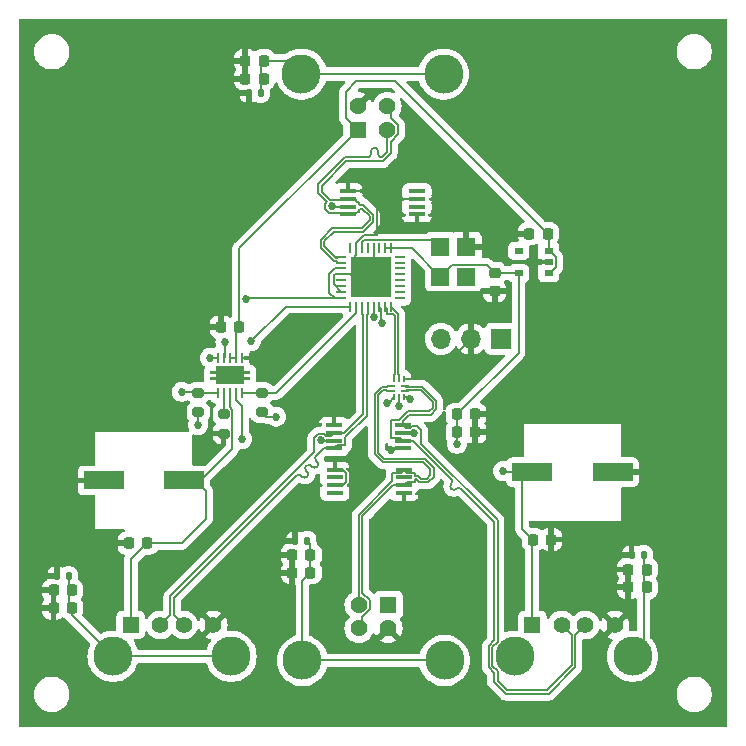
<source format=gbr>
%TF.GenerationSoftware,KiCad,Pcbnew,(7.0.0)*%
%TF.CreationDate,2023-04-25T20:48:09-05:00*%
%TF.ProjectId,GP2040-CE Planter,47503230-3430-42d4-9345-20506c616e74,rev?*%
%TF.SameCoordinates,Original*%
%TF.FileFunction,Copper,L1,Top*%
%TF.FilePolarity,Positive*%
%FSLAX46Y46*%
G04 Gerber Fmt 4.6, Leading zero omitted, Abs format (unit mm)*
G04 Created by KiCad (PCBNEW (7.0.0)) date 2023-04-25 20:48:09*
%MOMM*%
%LPD*%
G01*
G04 APERTURE LIST*
G04 Aperture macros list*
%AMRoundRect*
0 Rectangle with rounded corners*
0 $1 Rounding radius*
0 $2 $3 $4 $5 $6 $7 $8 $9 X,Y pos of 4 corners*
0 Add a 4 corners polygon primitive as box body*
4,1,4,$2,$3,$4,$5,$6,$7,$8,$9,$2,$3,0*
0 Add four circle primitives for the rounded corners*
1,1,$1+$1,$2,$3*
1,1,$1+$1,$4,$5*
1,1,$1+$1,$6,$7*
1,1,$1+$1,$8,$9*
0 Add four rect primitives between the rounded corners*
20,1,$1+$1,$2,$3,$4,$5,0*
20,1,$1+$1,$4,$5,$6,$7,0*
20,1,$1+$1,$6,$7,$8,$9,0*
20,1,$1+$1,$8,$9,$2,$3,0*%
G04 Aperture macros list end*
%TA.AperFunction,SMDPad,CuDef*%
%ADD10R,0.800001X0.549999*%
%TD*%
%TA.AperFunction,ComponentPad*%
%ADD11R,1.428000X1.428000*%
%TD*%
%TA.AperFunction,ComponentPad*%
%ADD12C,1.428000*%
%TD*%
%TA.AperFunction,ComponentPad*%
%ADD13C,3.316000*%
%TD*%
%TA.AperFunction,SMDPad,CuDef*%
%ADD14R,0.280000X0.850000*%
%TD*%
%TA.AperFunction,SMDPad,CuDef*%
%ADD15R,2.400000X1.650000*%
%TD*%
%TA.AperFunction,SMDPad,CuDef*%
%ADD16RoundRect,0.200000X-0.275000X0.200000X-0.275000X-0.200000X0.275000X-0.200000X0.275000X0.200000X0*%
%TD*%
%TA.AperFunction,SMDPad,CuDef*%
%ADD17RoundRect,0.200000X0.275000X-0.200000X0.275000X0.200000X-0.275000X0.200000X-0.275000X-0.200000X0*%
%TD*%
%TA.AperFunction,SMDPad,CuDef*%
%ADD18R,3.403600X1.498600*%
%TD*%
%TA.AperFunction,SMDPad,CuDef*%
%ADD19RoundRect,0.225000X-0.225000X-0.250000X0.225000X-0.250000X0.225000X0.250000X-0.225000X0.250000X0*%
%TD*%
%TA.AperFunction,ComponentPad*%
%ADD20R,1.700000X1.700000*%
%TD*%
%TA.AperFunction,ComponentPad*%
%ADD21O,1.700000X1.700000*%
%TD*%
%TA.AperFunction,SMDPad,CuDef*%
%ADD22RoundRect,0.225000X0.225000X0.250000X-0.225000X0.250000X-0.225000X-0.250000X0.225000X-0.250000X0*%
%TD*%
%TA.AperFunction,SMDPad,CuDef*%
%ADD23RoundRect,0.135000X-0.135000X-0.185000X0.135000X-0.185000X0.135000X0.185000X-0.135000X0.185000X0*%
%TD*%
%TA.AperFunction,ComponentPad*%
%ADD24R,1.408000X1.408000*%
%TD*%
%TA.AperFunction,ComponentPad*%
%ADD25C,1.408000*%
%TD*%
%TA.AperFunction,SMDPad,CuDef*%
%ADD26R,1.600000X1.500000*%
%TD*%
%TA.AperFunction,SMDPad,CuDef*%
%ADD27R,0.663000X0.225000*%
%TD*%
%TA.AperFunction,SMDPad,CuDef*%
%ADD28R,0.225000X0.563000*%
%TD*%
%TA.AperFunction,SMDPad,CuDef*%
%ADD29R,0.563000X0.225000*%
%TD*%
%TA.AperFunction,SMDPad,CuDef*%
%ADD30R,0.850000X0.280000*%
%TD*%
%TA.AperFunction,SMDPad,CuDef*%
%ADD31R,3.450001X3.450001*%
%TD*%
%TA.AperFunction,ComponentPad*%
%ADD32C,0.508000*%
%TD*%
%TA.AperFunction,SMDPad,CuDef*%
%ADD33R,1.473200X0.355600*%
%TD*%
%TA.AperFunction,SMDPad,CuDef*%
%ADD34RoundRect,0.225000X-0.250000X0.225000X-0.250000X-0.225000X0.250000X-0.225000X0.250000X0.225000X0*%
%TD*%
%TA.AperFunction,ViaPad*%
%ADD35C,0.685800*%
%TD*%
%TA.AperFunction,Conductor*%
%ADD36C,0.152400*%
%TD*%
G04 APERTURE END LIST*
%TO.C,U6*%
G36*
X127600000Y-48075000D02*
G01*
X127100000Y-48075000D01*
X127100000Y-47825000D01*
X127600000Y-47825000D01*
X127600000Y-48075000D01*
G37*
G36*
X124700000Y-48075000D02*
G01*
X124200000Y-48075000D01*
X124200000Y-47825000D01*
X124700000Y-47825000D01*
X124700000Y-48075000D01*
G37*
G36*
X127600000Y-48575000D02*
G01*
X127100000Y-48575000D01*
X127100000Y-48325000D01*
X127600000Y-48325000D01*
X127600000Y-48575000D01*
G37*
G36*
X124700000Y-48575000D02*
G01*
X124200000Y-48575000D01*
X124200000Y-48325000D01*
X124700000Y-48325000D01*
X124700000Y-48575000D01*
G37*
%TD*%
D10*
%TO.P,U7,1,IN*%
%TO.N,VBUS*%
X152875000Y-39550000D03*
%TO.P,U7,2,GND*%
%TO.N,GND*%
X152875000Y-38599999D03*
%TO.P,U7,3,EN*%
%TO.N,VBUS*%
X152875000Y-37650001D03*
%TO.P,U7,4,NC*%
%TO.N,unconnected-(U7-NC-Pad4)*%
X150325000Y-37650001D03*
%TO.P,U7,5,OUT*%
%TO.N,+3.3V*%
X150325000Y-39550000D03*
%TD*%
D11*
%TO.P,J3,1,VBUS*%
%TO.N,/DN_2_VBUS*%
X139290749Y-67629999D03*
D12*
%TO.P,J3,2,D-*%
%TO.N,/DB-*%
X136790750Y-67630000D03*
%TO.P,J3,3,D+*%
%TO.N,/DB+*%
X136790750Y-69630000D03*
%TO.P,J3,4,GND*%
%TO.N,GND*%
X139290750Y-69630000D03*
D13*
%TO.P,J3,SH1,SHIELD*%
%TO.N,Earth*%
X132020750Y-72340000D03*
%TO.P,J3,SH2,SHIELD__1*%
X144060750Y-72340000D03*
%TD*%
D14*
%TO.P,U6,1,GND*%
%TO.N,GND*%
X126900000Y-46724998D03*
%TO.P,U6,2,IN*%
%TO.N,VBUS*%
X126399998Y-46724998D03*
%TO.P,U6,3,IN*%
X125899999Y-46724998D03*
%TO.P,U6,4,EN1*%
%TO.N,/PWRCTL1_BATEN1*%
X125400000Y-46724998D03*
%TO.P,U6,5,EN2*%
%TO.N,/PWRCTL2_BATEN2*%
X124899998Y-46724998D03*
%TO.P,U6,6,\u002AFAULT2*%
%TO.N,/OVERCUR2_N*%
X124899998Y-49675000D03*
%TO.P,U6,7,ILIM*%
%TO.N,Net-(U6-ILIM)*%
X125400000Y-49675000D03*
%TO.P,U6,8,OUT2*%
%TO.N,/DN_1_VBUS*%
X125899999Y-49675000D03*
%TO.P,U6,9,OUT1*%
%TO.N,/DN_2_VBUS*%
X126399998Y-49675000D03*
%TO.P,U6,10,\u002AFAULT1*%
%TO.N,/OVERCUR1_N*%
X126900000Y-49675000D03*
D15*
%TO.P,U6,11*%
%TO.N,N/C*%
X125899999Y-48199999D03*
%TD*%
D16*
%TO.P,R7,1*%
%TO.N,Net-(U6-ILIM)*%
X125400000Y-51475000D03*
%TO.P,R7,2*%
%TO.N,GND*%
X125400000Y-53125000D03*
%TD*%
D17*
%TO.P,R6,1*%
%TO.N,+3.3V*%
X123200000Y-51325000D03*
%TO.P,R6,2*%
%TO.N,/OVERCUR2_N*%
X123200000Y-49675000D03*
%TD*%
D16*
%TO.P,R5,1*%
%TO.N,/OVERCUR1_N*%
X128600000Y-49675000D03*
%TO.P,R5,2*%
%TO.N,+3.3V*%
X128600000Y-51325000D03*
%TD*%
D18*
%TO.P,C17,1*%
%TO.N,/DN_2_VBUS*%
X151496399Y-56399999D03*
%TO.P,C17,2*%
%TO.N,GND*%
X158303599Y-56399999D03*
%TD*%
%TO.P,C14,1*%
%TO.N,/DN_1_VBUS*%
X122003599Y-57099999D03*
%TO.P,C14,2*%
%TO.N,GND*%
X115196399Y-57099999D03*
%TD*%
D19*
%TO.P,C11,1*%
%TO.N,GND*%
X125125000Y-44100000D03*
%TO.P,C11,2*%
%TO.N,VBUS*%
X126675000Y-44100000D03*
%TD*%
%TO.P,C15,2*%
%TO.N,GND*%
X153075000Y-62100000D03*
%TO.P,C15,1*%
%TO.N,/DN_2_VBUS*%
X151525000Y-62100000D03*
%TD*%
D20*
%TO.P,J4,1,Pin_1*%
%TO.N,/SEL*%
X148824999Y-45099999D03*
D21*
%TO.P,J4,2,Pin_2*%
%TO.N,GND*%
X146284999Y-45099999D03*
%TO.P,J4,3,Pin_3*%
%TO.N,/OEN*%
X143744999Y-45099999D03*
%TD*%
D22*
%TO.P,C16,1*%
%TO.N,VBUS*%
X152775000Y-36200000D03*
%TO.P,C16,2*%
%TO.N,GND*%
X151225000Y-36200000D03*
%TD*%
D23*
%TO.P,R4,1*%
%TO.N,GND*%
X159890000Y-63400000D03*
%TO.P,R4,2*%
%TO.N,Earth*%
X160910000Y-63400000D03*
%TD*%
%TO.P,R2,1*%
%TO.N,GND*%
X111215000Y-65200000D03*
%TO.P,R2,2*%
%TO.N,Earth*%
X112235000Y-65200000D03*
%TD*%
D24*
%TO.P,J5,1,VBUS*%
%TO.N,/DN_2_VBUS*%
X151487499Y-69329999D03*
D25*
%TO.P,J5,2,D-*%
%TO.N,/DN_2_D-*%
X153987500Y-69330000D03*
%TO.P,J5,3,D+*%
%TO.N,/DN_2_D+*%
X155987500Y-69330000D03*
%TO.P,J5,4,GND*%
%TO.N,GND*%
X158487500Y-69330000D03*
D13*
%TO.P,J5,SH1,SHIELD*%
%TO.N,Earth*%
X149987500Y-72000000D03*
%TO.P,J5,SH2,SHIELD__1*%
X159987500Y-72000000D03*
%TD*%
D19*
%TO.P,C3,1*%
%TO.N,+3.3V*%
X145100000Y-51500000D03*
%TO.P,C3,2*%
%TO.N,GND*%
X146650000Y-51500000D03*
%TD*%
D26*
%TO.P,XTAL1,1,OE/ST/NC*%
%TO.N,unconnected-(XTAL1-OE{slash}ST{slash}NC-Pad1)*%
X145899999Y-39839999D03*
%TO.P,XTAL1,2,GND*%
%TO.N,GND*%
X145899999Y-37299999D03*
%TO.P,XTAL1,3,OUT*%
%TO.N,/XI*%
X143699999Y-37299999D03*
%TO.P,XTAL1,4,VDD*%
%TO.N,+3.3V*%
X143699999Y-39839999D03*
%TD*%
D27*
%TO.P,U1,1,D+*%
%TO.N,/DN_2_D+*%
X140718499Y-49499999D03*
%TO.P,U1,2,D-*%
%TO.N,/DN_2_D-*%
X140719999Y-49099999D03*
D28*
%TO.P,U1,3,GND*%
%TO.N,GND*%
X140599999Y-48531499D03*
%TO.P,U1,4,DA-*%
%TO.N,/DA+*%
X140199999Y-48531499D03*
%TO.P,U1,5,DA+*%
%TO.N,/DA-*%
X139799999Y-48531499D03*
D29*
%TO.P,U1,6,DB-*%
%TO.N,/DB-*%
X139631499Y-49099999D03*
%TO.P,U1,7,DB+*%
%TO.N,/DB+*%
X139631499Y-49499999D03*
D28*
%TO.P,U1,8,OEN*%
%TO.N,/OEN*%
X139799999Y-50068499D03*
%TO.P,U1,9,VCC*%
%TO.N,+3.3V*%
X140199999Y-50068499D03*
%TO.P,U1,10,SEL*%
%TO.N,/SEL*%
X140599999Y-50068499D03*
%TD*%
D30*
%TO.P,U2,1,DP0*%
%TO.N,/UP_D+*%
X135325000Y-38150000D03*
%TO.P,U2,2,DM0*%
%TO.N,/UP_D-*%
X135325000Y-38649999D03*
%TO.P,U2,3,VCC*%
%TO.N,+3.3V*%
X135325000Y-39149998D03*
%TO.P,U2,4,\u002ARESET*%
%TO.N,GND*%
X135325000Y-39649999D03*
%TO.P,U2,5,EECLK*%
%TO.N,unconnected-(U2-EECLK-Pad5)*%
X135325000Y-40149999D03*
%TO.P,U2,6,EEDATA/GANGED*%
%TO.N,GND*%
X135325000Y-40650000D03*
%TO.P,U2,7,GND*%
X135325000Y-41149999D03*
%TO.P,U2,8,BUSPWR*%
%TO.N,+3.3V*%
X135325000Y-41649998D03*
D14*
%TO.P,U2,9,\u002APWRON1*%
%TO.N,/PWRCTL1_BATEN1*%
X136049558Y-42374998D03*
%TO.P,U2,10,\u002AOVRCUR1*%
%TO.N,/OVERCUR1_N*%
X136549684Y-42374998D03*
%TO.P,U2,11,DM1*%
%TO.N,/DN_1_D-*%
X137049810Y-42374998D03*
%TO.P,U2,12,DP1*%
%TO.N,/DN_1_D+*%
X137549936Y-42374998D03*
%TO.P,U2,13,\u002APWRON2*%
%TO.N,/PWRCTL2_BATEN2*%
X138050062Y-42374998D03*
%TO.P,U2,14,\u002AOVRCUR2*%
%TO.N,/OVERCUR2_N*%
X138550188Y-42374998D03*
%TO.P,U2,15,DM2*%
%TO.N,/DA-*%
X139050314Y-42374998D03*
%TO.P,U2,16,DP2*%
%TO.N,/DA+*%
X139550440Y-42374998D03*
D30*
%TO.P,U2,17,\u002APWRON3*%
%TO.N,unconnected-(U2-\u002APWRON3-Pad17)*%
X140274998Y-41649998D03*
%TO.P,U2,18,\u002AOVRCUR3*%
%TO.N,unconnected-(U2-\u002AOVRCUR3-Pad18)*%
X140274998Y-41149999D03*
%TO.P,U2,19,DM3*%
%TO.N,unconnected-(U2-DM3-Pad19)*%
X140274998Y-40650000D03*
%TO.P,U2,20,DP3*%
%TO.N,unconnected-(U2-DP3-Pad20)*%
X140274998Y-40149999D03*
%TO.P,U2,21,\u002APWRON4*%
%TO.N,unconnected-(U2-\u002APWRON4-Pad21)*%
X140274998Y-39649999D03*
%TO.P,U2,22,\u002AOVRCUR4*%
%TO.N,unconnected-(U2-\u002AOVRCUR4-Pad22)*%
X140274998Y-39149998D03*
%TO.P,U2,23,DM4*%
%TO.N,unconnected-(U2-DM4-Pad23)*%
X140274998Y-38649999D03*
%TO.P,U2,24,DP4*%
%TO.N,unconnected-(U2-DP4-Pad24)*%
X140274998Y-38150000D03*
D14*
%TO.P,U2,25,VCC*%
%TO.N,+3.3V*%
X139550440Y-37425000D03*
%TO.P,U2,26,\u002AEXTMEM*%
X139050314Y-37425000D03*
%TO.P,U2,27,TSTPLL/48MCLK*%
%TO.N,unconnected-(U2-TSTPLL{slash}48MCLK-Pad27)*%
X138550188Y-37425000D03*
%TO.P,U2,28,GND*%
%TO.N,GND*%
X138050062Y-37425000D03*
%TO.P,U2,29,XTAL2*%
%TO.N,unconnected-(U2-XTAL2-Pad29)*%
X137549936Y-37425000D03*
%TO.P,U2,30,XTAL1*%
%TO.N,/XI*%
X137049810Y-37425000D03*
%TO.P,U2,31,TSTMODE*%
%TO.N,GND*%
X136549684Y-37425000D03*
%TO.P,U2,32,SUSPND*%
%TO.N,unconnected-(U2-SUSPND-Pad32)*%
X136049558Y-37425000D03*
D31*
%TO.P,U2,33,EPAD*%
%TO.N,GND*%
X137799999Y-39899999D03*
D32*
%TO.P,U2,V*%
%TO.N,N/C*%
X136618900Y-38718900D03*
X136618900Y-39506300D03*
X136618900Y-40293700D03*
X136618900Y-41081100D03*
X137406300Y-38718900D03*
X137406300Y-39506300D03*
X137406300Y-40293700D03*
X137406300Y-41081100D03*
X138193700Y-38718900D03*
X138193700Y-39506300D03*
X138193700Y-40293700D03*
X138193700Y-41081100D03*
X138981100Y-38718900D03*
X138981100Y-39506300D03*
X138981100Y-40293700D03*
X138981100Y-41081100D03*
%TD*%
D23*
%TO.P,R3,2*%
%TO.N,Earth*%
X132435000Y-62200000D03*
%TO.P,R3,1*%
%TO.N,GND*%
X131415000Y-62200000D03*
%TD*%
D19*
%TO.P,C7,1*%
%TO.N,GND*%
X110950000Y-66400000D03*
%TO.P,C7,2*%
%TO.N,Earth*%
X112500000Y-66400000D03*
%TD*%
D33*
%TO.P,U4,1,GND*%
%TO.N,GND*%
X135878999Y-32625000D03*
%TO.P,U4,2,C*%
%TO.N,/UP_D+*%
X135878999Y-33274998D03*
%TO.P,U4,3,GND*%
%TO.N,GND*%
X135878999Y-33925000D03*
%TO.P,U4,4,D*%
%TO.N,/UP_D-*%
X135878999Y-34574998D03*
%TO.P,U4,5,GND*%
%TO.N,GND*%
X141720999Y-34574998D03*
%TO.P,U4,6,B*%
%TO.N,unconnected-(U4-B-Pad6)*%
X141720999Y-33925000D03*
%TO.P,U4,7,GND*%
%TO.N,GND*%
X141720999Y-33274998D03*
%TO.P,U4,8,A*%
%TO.N,unconnected-(U4-A-Pad8)*%
X141720999Y-32625000D03*
%TD*%
D19*
%TO.P,C1,1*%
%TO.N,GND*%
X127200000Y-21550000D03*
%TO.P,C1,2*%
%TO.N,Earth*%
X128750000Y-21550000D03*
%TD*%
D13*
%TO.P,J1,SH2,SHIELD__1*%
%TO.N,Earth*%
X131930000Y-22690000D03*
%TO.P,J1,SH1,SHIELD*%
X143970000Y-22690000D03*
D12*
%TO.P,J1,4,GND*%
%TO.N,GND*%
X136700000Y-25400000D03*
%TO.P,J1,3,D+*%
%TO.N,/UP_D+*%
X139200000Y-25400000D03*
%TO.P,J1,2,D-*%
%TO.N,/UP_D-*%
X139200000Y-27400000D03*
D11*
%TO.P,J1,1,VBUS*%
%TO.N,VBUS*%
X136699999Y-27399999D03*
%TD*%
D19*
%TO.P,C10,2*%
%TO.N,Earth*%
X161175000Y-66150000D03*
%TO.P,C10,1*%
%TO.N,GND*%
X159625000Y-66150000D03*
%TD*%
%TO.P,C6,2*%
%TO.N,Earth*%
X132700000Y-64900000D03*
%TO.P,C6,1*%
%TO.N,GND*%
X131150000Y-64900000D03*
%TD*%
%TO.P,C4,1*%
%TO.N,+3.3V*%
X145100000Y-53000000D03*
%TO.P,C4,2*%
%TO.N,GND*%
X146650000Y-53000000D03*
%TD*%
%TO.P,C2,1*%
%TO.N,GND*%
X127200000Y-23070000D03*
%TO.P,C2,2*%
%TO.N,Earth*%
X128750000Y-23070000D03*
%TD*%
%TO.P,C9,1*%
%TO.N,GND*%
X159625000Y-64640000D03*
%TO.P,C9,2*%
%TO.N,Earth*%
X161175000Y-64640000D03*
%TD*%
D13*
%TO.P,J2,SH2,SHIELD__1*%
%TO.N,Earth*%
X125987500Y-72000000D03*
%TO.P,J2,SH1,SHIELD*%
X115987500Y-72000000D03*
D25*
%TO.P,J2,4,GND*%
%TO.N,GND*%
X124487500Y-69330000D03*
%TO.P,J2,3,D+*%
%TO.N,/DN_1_D+*%
X121987500Y-69330000D03*
%TO.P,J2,2,D-*%
%TO.N,/DN_1_D-*%
X119987500Y-69330000D03*
D24*
%TO.P,J2,1,VBUS*%
%TO.N,/DN_1_VBUS*%
X117487499Y-69329999D03*
%TD*%
D33*
%TO.P,U5,8,A*%
%TO.N,unconnected-(U5-A-Pad8)*%
X134758999Y-58144998D03*
%TO.P,U5,7,GND*%
%TO.N,GND*%
X134758999Y-57495000D03*
%TO.P,U5,6,B*%
%TO.N,unconnected-(U5-B-Pad6)*%
X134758999Y-56844998D03*
%TO.P,U5,5,GND*%
%TO.N,GND*%
X134758999Y-56195000D03*
%TO.P,U5,4,D*%
%TO.N,/DB-*%
X140600999Y-56195000D03*
%TO.P,U5,3,GND*%
%TO.N,GND*%
X140600999Y-56844998D03*
%TO.P,U5,2,C*%
%TO.N,/DB+*%
X140600999Y-57495000D03*
%TO.P,U5,1,GND*%
%TO.N,GND*%
X140600999Y-58144998D03*
%TD*%
D23*
%TO.P,R1,1*%
%TO.N,GND*%
X127465000Y-24280000D03*
%TO.P,R1,2*%
%TO.N,Earth*%
X128485000Y-24280000D03*
%TD*%
D22*
%TO.P,C13,2*%
%TO.N,GND*%
X117325000Y-62400000D03*
%TO.P,C13,1*%
%TO.N,/DN_1_VBUS*%
X118875000Y-62400000D03*
%TD*%
D34*
%TO.P,C12,2*%
%TO.N,GND*%
X148300000Y-41075000D03*
%TO.P,C12,1*%
%TO.N,+3.3V*%
X148300000Y-39525000D03*
%TD*%
D19*
%TO.P,C5,1*%
%TO.N,GND*%
X110950000Y-67900000D03*
%TO.P,C5,2*%
%TO.N,Earth*%
X112500000Y-67900000D03*
%TD*%
%TO.P,C8,2*%
%TO.N,Earth*%
X132700000Y-63400000D03*
%TO.P,C8,1*%
%TO.N,GND*%
X131150000Y-63400000D03*
%TD*%
D33*
%TO.P,U3,1,GND*%
%TO.N,GND*%
X140520999Y-54374998D03*
%TO.P,U3,2,C*%
%TO.N,/DN_2_D+*%
X140520999Y-53725000D03*
%TO.P,U3,3,GND*%
%TO.N,GND*%
X140520999Y-53074998D03*
%TO.P,U3,4,D*%
%TO.N,/DN_2_D-*%
X140520999Y-52425000D03*
%TO.P,U3,5,GND*%
%TO.N,GND*%
X134678999Y-52425000D03*
%TO.P,U3,6,B*%
%TO.N,/DN_1_D-*%
X134678999Y-53074998D03*
%TO.P,U3,7,GND*%
%TO.N,GND*%
X134678999Y-53725000D03*
%TO.P,U3,8,A*%
%TO.N,/DN_1_D+*%
X134678999Y-54374998D03*
%TD*%
D35*
%TO.N,GND*%
X141500000Y-53100000D03*
X133600000Y-53700000D03*
X134500000Y-33900000D03*
X137600000Y-32600000D03*
X123800000Y-53900000D03*
X129100000Y-45700000D03*
%TO.N,+3.3V*%
X127246000Y-41700000D03*
X123200000Y-52400000D03*
X129800000Y-51700000D03*
X145100000Y-54000000D03*
X140226471Y-50770348D03*
%TO.N,/OVERCUR2_N*%
X138746836Y-43735178D03*
X121800000Y-49600000D03*
%TO.N,/PWRCTL2_BATEN2*%
X124200000Y-46700000D03*
X138077025Y-43232089D03*
%TO.N,/PWRCTL1_BATEN1*%
X125500000Y-45400000D03*
X127700000Y-45300000D03*
%TO.N,/DN_2_VBUS*%
X149000000Y-56300000D03*
X126900000Y-53600000D03*
%TO.N,GND*%
X139500000Y-54500000D03*
%TO.N,/SEL*%
X141100000Y-50200000D03*
%TO.N,/OEN*%
X139200000Y-50500000D03*
%TD*%
D36*
%TO.N,/DN_2_D+*%
X155139901Y-70177599D02*
X155987500Y-69330000D01*
X152863128Y-75152400D02*
X155139901Y-72875627D01*
X149236872Y-75152400D02*
X152863128Y-75152400D01*
X148247600Y-74163128D02*
X149236872Y-75152400D01*
X148247600Y-73359182D02*
X148247600Y-74163128D01*
X147796119Y-72907701D02*
X148247600Y-73359182D01*
X147796119Y-71092300D02*
X147796119Y-72907701D01*
X148247600Y-70640818D02*
X147796119Y-71092300D01*
X148247600Y-60582654D02*
X148247600Y-70640818D01*
X145474759Y-57809811D02*
X145474759Y-57809812D01*
X145056736Y-57809813D02*
X145056736Y-57809812D01*
X145056735Y-57809814D02*
X145056736Y-57809813D01*
X144632472Y-57803573D02*
X144638712Y-57809813D01*
X144632471Y-57803573D02*
X144632472Y-57803573D01*
X141389947Y-53725001D02*
X144632473Y-56967527D01*
X145474710Y-57809859D02*
G75*
G03*
X145056736Y-57809812I-209010J-208941D01*
G01*
X145474759Y-57809812D02*
X148247600Y-60582654D01*
X155139901Y-72875627D02*
X155139901Y-70177599D01*
X144632472Y-57385550D02*
X144632473Y-57385550D01*
X144638688Y-57809837D02*
G75*
G03*
X145056735Y-57809814I209012J209037D01*
G01*
X144632510Y-57385588D02*
G75*
G03*
X144632471Y-57803573I208990J-209012D01*
G01*
X144632434Y-57385512D02*
G75*
G03*
X144632473Y-56967527I-208934J209012D01*
G01*
X140521000Y-53725001D02*
X141389947Y-53725001D01*
%TO.N,/DN_2_D-*%
X154835099Y-72749373D02*
X154835099Y-70177599D01*
X152736872Y-74847600D02*
X154835099Y-72749373D01*
X149363128Y-74847600D02*
X152736872Y-74847600D01*
X148552400Y-74036872D02*
X149363128Y-74847600D01*
X148552400Y-73232956D02*
X148552400Y-74036872D01*
X154835099Y-70177599D02*
X153987500Y-69330000D01*
X148100900Y-72781456D02*
X148552400Y-73232956D01*
X148100900Y-71218544D02*
X148100900Y-72781456D01*
X148552400Y-70767044D02*
X148100900Y-71218544D01*
X148552400Y-60456401D02*
X148552400Y-70767044D01*
X142071500Y-53975501D02*
X148552400Y-60456401D01*
X142071500Y-52863276D02*
X142071500Y-53975501D01*
X141736724Y-52528500D02*
X142071500Y-52863276D01*
X141263276Y-52528500D02*
X141736724Y-52528500D01*
X141123177Y-52668599D02*
X141263276Y-52528500D01*
X140764598Y-52668599D02*
X141123177Y-52668599D01*
X140521000Y-52425001D02*
X140764598Y-52668599D01*
%TO.N,GND*%
X141474999Y-53074999D02*
X141500000Y-53100000D01*
X140521000Y-53074999D02*
X141474999Y-53074999D01*
%TO.N,/DN_1_D+*%
X131495467Y-56689586D02*
X121139901Y-67045151D01*
X131495469Y-56689587D02*
X131495467Y-56689586D01*
X131998233Y-56768087D02*
X131919733Y-56689587D01*
X132422496Y-56768087D02*
X132422497Y-56768087D01*
X132343995Y-56265322D02*
X132422496Y-56343823D01*
X132343996Y-56265322D02*
X132343995Y-56265322D01*
X132343997Y-55841056D02*
X132343996Y-55841056D01*
X132343999Y-55841057D02*
X132343997Y-55841056D01*
X121139901Y-67045151D02*
X121139901Y-68482401D01*
X132846788Y-55919582D02*
X132768263Y-55841057D01*
X133271051Y-55919582D02*
X133271052Y-55919582D01*
X133192525Y-55416792D02*
X133271051Y-55495318D01*
X133192526Y-55416792D02*
X133192525Y-55416792D01*
X121139901Y-68482401D02*
X121987500Y-69330000D01*
X133810053Y-54374999D02*
X133192526Y-54992526D01*
X134679000Y-54374999D02*
X133810053Y-54374999D01*
X131998234Y-56768086D02*
G75*
G03*
X132422496Y-56768086I212131J212131D01*
G01*
X132344007Y-55841067D02*
G75*
G03*
X132343996Y-56265322I212093J-212133D01*
G01*
X132422541Y-56768132D02*
G75*
G03*
X132422496Y-56343823I-212141J212132D01*
G01*
X132768262Y-55841058D02*
G75*
G03*
X132344000Y-55841058I-212131J-212131D01*
G01*
X132846789Y-55919581D02*
G75*
G03*
X133271051Y-55919581I212131J212131D01*
G01*
X131919732Y-56689588D02*
G75*
G03*
X131495470Y-56689588I-212131J-212131D01*
G01*
X133271001Y-55919532D02*
G75*
G03*
X133271051Y-55495318I-212101J212132D01*
G01*
X133192567Y-54992567D02*
G75*
G03*
X133192526Y-55416792I212133J-212133D01*
G01*
%TO.N,/DN_1_D-*%
X120835099Y-68482401D02*
X119987500Y-69330000D01*
X120835099Y-66918900D02*
X120835099Y-68482401D01*
X133028500Y-54725499D02*
X120835099Y-66918900D01*
X133028500Y-53463276D02*
X133028500Y-54725499D01*
X133363276Y-53128500D02*
X133028500Y-53463276D01*
X134679000Y-53074999D02*
X134435398Y-53318601D01*
X133836724Y-53128500D02*
X133363276Y-53128500D01*
X134435398Y-53318601D02*
X134026825Y-53318601D01*
X134026825Y-53318601D02*
X133836724Y-53128500D01*
%TO.N,GND*%
X133625001Y-53725001D02*
X133600000Y-53700000D01*
X134679000Y-53725001D02*
X133625001Y-53725001D01*
%TO.N,/UP_D-*%
X135320200Y-34574999D02*
X135879000Y-34574999D01*
X135216701Y-34471500D02*
X135320200Y-34574999D01*
X133928500Y-34136724D02*
X134263276Y-34471500D01*
X133928500Y-33663276D02*
X133928500Y-34136724D01*
X134263276Y-34471500D02*
X135216701Y-34471500D01*
X134088124Y-33503652D02*
X133928500Y-33663276D01*
X133347600Y-32018913D02*
X133347600Y-32763128D01*
X133347600Y-32763128D02*
X134088124Y-33503652D01*
X135618913Y-29747600D02*
X133347600Y-32018913D01*
X137279191Y-29747600D02*
X135618913Y-29747600D01*
X137536872Y-29747600D02*
X137279191Y-29747600D01*
X137836872Y-29218684D02*
X137836872Y-29447600D01*
X138436872Y-29447600D02*
X138436872Y-29218684D01*
X139200000Y-27400000D02*
X139200000Y-29284472D01*
X138136872Y-28918672D02*
G75*
G03*
X137836872Y-29218684I28J-300028D01*
G01*
X138436916Y-29218684D02*
G75*
G03*
X138136872Y-28918684I-300016J-16D01*
G01*
X137536872Y-29747572D02*
G75*
G03*
X137836872Y-29447600I28J299972D01*
G01*
X138436900Y-29447600D02*
G75*
G03*
X138736872Y-29747600I300000J0D01*
G01*
X139200000Y-29284472D02*
X138736872Y-29747600D01*
%TO.N,/UP_D+*%
X139504800Y-25704800D02*
X139200000Y-25400000D01*
X139504800Y-26371762D02*
X139504800Y-25704800D01*
X140142600Y-27009562D02*
X139504800Y-26371762D01*
X140142600Y-27790438D02*
X140142600Y-27009562D01*
X139504800Y-28428238D02*
X140142600Y-27790438D01*
X139504800Y-29410728D02*
X139504800Y-28428238D01*
X138863128Y-30052400D02*
X139504800Y-29410728D01*
X135745169Y-30052400D02*
X138863128Y-30052400D01*
X133652400Y-32145169D02*
X135745169Y-30052400D01*
X133652400Y-32636872D02*
X133652400Y-32145169D01*
X134344028Y-33328500D02*
X133652400Y-32636872D01*
X135266699Y-33328500D02*
X134344028Y-33328500D01*
X135320200Y-33274999D02*
X135266699Y-33328500D01*
X135879000Y-33274999D02*
X135320200Y-33274999D01*
%TO.N,GND*%
X134525001Y-33925001D02*
X134500000Y-33900000D01*
X135879000Y-33925001D02*
X134525001Y-33925001D01*
X138274999Y-33274999D02*
X137600000Y-32600000D01*
X141721000Y-33274999D02*
X138274999Y-33274999D01*
X138314064Y-36357200D02*
X138314064Y-33314064D01*
X137211748Y-36357200D02*
X138314064Y-36357200D01*
X136549685Y-37019263D02*
X137211748Y-36357200D01*
X138314064Y-33314064D02*
X137600000Y-32600000D01*
X136549685Y-37425001D02*
X136549685Y-37019263D01*
X137600000Y-32600000D02*
X137574999Y-32625001D01*
X137574999Y-32625001D02*
X135879000Y-32625001D01*
%TO.N,Earth*%
X125987500Y-72000000D02*
X115987500Y-72000000D01*
%TO.N,GND*%
X128075001Y-46724999D02*
X129100000Y-45700000D01*
X126900001Y-46724999D02*
X128075001Y-46724999D01*
%TO.N,+3.3V*%
X127296001Y-41649999D02*
X127246000Y-41700000D01*
X135325001Y-41649999D02*
X127296001Y-41649999D01*
X123200000Y-52400000D02*
X123200000Y-51325000D01*
X129800000Y-51700000D02*
X128975000Y-51700000D01*
X128975000Y-51700000D02*
X128600000Y-51325000D01*
X150325001Y-46274999D02*
X150325001Y-39550001D01*
X145100000Y-51500000D02*
X150325001Y-46274999D01*
X145100000Y-53000000D02*
X145100000Y-51500000D01*
X140200000Y-50743877D02*
X140226471Y-50770348D01*
X145100000Y-54000000D02*
X145100000Y-53000000D01*
X140200000Y-50662535D02*
X140200000Y-50743877D01*
%TO.N,/OVERCUR2_N*%
X123125000Y-49600000D02*
X123200000Y-49675000D01*
X121800000Y-49600000D02*
X123125000Y-49600000D01*
X138648525Y-42473335D02*
X138648525Y-43636867D01*
X138550189Y-42374999D02*
X138648525Y-42473335D01*
X138648525Y-43636867D02*
X138746836Y-43735178D01*
%TO.N,/OVERCUR1_N*%
X129827084Y-49675000D02*
X128600000Y-49675000D01*
X136549685Y-42374999D02*
X136549685Y-42952399D01*
X136549685Y-42952399D02*
X129827084Y-49675000D01*
%TO.N,/PWRCTL2_BATEN2*%
X124875000Y-46700000D02*
X124899999Y-46724999D01*
X124200000Y-46700000D02*
X124875000Y-46700000D01*
X138050063Y-42374999D02*
X138050063Y-43205127D01*
X138050063Y-43205127D02*
X138077025Y-43232089D01*
%TO.N,/PWRCTL1_BATEN1*%
X125500000Y-46625000D02*
X125400001Y-46724999D01*
X136049559Y-42374999D02*
X130625001Y-42374999D01*
X130625001Y-42374999D02*
X127700000Y-45300000D01*
X125500000Y-45400000D02*
X125500000Y-46625000D01*
%TO.N,VBUS*%
X126675000Y-37425000D02*
X136700000Y-27400000D01*
X126675000Y-44100000D02*
X126675000Y-37425000D01*
X125900000Y-46724999D02*
X126399999Y-46724999D01*
X126399999Y-44375001D02*
X126399999Y-46724999D01*
X126675000Y-44100000D02*
X126399999Y-44375001D01*
%TO.N,/DN_2_VBUS*%
X151487500Y-62137500D02*
X151487500Y-69330000D01*
X151525000Y-62100000D02*
X151487500Y-62137500D01*
X151310632Y-56400000D02*
X150594700Y-57115932D01*
X151496400Y-56400000D02*
X151310632Y-56400000D01*
X150594700Y-57115932D02*
X150594700Y-61169700D01*
X150594700Y-61169700D02*
X151525000Y-62100000D01*
%TO.N,/DN_1_VBUS*%
X122956100Y-57100000D02*
X122003600Y-57100000D01*
X123857800Y-60333768D02*
X123857800Y-58001700D01*
X123857800Y-58001700D02*
X122956100Y-57100000D01*
X121791568Y-62400000D02*
X123857800Y-60333768D01*
X118875000Y-62400000D02*
X121791568Y-62400000D01*
X117487500Y-63787500D02*
X118875000Y-62400000D01*
X117487500Y-69330000D02*
X117487500Y-63787500D01*
%TO.N,Earth*%
X112500000Y-68512500D02*
X115987500Y-72000000D01*
X112500000Y-67900000D02*
X112500000Y-68512500D01*
X112235000Y-67635000D02*
X112500000Y-67900000D01*
X112235000Y-65200000D02*
X112235000Y-67635000D01*
X160910000Y-71077500D02*
X159987500Y-72000000D01*
X160910000Y-63400000D02*
X160910000Y-71077500D01*
X132020750Y-72340000D02*
X144060750Y-72340000D01*
X132020750Y-65579250D02*
X132020750Y-72340000D01*
X132700000Y-64900000D02*
X132020750Y-65579250D01*
X132700000Y-62465000D02*
X132700000Y-64900000D01*
X132435000Y-62200000D02*
X132700000Y-62465000D01*
%TO.N,/DN_2_VBUS*%
X149100000Y-56400000D02*
X151496400Y-56400000D01*
X149000000Y-56300000D02*
X149100000Y-56400000D01*
X126900000Y-50752402D02*
X126900000Y-53600000D01*
X126399999Y-50252401D02*
X126900000Y-50752402D01*
X126399999Y-49675001D02*
X126399999Y-50252401D01*
%TO.N,/DN_1_VBUS*%
X126103600Y-54396400D02*
X123400000Y-57100000D01*
X123400000Y-57100000D02*
X122003600Y-57100000D01*
X125900000Y-50893868D02*
X126103600Y-51097468D01*
X126103600Y-51097468D02*
X126103600Y-54396400D01*
X125900000Y-49675001D02*
X125900000Y-50893868D01*
%TO.N,Net-(U6-ILIM)*%
X125400001Y-49675001D02*
X125400000Y-51475000D01*
%TO.N,/OVERCUR1_N*%
X128600000Y-49675000D02*
X126900001Y-49675001D01*
%TO.N,/OVERCUR2_N*%
X123200000Y-49675000D02*
X124899999Y-49675001D01*
%TO.N,GND*%
X135480602Y-56195001D02*
X134759000Y-56195001D01*
X135724200Y-56438599D02*
X135480602Y-56195001D01*
X135724200Y-57251399D02*
X135724200Y-56438599D01*
X135480598Y-57495001D02*
X135724200Y-57251399D01*
X134759000Y-57495001D02*
X135480598Y-57495001D01*
X139625001Y-54374999D02*
X139500000Y-54500000D01*
X140521000Y-54374999D02*
X139625001Y-54374999D01*
X142853500Y-48531500D02*
X146285000Y-45100000D01*
X140600000Y-48531500D02*
X142853500Y-48531500D01*
%TO.N,+3.3V*%
X140200000Y-50068500D02*
X140200000Y-50662535D01*
%TO.N,/SEL*%
X140968500Y-50068500D02*
X141100000Y-50200000D01*
X140600000Y-50068500D02*
X140968500Y-50068500D01*
%TO.N,/OEN*%
X139200000Y-50500000D02*
X139368500Y-50500000D01*
X139368500Y-50500000D02*
X139800000Y-50068500D01*
%TO.N,+3.3V*%
X134768601Y-39149999D02*
X135325001Y-39149999D01*
X134300000Y-39618600D02*
X134768601Y-39149999D01*
X134300000Y-41202398D02*
X134300000Y-39618600D01*
X134747601Y-41649999D02*
X134300000Y-41202398D01*
X135325001Y-41649999D02*
X134747601Y-41649999D01*
%TO.N,GND*%
X138050063Y-38180037D02*
X137800000Y-38430100D01*
X138050063Y-37425001D02*
X138050063Y-38180037D01*
X136500000Y-38100000D02*
X136500000Y-38200000D01*
X136549685Y-38050315D02*
X136500000Y-38100000D01*
X136549685Y-37425001D02*
X136549685Y-38050315D01*
X136080100Y-39650000D02*
X136330100Y-39900000D01*
X135325001Y-39650000D02*
X136080100Y-39650000D01*
X134671401Y-39726200D02*
X134747601Y-39650000D01*
X134671401Y-40496400D02*
X134671401Y-39726200D01*
X134747601Y-39650000D02*
X135325001Y-39650000D01*
X135325001Y-41150000D02*
X134671401Y-40496400D01*
%TO.N,VBUS*%
X135700000Y-26400000D02*
X136700000Y-27400000D01*
X136600000Y-23300000D02*
X135700000Y-24200000D01*
X135700000Y-24200000D02*
X135700000Y-26400000D01*
X139875000Y-23300000D02*
X136600000Y-23300000D01*
X152775000Y-36200000D02*
X139875000Y-23300000D01*
X152875001Y-37650002D02*
X152875001Y-36300001D01*
X152875001Y-36300001D02*
X152775000Y-36200000D01*
X153000002Y-37650002D02*
X152875001Y-37650002D01*
X153503601Y-38153601D02*
X153000002Y-37650002D01*
X153000002Y-39550001D02*
X153503601Y-39046402D01*
X152875001Y-39550001D02*
X153000002Y-39550001D01*
X153503601Y-39046402D02*
X153503601Y-38153601D01*
%TO.N,+3.3V*%
X144678600Y-38861400D02*
X143700000Y-39840000D01*
X147636400Y-38861400D02*
X144678600Y-38861400D01*
X148300000Y-39525000D02*
X147636400Y-38861400D01*
X148325001Y-39550001D02*
X148300000Y-39525000D01*
X150325001Y-39550001D02*
X148325001Y-39550001D01*
X141285001Y-37425001D02*
X143700000Y-39840000D01*
X139050315Y-37425001D02*
X141285001Y-37425001D01*
%TO.N,/XI*%
X137228599Y-36771401D02*
X137049811Y-36950189D01*
X143171401Y-36771401D02*
X137228599Y-36771401D01*
X137049811Y-36950189D02*
X137049811Y-37425001D01*
X143700000Y-37300000D02*
X143171401Y-36771401D01*
%TO.N,/UP_D-*%
X136437800Y-34574999D02*
X135879000Y-34574999D01*
X136681398Y-34331401D02*
X136437800Y-34574999D01*
X136844200Y-34331401D02*
X136681398Y-34331401D01*
X136844200Y-34168599D02*
X136844200Y-34331401D01*
X136935400Y-34077399D02*
X136844200Y-34168599D01*
X137038751Y-34077399D02*
X136935400Y-34077399D01*
X137704464Y-35080008D02*
X137704464Y-34743112D01*
X134536872Y-35747600D02*
X137036872Y-35747600D01*
X134942401Y-38552400D02*
X134736872Y-38552400D01*
X135040001Y-38650000D02*
X134942401Y-38552400D01*
%TO.N,/UP_D+*%
X136437800Y-33274999D02*
X135879000Y-33274999D01*
X136681402Y-33518601D02*
X136437800Y-33274999D01*
X136844200Y-33518601D02*
X136681402Y-33518601D01*
X136844200Y-33681399D02*
X136844200Y-33518601D01*
%TO.N,/UP_D-*%
X133563451Y-37378979D02*
X133563451Y-36721021D01*
X133563451Y-36721021D02*
X134536872Y-35747600D01*
%TO.N,/UP_D+*%
X136935400Y-33772599D02*
X136844200Y-33681399D01*
X137165007Y-33772599D02*
X136935400Y-33772599D01*
%TO.N,/UP_D-*%
X137704464Y-34743112D02*
X137038751Y-34077399D01*
%TO.N,/UP_D+*%
X138009264Y-34616856D02*
X137165007Y-33772599D01*
X137163128Y-36052400D02*
X138009264Y-35206264D01*
%TO.N,/UP_D-*%
X134736872Y-38552400D02*
X133563451Y-37378979D01*
%TO.N,/UP_D+*%
X134663128Y-36052400D02*
X137163128Y-36052400D01*
%TO.N,/UP_D-*%
X135325001Y-38650000D02*
X135040001Y-38650000D01*
X137036872Y-35747600D02*
X137704464Y-35080008D01*
%TO.N,/UP_D+*%
X133868251Y-36847277D02*
X134663128Y-36052400D01*
X133868251Y-37252723D02*
X133868251Y-36847277D01*
X134863129Y-38247601D02*
X133868251Y-37252723D01*
X134942401Y-38247601D02*
X134863129Y-38247601D01*
X135040001Y-38150001D02*
X134942401Y-38247601D01*
X135325001Y-38150001D02*
X135040001Y-38150001D01*
X138009264Y-35206264D02*
X138009264Y-34616856D01*
%TO.N,/DA-*%
X139181841Y-42506525D02*
X139050315Y-42374999D01*
X139181841Y-43028599D02*
X139181841Y-42506525D01*
X139703915Y-43028599D02*
X139181841Y-43028599D01*
X139847600Y-43172284D02*
X139703915Y-43028599D01*
X139800000Y-48109249D02*
X139847600Y-48061649D01*
X139800000Y-48531500D02*
X139800000Y-48109249D01*
%TO.N,/DA+*%
X139550441Y-42444072D02*
X139550441Y-42374999D01*
X140152400Y-48061649D02*
X140152400Y-43046031D01*
X140152400Y-43046031D02*
X139550441Y-42444072D01*
X140200000Y-48109249D02*
X140152400Y-48061649D01*
X140200000Y-48531500D02*
X140200000Y-48109249D01*
%TO.N,/DA-*%
X139847600Y-48061649D02*
X139847600Y-43172284D01*
%TO.N,/DB-*%
X140844598Y-56438599D02*
X140601000Y-56195001D01*
X141566200Y-56692600D02*
X141566200Y-56438599D01*
X141782110Y-56692600D02*
X141566200Y-56692600D01*
X142051970Y-56962460D02*
X141782110Y-56692600D01*
X142539971Y-56962460D02*
X142051970Y-56962460D01*
X141566200Y-56438599D02*
X140844598Y-56438599D01*
X142847600Y-56654831D02*
X142539971Y-56962460D01*
X142847600Y-56163128D02*
X142847600Y-56654831D01*
X142236872Y-55552400D02*
X142847600Y-56163128D01*
X138836872Y-55552400D02*
X142236872Y-55552400D01*
X138147600Y-54863128D02*
X138836872Y-55552400D01*
X138147600Y-49736872D02*
X138147600Y-54863128D01*
X138736872Y-49147600D02*
X138147600Y-49736872D01*
X139161649Y-49147600D02*
X138736872Y-49147600D01*
X139209249Y-49100000D02*
X139161649Y-49147600D01*
X139631500Y-49100000D02*
X139209249Y-49100000D01*
%TO.N,/DB+*%
X140844602Y-57251399D02*
X140601000Y-57495001D01*
X141566200Y-57251399D02*
X140844602Y-57251399D01*
X141566200Y-56997402D02*
X141566200Y-57251399D01*
X141655856Y-56997402D02*
X141566200Y-56997402D01*
X141925714Y-57267260D02*
X141655856Y-56997402D01*
X143152400Y-56781087D02*
X142666227Y-57267260D01*
X138963128Y-55247600D02*
X142363128Y-55247600D01*
X138452400Y-54736872D02*
X138963128Y-55247600D01*
X138452400Y-49863128D02*
X138452400Y-54736872D01*
X138863128Y-49452400D02*
X138452400Y-49863128D01*
X139161649Y-49452400D02*
X138863128Y-49452400D01*
X142666227Y-57267260D02*
X141925714Y-57267260D01*
X139209249Y-49500000D02*
X139161649Y-49452400D01*
X139631500Y-49500000D02*
X139209249Y-49500000D01*
X142363128Y-55247600D02*
X143152400Y-56036872D01*
X143152400Y-56036872D02*
X143152400Y-56781087D01*
%TO.N,/DN_2_D-*%
X140766849Y-49146849D02*
X140720000Y-49100000D01*
X142162377Y-49146849D02*
X140766849Y-49146849D01*
X143355753Y-50340225D02*
X142162377Y-49146849D01*
X142881087Y-51552400D02*
X143355753Y-51077734D01*
X141063128Y-51552400D02*
X142881087Y-51552400D01*
X140521000Y-52425001D02*
X140521000Y-52094528D01*
%TO.N,/DN_2_D+*%
X140766849Y-49451651D02*
X140718500Y-49500000D01*
X142036123Y-49451651D02*
X140766849Y-49451651D01*
X143050953Y-50466481D02*
X142036123Y-49451651D01*
X143050953Y-50951478D02*
X143050953Y-50466481D01*
X142754831Y-51247600D02*
X143050953Y-50951478D01*
X140936872Y-51247600D02*
X142754831Y-51247600D01*
%TO.N,/DN_2_D-*%
X143355753Y-51077734D02*
X143355753Y-50340225D01*
%TO.N,/DN_2_D+*%
X140216200Y-51968272D02*
X140936872Y-51247600D01*
X139555800Y-52018601D02*
X140216200Y-52018601D01*
X139555800Y-53481399D02*
X139555800Y-52018601D01*
%TO.N,/DN_2_D-*%
X140521000Y-52094528D02*
X141063128Y-51552400D01*
%TO.N,/DN_2_D+*%
X140521000Y-53725001D02*
X140277398Y-53481399D01*
X140216200Y-52018601D02*
X140216200Y-51968272D01*
X140277398Y-53481399D02*
X139555800Y-53481399D01*
%TO.N,/DB-*%
X140357402Y-56438599D02*
X140601000Y-56195001D01*
X139635800Y-56438599D02*
X140357402Y-56438599D01*
X139635800Y-57160201D02*
X139635800Y-56438599D01*
X136790750Y-60005251D02*
X139635800Y-57160201D01*
X136790750Y-67630000D02*
X136790750Y-60005251D01*
%TO.N,/DB+*%
X139732053Y-57495001D02*
X140601000Y-57495001D01*
X137733350Y-68020438D02*
X137733350Y-67239562D01*
X137733350Y-67239562D02*
X137095550Y-66601762D01*
X137095550Y-66601762D02*
X137095550Y-60131504D01*
X137095550Y-60131504D02*
X139732053Y-57495001D01*
X137095550Y-68658238D02*
X137733350Y-68020438D01*
X137095550Y-69325200D02*
X137095550Y-68658238D01*
X136790750Y-69630000D02*
X137095550Y-69325200D01*
%TO.N,/DN_1_D-*%
X137049811Y-43012500D02*
X137049811Y-42374999D01*
X137147474Y-43110163D02*
X137049811Y-43012500D01*
X137147474Y-51475472D02*
X137147474Y-43110163D01*
%TO.N,/DN_1_D+*%
X135644200Y-53409799D02*
X137452274Y-51601725D01*
X137452274Y-43110163D02*
X137549937Y-43012500D01*
X135644200Y-54131401D02*
X135644200Y-53409799D01*
%TO.N,/DN_1_D-*%
X135547947Y-53074999D02*
X137147474Y-51475472D01*
%TO.N,/DN_1_D+*%
X137452274Y-51601725D02*
X137452274Y-43110163D01*
X134922598Y-54131401D02*
X135644200Y-54131401D01*
%TO.N,/DN_1_D-*%
X134679000Y-53074999D02*
X135547947Y-53074999D01*
%TO.N,/DN_1_D+*%
X137549937Y-43012500D02*
X137549937Y-42374999D01*
X134679000Y-54374999D02*
X134922598Y-54131401D01*
%TO.N,Earth*%
X131930000Y-22690000D02*
X143970000Y-22690000D01*
X130790000Y-21550000D02*
X131930000Y-22690000D01*
X128750000Y-21550000D02*
X130790000Y-21550000D01*
X128485000Y-21815000D02*
X128750000Y-21550000D01*
X128485000Y-24280000D02*
X128485000Y-21815000D01*
%TD*%
%TA.AperFunction,Conductor*%
%TO.N,GND*%
G36*
X136519659Y-43945931D02*
G01*
X136557259Y-43989954D01*
X136570774Y-44046249D01*
X136570774Y-51185233D01*
X136561335Y-51232686D01*
X136534455Y-51272914D01*
X135931441Y-51875926D01*
X135881516Y-51906357D01*
X135823196Y-51910528D01*
X135769449Y-51887511D01*
X135664794Y-51809165D01*
X135649377Y-51800748D01*
X135530241Y-51756312D01*
X135515267Y-51752774D01*
X135466714Y-51747554D01*
X135460118Y-51747201D01*
X134873126Y-51747201D01*
X134860250Y-51750651D01*
X134856800Y-51763527D01*
X134856800Y-52272699D01*
X134840187Y-52334699D01*
X134794800Y-52380086D01*
X134732800Y-52396699D01*
X134618367Y-52396699D01*
X134563522Y-52383911D01*
X134519990Y-52348184D01*
X134496749Y-52296887D01*
X134498593Y-52240602D01*
X134501200Y-52230874D01*
X134501200Y-51763527D01*
X134497749Y-51750651D01*
X134484874Y-51747201D01*
X133897882Y-51747201D01*
X133891285Y-51747554D01*
X133842732Y-51752774D01*
X133827758Y-51756312D01*
X133708622Y-51800748D01*
X133693210Y-51809163D01*
X133592307Y-51884699D01*
X133579898Y-51897108D01*
X133504362Y-51998011D01*
X133495947Y-52013423D01*
X133451511Y-52132559D01*
X133447973Y-52147533D01*
X133442753Y-52196086D01*
X133442400Y-52202683D01*
X133442400Y-52230875D01*
X133445850Y-52243750D01*
X133458726Y-52247201D01*
X133602962Y-52247201D01*
X133662389Y-52262369D01*
X133707277Y-52304161D01*
X133726646Y-52362354D01*
X133715757Y-52422712D01*
X133677273Y-52470467D01*
X133601667Y-52527066D01*
X133566516Y-52545454D01*
X133527356Y-52551800D01*
X133409199Y-52551800D01*
X133393014Y-52550739D01*
X133371335Y-52547885D01*
X133363276Y-52546824D01*
X133355217Y-52547885D01*
X133220788Y-52565582D01*
X133220782Y-52565583D01*
X133212727Y-52566644D01*
X133205220Y-52569753D01*
X133205214Y-52569755D01*
X133079948Y-52621642D01*
X133079946Y-52621643D01*
X133072438Y-52624753D01*
X133065995Y-52629696D01*
X133065988Y-52629701D01*
X132982277Y-52693937D01*
X132982276Y-52693938D01*
X132958415Y-52712246D01*
X132958411Y-52712249D01*
X132951969Y-52717193D01*
X132947024Y-52723636D01*
X132947021Y-52723640D01*
X132933706Y-52740992D01*
X132923015Y-52753182D01*
X132653182Y-53023015D01*
X132640992Y-53033706D01*
X132623640Y-53047021D01*
X132623636Y-53047024D01*
X132617193Y-53051969D01*
X132612248Y-53058412D01*
X132612245Y-53058416D01*
X132594050Y-53082127D01*
X132594013Y-53082176D01*
X132593985Y-53082213D01*
X132593985Y-53082214D01*
X132577725Y-53103405D01*
X132529701Y-53165990D01*
X132529698Y-53165993D01*
X132524754Y-53172438D01*
X132521645Y-53179943D01*
X132521643Y-53179947D01*
X132469754Y-53305217D01*
X132469752Y-53305222D01*
X132466644Y-53312727D01*
X132452609Y-53419338D01*
X132446824Y-53463276D01*
X132447885Y-53471335D01*
X132450739Y-53493014D01*
X132451800Y-53509199D01*
X132451800Y-54435260D01*
X132442361Y-54482713D01*
X132415481Y-54522941D01*
X120459781Y-66478639D01*
X120447591Y-66489330D01*
X120430239Y-66502645D01*
X120430235Y-66502648D01*
X120423792Y-66507593D01*
X120418847Y-66514036D01*
X120418844Y-66514040D01*
X120400594Y-66537823D01*
X120400589Y-66537830D01*
X120400584Y-66537837D01*
X120400584Y-66537838D01*
X120336300Y-66621614D01*
X120336297Y-66621617D01*
X120331353Y-66628062D01*
X120328244Y-66635566D01*
X120328243Y-66635569D01*
X120276353Y-66760841D01*
X120276351Y-66760846D01*
X120273243Y-66768351D01*
X120272183Y-66776402D01*
X120272181Y-66776410D01*
X120262390Y-66850788D01*
X120253423Y-66918900D01*
X120254484Y-66926959D01*
X120257338Y-66948638D01*
X120258399Y-66964823D01*
X120258399Y-68005948D01*
X120246646Y-68058641D01*
X120213615Y-68101346D01*
X120165568Y-68125967D01*
X120111613Y-68127836D01*
X120104750Y-68126553D01*
X120104742Y-68126552D01*
X120099113Y-68125500D01*
X119875887Y-68125500D01*
X119870261Y-68126551D01*
X119870257Y-68126552D01*
X119662098Y-68165464D01*
X119662095Y-68165464D01*
X119656461Y-68166518D01*
X119651121Y-68168586D01*
X119651113Y-68168589D01*
X119453650Y-68245087D01*
X119453645Y-68245089D01*
X119448308Y-68247157D01*
X119443436Y-68250173D01*
X119443433Y-68250175D01*
X119263388Y-68361653D01*
X119263380Y-68361658D01*
X119258517Y-68364670D01*
X119254286Y-68368526D01*
X119254282Y-68368530D01*
X119097790Y-68511190D01*
X119097780Y-68511200D01*
X119093550Y-68515057D01*
X119090101Y-68519623D01*
X119090092Y-68519634D01*
X118962478Y-68688624D01*
X118962475Y-68688628D01*
X118959026Y-68693196D01*
X118956471Y-68698326D01*
X118956471Y-68698327D01*
X118926999Y-68757515D01*
X118883214Y-68806447D01*
X118820581Y-68826159D01*
X118756664Y-68811126D01*
X118709384Y-68765562D01*
X118691999Y-68702244D01*
X118691999Y-68581439D01*
X118691999Y-68578128D01*
X118685591Y-68518517D01*
X118635296Y-68383669D01*
X118549046Y-68268454D01*
X118524628Y-68250175D01*
X118440931Y-68187519D01*
X118440930Y-68187518D01*
X118433831Y-68182204D01*
X118361633Y-68155276D01*
X118306252Y-68134620D01*
X118306250Y-68134619D01*
X118298983Y-68131909D01*
X118291270Y-68131079D01*
X118291267Y-68131079D01*
X118242680Y-68125855D01*
X118242669Y-68125854D01*
X118239373Y-68125500D01*
X118236051Y-68125500D01*
X118188200Y-68125500D01*
X118126200Y-68108887D01*
X118080813Y-68063500D01*
X118064200Y-68001500D01*
X118064200Y-64077739D01*
X118073639Y-64030286D01*
X118100519Y-63990058D01*
X118678758Y-63411818D01*
X118718986Y-63384938D01*
X118766439Y-63375499D01*
X119145195Y-63375499D01*
X119148344Y-63375499D01*
X119247708Y-63365349D01*
X119408697Y-63312003D01*
X119553044Y-63222968D01*
X119672968Y-63103044D01*
X119714566Y-63035603D01*
X119759673Y-62992422D01*
X119820105Y-62976700D01*
X121745645Y-62976700D01*
X121761830Y-62977761D01*
X121791568Y-62981676D01*
X121942117Y-62961856D01*
X122082406Y-62903746D01*
X122172630Y-62834515D01*
X122172630Y-62834514D01*
X122202875Y-62811307D01*
X122221138Y-62787504D01*
X122231823Y-62775320D01*
X124233120Y-60774023D01*
X124245304Y-60763338D01*
X124269107Y-60745075D01*
X124361546Y-60624606D01*
X124419656Y-60484317D01*
X124434500Y-60371565D01*
X124439476Y-60333768D01*
X124435561Y-60304030D01*
X124434500Y-60287845D01*
X124434500Y-58047622D01*
X124435561Y-58031436D01*
X124438415Y-58009759D01*
X124439476Y-58001700D01*
X124434034Y-57960362D01*
X124419656Y-57851151D01*
X124361546Y-57710862D01*
X124336765Y-57678567D01*
X124336765Y-57678566D01*
X124292315Y-57620638D01*
X124292314Y-57620636D01*
X124274054Y-57596840D01*
X124274053Y-57596839D01*
X124269107Y-57590393D01*
X124262660Y-57585446D01*
X124262658Y-57585444D01*
X124254412Y-57579116D01*
X124218687Y-57535584D01*
X124205899Y-57480741D01*
X124205899Y-57161039D01*
X124215338Y-57113586D01*
X124242218Y-57073358D01*
X125360507Y-55955069D01*
X126478920Y-54836655D01*
X126491104Y-54825970D01*
X126514907Y-54807707D01*
X126548985Y-54763296D01*
X126607347Y-54687238D01*
X126665456Y-54546949D01*
X126666517Y-54538882D01*
X126668135Y-54532847D01*
X126695760Y-54481964D01*
X126743475Y-54449171D01*
X126800877Y-54441615D01*
X126804993Y-54442047D01*
X126811355Y-54443400D01*
X126982142Y-54443400D01*
X126988645Y-54443400D01*
X127162061Y-54406540D01*
X127324023Y-54334429D01*
X127467454Y-54230221D01*
X127586084Y-54098469D01*
X127674729Y-53944931D01*
X127729514Y-53776319D01*
X127748046Y-53600000D01*
X127729514Y-53423681D01*
X127674729Y-53255069D01*
X127586084Y-53101531D01*
X127508549Y-53015420D01*
X127484936Y-52976887D01*
X127476700Y-52932449D01*
X127476700Y-51920599D01*
X127493064Y-51859032D01*
X127537837Y-51813715D01*
X127599202Y-51796608D01*
X127660962Y-51812227D01*
X127706817Y-51856449D01*
X127765647Y-51953766D01*
X127769528Y-51960185D01*
X127889815Y-52080472D01*
X128035394Y-52168478D01*
X128147131Y-52203296D01*
X128191542Y-52217135D01*
X128191544Y-52217135D01*
X128197804Y-52219086D01*
X128268384Y-52225500D01*
X128712015Y-52225500D01*
X128759467Y-52234938D01*
X128824451Y-52261856D01*
X128975000Y-52281676D01*
X128983059Y-52280615D01*
X129004738Y-52277761D01*
X129020923Y-52276700D01*
X129129146Y-52276700D01*
X129179580Y-52287420D01*
X129221295Y-52317726D01*
X129232546Y-52330221D01*
X129375977Y-52434429D01*
X129537939Y-52506540D01*
X129711355Y-52543400D01*
X129882142Y-52543400D01*
X129888645Y-52543400D01*
X130062061Y-52506540D01*
X130224023Y-52434429D01*
X130367454Y-52330221D01*
X130486084Y-52198469D01*
X130574729Y-52044931D01*
X130629514Y-51876319D01*
X130648046Y-51700000D01*
X130629514Y-51523681D01*
X130574729Y-51355069D01*
X130486084Y-51201531D01*
X130367454Y-51069779D01*
X130362196Y-51065959D01*
X130362194Y-51065957D01*
X130229281Y-50969391D01*
X130229280Y-50969390D01*
X130224023Y-50965571D01*
X130218085Y-50962927D01*
X130068003Y-50896105D01*
X130067998Y-50896103D01*
X130062061Y-50893460D01*
X130055705Y-50892109D01*
X130055699Y-50892107D01*
X129895008Y-50857952D01*
X129895003Y-50857951D01*
X129888645Y-50856600D01*
X129711355Y-50856600D01*
X129677574Y-50863780D01*
X129638067Y-50872177D01*
X129587320Y-50872346D01*
X129540755Y-50852173D01*
X129506171Y-50815036D01*
X129492340Y-50792157D01*
X129430472Y-50689815D01*
X129328338Y-50587680D01*
X129296244Y-50532094D01*
X129296244Y-50467906D01*
X129328338Y-50412319D01*
X129370694Y-50369963D01*
X129430472Y-50310185D01*
X129434355Y-50303761D01*
X129437908Y-50299227D01*
X129481236Y-50264213D01*
X129535519Y-50251700D01*
X129781161Y-50251700D01*
X129797346Y-50252761D01*
X129827084Y-50256676D01*
X129888003Y-50248656D01*
X129977633Y-50236856D01*
X130117922Y-50178746D01*
X130168251Y-50140127D01*
X130208146Y-50109515D01*
X130208146Y-50109514D01*
X130238391Y-50086307D01*
X130256654Y-50062504D01*
X130267339Y-50050320D01*
X136359092Y-43958568D01*
X136408456Y-43928318D01*
X136466172Y-43923776D01*
X136519659Y-43945931D01*
G37*
%TD.AperFunction*%
%TA.AperFunction,Conductor*%
G36*
X124245117Y-50261712D02*
G01*
X124286048Y-50290131D01*
X124308700Y-50326321D01*
X124308853Y-50326238D01*
X124310247Y-50328791D01*
X124312486Y-50332368D01*
X124313101Y-50334018D01*
X124313104Y-50334023D01*
X124316203Y-50342332D01*
X124321517Y-50349431D01*
X124321518Y-50349432D01*
X124391862Y-50443400D01*
X124402453Y-50457547D01*
X124517668Y-50543797D01*
X124569133Y-50562992D01*
X124590259Y-50570872D01*
X124640639Y-50605851D01*
X124668092Y-50660695D01*
X124665903Y-50721988D01*
X124634607Y-50774735D01*
X124569528Y-50839815D01*
X124565651Y-50846227D01*
X124565648Y-50846232D01*
X124485400Y-50978978D01*
X124485398Y-50978982D01*
X124481522Y-50985394D01*
X124479292Y-50992548D01*
X124479292Y-50992550D01*
X124432864Y-51141542D01*
X124432861Y-51141553D01*
X124430914Y-51147804D01*
X124430320Y-51154335D01*
X124430320Y-51154338D01*
X124426032Y-51201531D01*
X124424500Y-51218384D01*
X124424500Y-51731616D01*
X124424754Y-51734419D01*
X124424755Y-51734425D01*
X124426230Y-51750651D01*
X124430914Y-51802196D01*
X124432862Y-51808448D01*
X124432864Y-51808457D01*
X124463371Y-51906357D01*
X124481522Y-51964606D01*
X124485399Y-51971020D01*
X124485400Y-51971021D01*
X124538739Y-52059255D01*
X124569528Y-52110185D01*
X124574831Y-52115488D01*
X124672016Y-52212673D01*
X124704110Y-52268260D01*
X124704110Y-52332448D01*
X124672016Y-52388035D01*
X124575228Y-52484822D01*
X124566045Y-52496543D01*
X124485864Y-52629179D01*
X124479748Y-52642767D01*
X124433361Y-52791627D01*
X124430815Y-52804431D01*
X124425661Y-52861143D01*
X124428450Y-52871549D01*
X124441326Y-52875000D01*
X125402900Y-52875000D01*
X125464900Y-52891613D01*
X125510287Y-52937000D01*
X125526900Y-52999000D01*
X125526900Y-54106161D01*
X125517461Y-54153614D01*
X125490581Y-54193842D01*
X123868313Y-55816108D01*
X123821886Y-55845363D01*
X123767380Y-55851716D01*
X123761207Y-55851053D01*
X123756569Y-55850554D01*
X123756562Y-55850553D01*
X123753273Y-55850200D01*
X123749951Y-55850200D01*
X122826100Y-55850200D01*
X122764100Y-55833587D01*
X122718713Y-55788200D01*
X122702100Y-55726200D01*
X122702100Y-53388856D01*
X124425662Y-53388856D01*
X124430815Y-53445570D01*
X124433361Y-53458369D01*
X124479748Y-53607232D01*
X124485864Y-53620820D01*
X124566045Y-53753456D01*
X124575228Y-53765177D01*
X124684822Y-53874771D01*
X124696543Y-53883954D01*
X124829179Y-53964135D01*
X124842767Y-53970251D01*
X124991627Y-54016638D01*
X125004431Y-54019184D01*
X125065615Y-54024744D01*
X125071244Y-54025000D01*
X125133674Y-54025000D01*
X125146549Y-54021549D01*
X125150000Y-54008674D01*
X125150000Y-53391326D01*
X125146549Y-53378450D01*
X125133674Y-53375000D01*
X124441327Y-53375000D01*
X124428451Y-53378450D01*
X124425662Y-53388856D01*
X122702100Y-53388856D01*
X122702100Y-53292480D01*
X122717127Y-53233312D01*
X122758565Y-53188485D01*
X122816372Y-53168862D01*
X122876534Y-53179200D01*
X122937939Y-53206540D01*
X123111355Y-53243400D01*
X123282142Y-53243400D01*
X123288645Y-53243400D01*
X123462061Y-53206540D01*
X123624023Y-53134429D01*
X123767454Y-53030221D01*
X123886084Y-52898469D01*
X123974729Y-52744931D01*
X124029514Y-52576319D01*
X124048046Y-52400000D01*
X124029514Y-52223681D01*
X123988610Y-52097793D01*
X123985969Y-52030527D01*
X124018865Y-51971792D01*
X124025167Y-51965490D01*
X124025169Y-51965488D01*
X124030472Y-51960185D01*
X124118478Y-51814606D01*
X124169086Y-51652196D01*
X124175500Y-51581616D01*
X124175500Y-51068384D01*
X124169086Y-50997804D01*
X124118478Y-50835394D01*
X124030472Y-50689815D01*
X123928338Y-50587680D01*
X123896244Y-50532094D01*
X123896244Y-50467906D01*
X123928338Y-50412319D01*
X123970694Y-50369963D01*
X124030472Y-50310185D01*
X124034354Y-50303761D01*
X124037908Y-50299227D01*
X124081236Y-50264213D01*
X124135519Y-50251700D01*
X124196304Y-50251700D01*
X124245117Y-50261712D01*
G37*
%TD.AperFunction*%
%TA.AperFunction,Conductor*%
G36*
X139228586Y-53957233D02*
G01*
X139244978Y-53969811D01*
X139276258Y-54005123D01*
X139292085Y-54049562D01*
X139290450Y-54089785D01*
X139290802Y-54089823D01*
X139290235Y-54095096D01*
X139290170Y-54096697D01*
X139289973Y-54097528D01*
X139284753Y-54146084D01*
X139284400Y-54152681D01*
X139284400Y-54180873D01*
X139287850Y-54193748D01*
X139300726Y-54197199D01*
X139317513Y-54197199D01*
X139373018Y-54210315D01*
X139416778Y-54246887D01*
X139426854Y-54260347D01*
X139433950Y-54265659D01*
X139433951Y-54265660D01*
X139519273Y-54329532D01*
X139557757Y-54377288D01*
X139568646Y-54437646D01*
X139549277Y-54495839D01*
X139504389Y-54537631D01*
X139444962Y-54552799D01*
X139300726Y-54552799D01*
X139286585Y-54556588D01*
X139274819Y-54568354D01*
X139219231Y-54600447D01*
X139155045Y-54600447D01*
X139099458Y-54568353D01*
X139065419Y-54534314D01*
X139038539Y-54494086D01*
X139029100Y-54446633D01*
X139029100Y-54055609D01*
X139047799Y-53990129D01*
X139098256Y-53944397D01*
X139165254Y-53932206D01*
X139228586Y-53957233D01*
G37*
%TD.AperFunction*%
%TA.AperFunction,Conductor*%
G36*
X141361172Y-38336723D02*
G01*
X141411800Y-38367377D01*
X142363181Y-39318758D01*
X142390061Y-39358986D01*
X142399500Y-39406439D01*
X142399500Y-40634560D01*
X142399500Y-40634578D01*
X142399501Y-40637872D01*
X142399853Y-40641150D01*
X142399854Y-40641161D01*
X142405079Y-40689768D01*
X142405080Y-40689773D01*
X142405909Y-40697483D01*
X142408619Y-40704749D01*
X142408620Y-40704753D01*
X142427654Y-40755785D01*
X142456204Y-40832331D01*
X142461518Y-40839430D01*
X142461519Y-40839431D01*
X142515953Y-40912146D01*
X142542454Y-40947546D01*
X142657669Y-41033796D01*
X142792517Y-41084091D01*
X142852127Y-41090500D01*
X144547872Y-41090499D01*
X144607483Y-41084091D01*
X144742331Y-41033796D01*
X144744208Y-41032390D01*
X144800000Y-41018149D01*
X144855791Y-41032390D01*
X144857669Y-41033796D01*
X144992517Y-41084091D01*
X145052127Y-41090500D01*
X146747872Y-41090499D01*
X146807483Y-41084091D01*
X146942331Y-41033796D01*
X147057546Y-40947546D01*
X147141311Y-40835650D01*
X147197243Y-40793781D01*
X147266934Y-40788797D01*
X147325438Y-40820742D01*
X147341326Y-40825000D01*
X149258673Y-40825000D01*
X149271548Y-40821549D01*
X149274999Y-40808674D01*
X149274999Y-40804835D01*
X149274678Y-40798552D01*
X149265544Y-40709132D01*
X149262725Y-40695963D01*
X149213819Y-40548374D01*
X149207753Y-40535366D01*
X149126367Y-40403419D01*
X149117462Y-40392157D01*
X149113339Y-40388034D01*
X149081244Y-40332442D01*
X149081247Y-40268251D01*
X149113346Y-40212665D01*
X149122968Y-40203044D01*
X149126763Y-40196892D01*
X149133725Y-40185605D01*
X149178832Y-40142424D01*
X149239264Y-40126701D01*
X149463578Y-40126701D01*
X149519083Y-40139817D01*
X149555115Y-40169929D01*
X149555868Y-40169177D01*
X149562141Y-40175450D01*
X149567454Y-40182547D01*
X149682669Y-40268797D01*
X149685846Y-40269982D01*
X149730942Y-40313494D01*
X149748301Y-40376769D01*
X149748301Y-43625500D01*
X149731688Y-43687500D01*
X149686301Y-43732887D01*
X149624301Y-43749500D01*
X147930439Y-43749500D01*
X147930420Y-43749500D01*
X147927128Y-43749501D01*
X147923850Y-43749853D01*
X147923838Y-43749854D01*
X147875231Y-43755079D01*
X147875225Y-43755080D01*
X147867517Y-43755909D01*
X147860252Y-43758618D01*
X147860246Y-43758620D01*
X147740980Y-43803104D01*
X147740978Y-43803104D01*
X147732669Y-43806204D01*
X147725572Y-43811516D01*
X147725568Y-43811519D01*
X147624550Y-43887141D01*
X147624546Y-43887144D01*
X147617454Y-43892454D01*
X147612144Y-43899546D01*
X147612141Y-43899550D01*
X147536519Y-44000568D01*
X147536516Y-44000572D01*
X147531204Y-44007669D01*
X147528104Y-44015978D01*
X147528105Y-44015978D01*
X147481997Y-44139599D01*
X147447018Y-44189978D01*
X147392173Y-44217431D01*
X147330880Y-44215242D01*
X147278134Y-44183946D01*
X147159909Y-44065721D01*
X147151643Y-44058784D01*
X146967008Y-43929501D01*
X146957676Y-43924113D01*
X146753397Y-43828856D01*
X146743263Y-43825168D01*
X146548780Y-43773056D01*
X146537551Y-43772688D01*
X146535000Y-43783631D01*
X146535000Y-46416369D01*
X146537551Y-46427311D01*
X146548780Y-46426943D01*
X146743263Y-46374831D01*
X146753397Y-46371143D01*
X146957676Y-46275886D01*
X146967008Y-46270498D01*
X147151643Y-46141215D01*
X147159902Y-46134284D01*
X147278133Y-46016053D01*
X147330880Y-45984757D01*
X147392173Y-45982568D01*
X147447018Y-46010021D01*
X147481997Y-46060401D01*
X147498219Y-46103894D01*
X147531204Y-46192331D01*
X147536518Y-46199430D01*
X147536519Y-46199431D01*
X147592367Y-46274035D01*
X147617454Y-46307546D01*
X147732669Y-46393796D01*
X147867517Y-46444091D01*
X147927127Y-46450500D01*
X149034560Y-46450499D01*
X149090855Y-46464014D01*
X149134878Y-46501614D01*
X149157033Y-46555101D01*
X149152491Y-46612817D01*
X149122241Y-46662180D01*
X145296240Y-50488181D01*
X145256012Y-50515061D01*
X145208559Y-50524500D01*
X144829805Y-50524500D01*
X144829785Y-50524500D01*
X144826656Y-50524501D01*
X144823524Y-50524820D01*
X144823522Y-50524821D01*
X144734027Y-50533962D01*
X144734017Y-50533963D01*
X144727292Y-50534651D01*
X144720870Y-50536778D01*
X144720865Y-50536780D01*
X144573158Y-50585725D01*
X144573154Y-50585726D01*
X144566303Y-50587997D01*
X144560159Y-50591786D01*
X144560154Y-50591789D01*
X144428107Y-50673237D01*
X144428101Y-50673241D01*
X144421956Y-50677032D01*
X144416849Y-50682138D01*
X144416845Y-50682142D01*
X144307142Y-50791845D01*
X144307138Y-50791849D01*
X144302032Y-50796956D01*
X144298241Y-50803101D01*
X144298237Y-50803107D01*
X144216789Y-50935154D01*
X144216786Y-50935159D01*
X144212997Y-50941303D01*
X144210726Y-50948154D01*
X144210725Y-50948158D01*
X144174159Y-51058509D01*
X144135048Y-51115416D01*
X144071565Y-51142581D01*
X144003395Y-51131580D01*
X143951679Y-51085826D01*
X143932453Y-51019505D01*
X143932453Y-50386148D01*
X143933514Y-50369963D01*
X143936368Y-50348284D01*
X143937429Y-50340225D01*
X143928431Y-50271879D01*
X143917609Y-50189676D01*
X143883194Y-50106591D01*
X143859500Y-50049387D01*
X143790268Y-49959163D01*
X143790267Y-49959162D01*
X143767060Y-49928918D01*
X143760617Y-49923974D01*
X143760611Y-49923968D01*
X143743257Y-49910652D01*
X143731063Y-49899958D01*
X142602639Y-48771534D01*
X142591944Y-48759339D01*
X142578630Y-48741988D01*
X142573684Y-48735542D01*
X142503970Y-48682049D01*
X142503460Y-48681658D01*
X142459661Y-48648049D01*
X142459659Y-48648048D01*
X142453215Y-48643103D01*
X142445706Y-48639992D01*
X142445705Y-48639992D01*
X142320435Y-48588103D01*
X142320432Y-48588102D01*
X142312926Y-48584993D01*
X142304872Y-48583932D01*
X142304866Y-48583931D01*
X142170436Y-48566234D01*
X142162377Y-48565173D01*
X142154318Y-48566234D01*
X142132639Y-48569088D01*
X142116454Y-48570149D01*
X141370429Y-48570149D01*
X141331270Y-48563804D01*
X141309253Y-48552287D01*
X141308717Y-48553270D01*
X141300929Y-48549017D01*
X141293831Y-48543704D01*
X141285520Y-48540604D01*
X141277738Y-48536355D01*
X141278780Y-48534446D01*
X141250953Y-48517040D01*
X141222518Y-48476102D01*
X141212500Y-48427275D01*
X141212500Y-48205482D01*
X141212146Y-48198885D01*
X141206926Y-48150332D01*
X141203388Y-48135358D01*
X141158952Y-48016222D01*
X141150537Y-48000810D01*
X141075001Y-47899907D01*
X141062592Y-47887498D01*
X140961689Y-47811962D01*
X140946277Y-47803547D01*
X140827143Y-47759112D01*
X140824581Y-47758507D01*
X140821575Y-47757035D01*
X140819876Y-47756402D01*
X140819938Y-47756234D01*
X140775293Y-47734382D01*
X140741243Y-47691347D01*
X140729100Y-47637831D01*
X140729100Y-45100000D01*
X142389341Y-45100000D01*
X142389813Y-45105395D01*
X142404268Y-45270619D01*
X142409937Y-45335408D01*
X142411336Y-45340630D01*
X142411337Y-45340634D01*
X142469694Y-45558430D01*
X142469697Y-45558438D01*
X142471097Y-45563663D01*
X142473385Y-45568570D01*
X142473386Y-45568572D01*
X142568678Y-45772927D01*
X142568681Y-45772933D01*
X142570965Y-45777830D01*
X142574064Y-45782257D01*
X142574066Y-45782259D01*
X142703399Y-45966966D01*
X142703402Y-45966970D01*
X142706505Y-45971401D01*
X142873599Y-46138495D01*
X142878031Y-46141598D01*
X142878033Y-46141600D01*
X142969149Y-46205400D01*
X143067170Y-46274035D01*
X143281337Y-46373903D01*
X143509592Y-46435063D01*
X143745000Y-46455659D01*
X143980408Y-46435063D01*
X144208663Y-46373903D01*
X144422830Y-46274035D01*
X144616401Y-46138495D01*
X144783495Y-45971401D01*
X144913730Y-45785405D01*
X144958048Y-45746540D01*
X145015305Y-45732529D01*
X145072562Y-45746540D01*
X145116880Y-45785405D01*
X145243784Y-45966643D01*
X145250721Y-45974909D01*
X145410090Y-46134278D01*
X145418356Y-46141215D01*
X145602991Y-46270498D01*
X145612323Y-46275886D01*
X145816602Y-46371143D01*
X145826736Y-46374831D01*
X146021219Y-46426943D01*
X146032448Y-46427311D01*
X146035000Y-46416369D01*
X146035000Y-43783631D01*
X146032448Y-43772688D01*
X146021219Y-43773056D01*
X145826736Y-43825168D01*
X145816602Y-43828856D01*
X145612332Y-43924110D01*
X145602982Y-43929508D01*
X145418357Y-44058784D01*
X145410092Y-44065719D01*
X145250719Y-44225092D01*
X145243788Y-44233352D01*
X145116880Y-44414596D01*
X145072562Y-44453461D01*
X145015305Y-44467472D01*
X144958048Y-44453461D01*
X144913730Y-44414595D01*
X144890931Y-44382034D01*
X144783495Y-44228599D01*
X144616401Y-44061505D01*
X144611970Y-44058402D01*
X144611966Y-44058399D01*
X144427259Y-43929066D01*
X144427257Y-43929064D01*
X144422830Y-43925965D01*
X144417933Y-43923681D01*
X144417927Y-43923678D01*
X144213572Y-43828386D01*
X144213570Y-43828385D01*
X144208663Y-43826097D01*
X144203438Y-43824697D01*
X144203430Y-43824694D01*
X143985634Y-43766337D01*
X143985630Y-43766336D01*
X143980408Y-43764937D01*
X143975020Y-43764465D01*
X143975017Y-43764465D01*
X143750395Y-43744813D01*
X143745000Y-43744341D01*
X143739605Y-43744813D01*
X143514982Y-43764465D01*
X143514977Y-43764465D01*
X143509592Y-43764937D01*
X143504371Y-43766335D01*
X143504365Y-43766337D01*
X143286569Y-43824694D01*
X143286557Y-43824698D01*
X143281337Y-43826097D01*
X143276432Y-43828383D01*
X143276427Y-43828386D01*
X143072081Y-43923675D01*
X143072077Y-43923677D01*
X143067171Y-43925965D01*
X143062738Y-43929068D01*
X143062731Y-43929073D01*
X142878034Y-44058399D01*
X142878029Y-44058402D01*
X142873599Y-44061505D01*
X142869775Y-44065328D01*
X142869769Y-44065334D01*
X142710334Y-44224769D01*
X142710328Y-44224775D01*
X142706505Y-44228599D01*
X142703402Y-44233029D01*
X142703399Y-44233034D01*
X142574073Y-44417731D01*
X142574068Y-44417738D01*
X142570965Y-44422171D01*
X142568677Y-44427077D01*
X142568675Y-44427081D01*
X142473386Y-44631427D01*
X142473383Y-44631432D01*
X142471097Y-44636337D01*
X142469698Y-44641557D01*
X142469694Y-44641569D01*
X142411337Y-44859365D01*
X142411335Y-44859371D01*
X142409937Y-44864592D01*
X142409465Y-44869977D01*
X142409465Y-44869982D01*
X142393272Y-45055069D01*
X142389341Y-45100000D01*
X140729100Y-45100000D01*
X140729100Y-43091954D01*
X140730161Y-43075769D01*
X140733015Y-43054090D01*
X140734076Y-43046031D01*
X140721146Y-42947818D01*
X140714256Y-42895482D01*
X140682711Y-42819325D01*
X140656147Y-42755193D01*
X140586915Y-42664969D01*
X140586914Y-42664968D01*
X140563707Y-42634724D01*
X140557264Y-42629780D01*
X140557258Y-42629774D01*
X140539904Y-42616458D01*
X140527710Y-42605764D01*
X140424125Y-42502179D01*
X140393875Y-42452816D01*
X140389333Y-42395100D01*
X140411488Y-42341613D01*
X140455511Y-42304013D01*
X140511806Y-42290498D01*
X140744560Y-42290498D01*
X140747871Y-42290498D01*
X140807482Y-42284090D01*
X140942330Y-42233795D01*
X141057545Y-42147545D01*
X141143795Y-42032330D01*
X141194090Y-41897482D01*
X141200499Y-41837872D01*
X141200498Y-41462127D01*
X141195244Y-41413251D01*
X141195244Y-41386750D01*
X141199715Y-41345165D01*
X147325001Y-41345165D01*
X147325321Y-41351447D01*
X147334455Y-41440867D01*
X147337274Y-41454036D01*
X147386180Y-41601625D01*
X147392246Y-41614633D01*
X147473632Y-41746580D01*
X147482537Y-41757842D01*
X147592157Y-41867462D01*
X147603419Y-41876367D01*
X147735366Y-41957753D01*
X147748374Y-41963819D01*
X147895969Y-42012727D01*
X147909125Y-42015543D01*
X147998555Y-42024680D01*
X148004832Y-42025000D01*
X148033674Y-42025000D01*
X148046549Y-42021549D01*
X148050000Y-42008674D01*
X148050000Y-42008673D01*
X148550000Y-42008673D01*
X148553450Y-42021548D01*
X148566326Y-42024999D01*
X148595165Y-42024999D01*
X148601447Y-42024678D01*
X148690867Y-42015544D01*
X148704036Y-42012725D01*
X148851625Y-41963819D01*
X148864633Y-41957753D01*
X148996580Y-41876367D01*
X149007842Y-41867462D01*
X149117462Y-41757842D01*
X149126367Y-41746580D01*
X149207753Y-41614633D01*
X149213819Y-41601625D01*
X149262727Y-41454030D01*
X149265543Y-41440874D01*
X149274680Y-41351444D01*
X149275000Y-41345168D01*
X149275000Y-41341326D01*
X149271549Y-41328450D01*
X149258674Y-41325000D01*
X148566326Y-41325000D01*
X148553450Y-41328450D01*
X148550000Y-41341326D01*
X148550000Y-42008673D01*
X148050000Y-42008673D01*
X148050000Y-41341326D01*
X148046549Y-41328450D01*
X148033674Y-41325000D01*
X147341327Y-41325000D01*
X147328451Y-41328450D01*
X147325001Y-41341326D01*
X147325001Y-41345165D01*
X141199715Y-41345165D01*
X141200499Y-41337873D01*
X141200498Y-40962128D01*
X141198930Y-40947546D01*
X141195244Y-40913253D01*
X141195244Y-40886751D01*
X141200499Y-40837874D01*
X141200498Y-40462129D01*
X141195244Y-40413253D01*
X141195244Y-40386750D01*
X141200499Y-40337873D01*
X141200498Y-39962128D01*
X141195244Y-39913252D01*
X141195244Y-39886750D01*
X141200499Y-39837873D01*
X141200498Y-39462128D01*
X141195244Y-39413252D01*
X141195244Y-39386749D01*
X141200499Y-39337872D01*
X141200498Y-38962127D01*
X141195244Y-38913251D01*
X141195244Y-38886750D01*
X141200499Y-38837873D01*
X141200498Y-38462128D01*
X141200395Y-38461175D01*
X141211324Y-38403547D01*
X141248048Y-38357133D01*
X141302102Y-38333028D01*
X141361172Y-38336723D01*
G37*
%TD.AperFunction*%
%TA.AperFunction,Conductor*%
G36*
X135394679Y-42961711D02*
G01*
X135435610Y-42990131D01*
X135458261Y-43026320D01*
X135458414Y-43026237D01*
X135459809Y-43028792D01*
X135462047Y-43032368D01*
X135465763Y-43042330D01*
X135471079Y-43049431D01*
X135477751Y-43058344D01*
X135500769Y-43112092D01*
X135496598Y-43170412D01*
X135466167Y-43220338D01*
X129624526Y-49061981D01*
X129584298Y-49088861D01*
X129536845Y-49098300D01*
X129535519Y-49098300D01*
X129481236Y-49085787D01*
X129437908Y-49050773D01*
X129434354Y-49046237D01*
X129430472Y-49039815D01*
X129310185Y-48919528D01*
X129164606Y-48831522D01*
X129135500Y-48822452D01*
X129008457Y-48782864D01*
X129008448Y-48782862D01*
X129002196Y-48780914D01*
X128995662Y-48780320D01*
X128995661Y-48780320D01*
X128934425Y-48774755D01*
X128934419Y-48774754D01*
X128931616Y-48774500D01*
X128268384Y-48774500D01*
X128265581Y-48774754D01*
X128265574Y-48774755D01*
X128234699Y-48777561D01*
X128179741Y-48770101D01*
X128133533Y-48739429D01*
X128105318Y-48691680D01*
X128101615Y-48646961D01*
X128100500Y-48646961D01*
X128100500Y-48261910D01*
X128100500Y-48261907D01*
X128100500Y-48253039D01*
X128095183Y-48234929D01*
X128090161Y-48199996D01*
X128095185Y-48165061D01*
X128098001Y-48155471D01*
X128100500Y-48146961D01*
X128100500Y-48003039D01*
X128100500Y-47789201D01*
X128100500Y-47753039D01*
X128092809Y-47726844D01*
X128089050Y-47709565D01*
X128086427Y-47691320D01*
X128086426Y-47691319D01*
X128085165Y-47682543D01*
X128081479Y-47674471D01*
X128073826Y-47657712D01*
X128067643Y-47641135D01*
X128062453Y-47623462D01*
X128059953Y-47614947D01*
X128045192Y-47591978D01*
X128036714Y-47576451D01*
X128036144Y-47575203D01*
X128025377Y-47551627D01*
X128007498Y-47530994D01*
X127996904Y-47516841D01*
X127982143Y-47493872D01*
X127975442Y-47488065D01*
X127975440Y-47488063D01*
X127961510Y-47475992D01*
X127949005Y-47463487D01*
X127936934Y-47449557D01*
X127936932Y-47449556D01*
X127931128Y-47442857D01*
X127923671Y-47438064D01*
X127923669Y-47438063D01*
X127908159Y-47428095D01*
X127894000Y-47417495D01*
X127880078Y-47405432D01*
X127880073Y-47405429D01*
X127873373Y-47399623D01*
X127859612Y-47393338D01*
X127848540Y-47388281D01*
X127833022Y-47379807D01*
X127817515Y-47369842D01*
X127817512Y-47369841D01*
X127810053Y-47365047D01*
X127801544Y-47362548D01*
X127801541Y-47362547D01*
X127783856Y-47357354D01*
X127767285Y-47351173D01*
X127750528Y-47343521D01*
X127742457Y-47339835D01*
X127733675Y-47338572D01*
X127715435Y-47335949D01*
X127698155Y-47332190D01*
X127671962Y-47324500D01*
X127672654Y-47322140D01*
X127625303Y-47301530D01*
X127586927Y-47248310D01*
X127547819Y-47143454D01*
X127540001Y-47100122D01*
X127540001Y-46881325D01*
X127536550Y-46868449D01*
X127523675Y-46864999D01*
X127164498Y-46864999D01*
X127102498Y-46848386D01*
X127057111Y-46802999D01*
X127040498Y-46740999D01*
X127040498Y-46708999D01*
X127057111Y-46646999D01*
X127102498Y-46601612D01*
X127164498Y-46584999D01*
X127523675Y-46584999D01*
X127536550Y-46581548D01*
X127540001Y-46568673D01*
X127540001Y-46267400D01*
X127556614Y-46205400D01*
X127602001Y-46160013D01*
X127664001Y-46143400D01*
X127782142Y-46143400D01*
X127788645Y-46143400D01*
X127962061Y-46106540D01*
X128124023Y-46034429D01*
X128267454Y-45930221D01*
X128386084Y-45798469D01*
X128474729Y-45644931D01*
X128529514Y-45476319D01*
X128547270Y-45307382D01*
X128558669Y-45266964D01*
X128582906Y-45232669D01*
X130827558Y-42988018D01*
X130867787Y-42961138D01*
X130915240Y-42951699D01*
X135345865Y-42951699D01*
X135394679Y-42961711D01*
G37*
%TD.AperFunction*%
%TA.AperFunction,Conductor*%
G36*
X139632214Y-23886139D02*
G01*
X139672442Y-23913019D01*
X139863274Y-24103851D01*
X139896415Y-24163638D01*
X139892837Y-24231902D01*
X139853629Y-24287898D01*
X139790705Y-24314608D01*
X139723189Y-24303914D01*
X139621881Y-24256673D01*
X139621870Y-24256669D01*
X139616970Y-24254384D01*
X139611743Y-24252983D01*
X139611742Y-24252983D01*
X139416933Y-24200783D01*
X139416922Y-24200781D01*
X139411701Y-24199382D01*
X139406309Y-24198910D01*
X139406302Y-24198909D01*
X139205395Y-24181333D01*
X139200000Y-24180861D01*
X139194605Y-24181333D01*
X138993697Y-24198909D01*
X138993688Y-24198910D01*
X138988299Y-24199382D01*
X138983078Y-24200780D01*
X138983066Y-24200783D01*
X138788257Y-24252983D01*
X138788252Y-24252984D01*
X138783030Y-24254384D01*
X138778134Y-24256666D01*
X138778123Y-24256671D01*
X138595341Y-24341905D01*
X138595337Y-24341907D01*
X138590431Y-24344195D01*
X138585998Y-24347298D01*
X138585991Y-24347303D01*
X138420788Y-24462979D01*
X138420783Y-24462982D01*
X138416353Y-24466085D01*
X138412529Y-24469908D01*
X138412523Y-24469914D01*
X138269914Y-24612523D01*
X138269908Y-24612529D01*
X138266085Y-24616353D01*
X138262982Y-24620783D01*
X138262979Y-24620788D01*
X138147303Y-24785991D01*
X138147298Y-24785998D01*
X138144195Y-24790431D01*
X138141908Y-24795334D01*
X138141907Y-24795337D01*
X138062105Y-24966471D01*
X138016347Y-25018646D01*
X137949722Y-25038065D01*
X137883097Y-25018645D01*
X137837341Y-24966469D01*
X137757662Y-24795596D01*
X137752263Y-24786244D01*
X137725063Y-24747398D01*
X137716954Y-24739967D01*
X137707671Y-24745881D01*
X136787681Y-25665872D01*
X136732094Y-25697966D01*
X136667906Y-25697966D01*
X136612319Y-25665872D01*
X136434127Y-25487680D01*
X136402033Y-25432093D01*
X136402033Y-25367905D01*
X136434127Y-25312318D01*
X137354117Y-24392327D01*
X137360030Y-24383045D01*
X137352597Y-24374933D01*
X137313756Y-24347736D01*
X137304408Y-24342339D01*
X137121701Y-24257142D01*
X137111576Y-24253456D01*
X136916846Y-24201279D01*
X136906215Y-24199404D01*
X136812456Y-24191201D01*
X136747777Y-24166048D01*
X136706742Y-24110082D01*
X136702204Y-24040833D01*
X136735580Y-23979996D01*
X136802562Y-23913014D01*
X136842787Y-23886139D01*
X136890239Y-23876700D01*
X139584761Y-23876700D01*
X139632214Y-23886139D01*
G37*
%TD.AperFunction*%
%TA.AperFunction,Conductor*%
G36*
X167937500Y-18017113D02*
G01*
X167982887Y-18062500D01*
X167999500Y-18124500D01*
X167999500Y-77875500D01*
X167982887Y-77937500D01*
X167937500Y-77982887D01*
X167875500Y-77999500D01*
X108124500Y-77999500D01*
X108062500Y-77982887D01*
X108017113Y-77937500D01*
X108000500Y-77875500D01*
X108000500Y-75324335D01*
X109299500Y-75324335D01*
X109300343Y-75329387D01*
X109300344Y-75329398D01*
X109338367Y-75557258D01*
X109340429Y-75569614D01*
X109342093Y-75574461D01*
X109342094Y-75574465D01*
X109419507Y-75799962D01*
X109419510Y-75799969D01*
X109421172Y-75804810D01*
X109423607Y-75809310D01*
X109423610Y-75809316D01*
X109537084Y-76018997D01*
X109539526Y-76023509D01*
X109692262Y-76219744D01*
X109696029Y-76223211D01*
X109696032Y-76223215D01*
X109871439Y-76384688D01*
X109875215Y-76388164D01*
X109974057Y-76452740D01*
X110079099Y-76521368D01*
X110079102Y-76521369D01*
X110083393Y-76524173D01*
X110311119Y-76624063D01*
X110552179Y-76685108D01*
X110737933Y-76700500D01*
X110859497Y-76700500D01*
X110862067Y-76700500D01*
X111047821Y-76685108D01*
X111288881Y-76624063D01*
X111516607Y-76524173D01*
X111724785Y-76388164D01*
X111907738Y-76219744D01*
X112060474Y-76023509D01*
X112178828Y-75804810D01*
X112259571Y-75569614D01*
X112300500Y-75324335D01*
X112300500Y-75075665D01*
X112259571Y-74830386D01*
X112178828Y-74595190D01*
X112060474Y-74376491D01*
X111907738Y-74180256D01*
X111903970Y-74176787D01*
X111903967Y-74176784D01*
X111728560Y-74015311D01*
X111728559Y-74015310D01*
X111724785Y-74011836D01*
X111716885Y-74006675D01*
X111520900Y-73878631D01*
X111520893Y-73878627D01*
X111516607Y-73875827D01*
X111511916Y-73873769D01*
X111511910Y-73873766D01*
X111293577Y-73777997D01*
X111293578Y-73777997D01*
X111288881Y-73775937D01*
X111283911Y-73774678D01*
X111283910Y-73774678D01*
X111052795Y-73716151D01*
X111052788Y-73716149D01*
X111047821Y-73714892D01*
X111042709Y-73714468D01*
X111042701Y-73714467D01*
X110864633Y-73699712D01*
X110864617Y-73699711D01*
X110862067Y-73699500D01*
X110737933Y-73699500D01*
X110735383Y-73699711D01*
X110735366Y-73699712D01*
X110557298Y-73714467D01*
X110557288Y-73714468D01*
X110552179Y-73714892D01*
X110547213Y-73716149D01*
X110547204Y-73716151D01*
X110316089Y-73774678D01*
X110316084Y-73774679D01*
X110311119Y-73775937D01*
X110306425Y-73777995D01*
X110306422Y-73777997D01*
X110088089Y-73873766D01*
X110088077Y-73873772D01*
X110083393Y-73875827D01*
X110079111Y-73878624D01*
X110079099Y-73878631D01*
X109879512Y-74009028D01*
X109879506Y-74009031D01*
X109875215Y-74011836D01*
X109871446Y-74015305D01*
X109871439Y-74015311D01*
X109696032Y-74176784D01*
X109696023Y-74176793D01*
X109692262Y-74180256D01*
X109689113Y-74184301D01*
X109689111Y-74184304D01*
X109542678Y-74372440D01*
X109542672Y-74372448D01*
X109539526Y-74376491D01*
X109537088Y-74380995D01*
X109537084Y-74381002D01*
X109423610Y-74590683D01*
X109423605Y-74590693D01*
X109421172Y-74595190D01*
X109419511Y-74600026D01*
X109419507Y-74600037D01*
X109342094Y-74825534D01*
X109342092Y-74825541D01*
X109340429Y-74830386D01*
X109339585Y-74835441D01*
X109339585Y-74835443D01*
X109300344Y-75070601D01*
X109300343Y-75070613D01*
X109299500Y-75075665D01*
X109299500Y-75324335D01*
X108000500Y-75324335D01*
X108000500Y-68195165D01*
X110000001Y-68195165D01*
X110000321Y-68201447D01*
X110009455Y-68290867D01*
X110012274Y-68304036D01*
X110061180Y-68451625D01*
X110067246Y-68464633D01*
X110148632Y-68596580D01*
X110157537Y-68607842D01*
X110267157Y-68717462D01*
X110278419Y-68726367D01*
X110410366Y-68807753D01*
X110423374Y-68813819D01*
X110570969Y-68862727D01*
X110584125Y-68865543D01*
X110673555Y-68874680D01*
X110679832Y-68875000D01*
X110683674Y-68875000D01*
X110696549Y-68871549D01*
X110700000Y-68858674D01*
X110700000Y-68166326D01*
X110696549Y-68153450D01*
X110683674Y-68150000D01*
X110016327Y-68150000D01*
X110003451Y-68153450D01*
X110000001Y-68166326D01*
X110000001Y-68195165D01*
X108000500Y-68195165D01*
X108000500Y-67633674D01*
X110000000Y-67633674D01*
X110003450Y-67646549D01*
X110016326Y-67650000D01*
X110683674Y-67650000D01*
X110696549Y-67646549D01*
X110700000Y-67633674D01*
X110700000Y-66666326D01*
X110696549Y-66653450D01*
X110683674Y-66650000D01*
X110016327Y-66650000D01*
X110003451Y-66653450D01*
X110000001Y-66666326D01*
X110000001Y-66695165D01*
X110000321Y-66701447D01*
X110009455Y-66790867D01*
X110012274Y-66804036D01*
X110061180Y-66951625D01*
X110067246Y-66964633D01*
X110141429Y-67084902D01*
X110159891Y-67149999D01*
X110141430Y-67215095D01*
X110067245Y-67335368D01*
X110061180Y-67348374D01*
X110012272Y-67495969D01*
X110009456Y-67509125D01*
X110000319Y-67598555D01*
X110000000Y-67604832D01*
X110000000Y-67633674D01*
X108000500Y-67633674D01*
X108000500Y-66133674D01*
X110000000Y-66133674D01*
X110003450Y-66146549D01*
X110016326Y-66150000D01*
X111076000Y-66150000D01*
X111138000Y-66166613D01*
X111183387Y-66212000D01*
X111200000Y-66274000D01*
X111200000Y-68858673D01*
X111203450Y-68871548D01*
X111216326Y-68874999D01*
X111220165Y-68874999D01*
X111226447Y-68874678D01*
X111315867Y-68865544D01*
X111329036Y-68862725D01*
X111476625Y-68813819D01*
X111489633Y-68807753D01*
X111621584Y-68726364D01*
X111632831Y-68717472D01*
X111636955Y-68713348D01*
X111692544Y-68681248D01*
X111756735Y-68681244D01*
X111812327Y-68713339D01*
X111821956Y-68722968D01*
X111966303Y-68812003D01*
X111979205Y-68816278D01*
X112012062Y-68832929D01*
X112038580Y-68858499D01*
X112050996Y-68874680D01*
X112063277Y-68890685D01*
X112088693Y-68923807D01*
X112112490Y-68942067D01*
X112124685Y-68952762D01*
X114043654Y-70871731D01*
X114071838Y-70915238D01*
X114079772Y-70966465D01*
X114066071Y-71016460D01*
X114005022Y-71134279D01*
X114005017Y-71134288D01*
X114003073Y-71138042D01*
X114001656Y-71142027D01*
X114001652Y-71142038D01*
X113905607Y-71412282D01*
X113905603Y-71412294D01*
X113904186Y-71416283D01*
X113903323Y-71420433D01*
X113903322Y-71420439D01*
X113844970Y-71701240D01*
X113844968Y-71701251D01*
X113844107Y-71705397D01*
X113843818Y-71709621D01*
X113843817Y-71709629D01*
X113840626Y-71756283D01*
X113823956Y-72000000D01*
X113844107Y-72294603D01*
X113844968Y-72298750D01*
X113844970Y-72298759D01*
X113902728Y-72576700D01*
X113904186Y-72583717D01*
X113905604Y-72587709D01*
X113905607Y-72587717D01*
X113997362Y-72845889D01*
X114003073Y-72861958D01*
X114005020Y-72865716D01*
X114005022Y-72865720D01*
X114100607Y-73050190D01*
X114138926Y-73124143D01*
X114141372Y-73127608D01*
X114306769Y-73361924D01*
X114306773Y-73361929D01*
X114309214Y-73365387D01*
X114510766Y-73581196D01*
X114514047Y-73583865D01*
X114514050Y-73583868D01*
X114536298Y-73601968D01*
X114739827Y-73767550D01*
X114992129Y-73920979D01*
X114996014Y-73922666D01*
X114996015Y-73922667D01*
X115250409Y-74033166D01*
X115262973Y-74038623D01*
X115547314Y-74118292D01*
X115839855Y-74158500D01*
X116130907Y-74158500D01*
X116135145Y-74158500D01*
X116427686Y-74118292D01*
X116712027Y-74038623D01*
X116982871Y-73920979D01*
X117235173Y-73767550D01*
X117464234Y-73581196D01*
X117665786Y-73365387D01*
X117836074Y-73124143D01*
X117971927Y-72861958D01*
X118043996Y-72659174D01*
X118070212Y-72616063D01*
X118111434Y-72586966D01*
X118160836Y-72576700D01*
X123814164Y-72576700D01*
X123863566Y-72586966D01*
X123904788Y-72616063D01*
X123931004Y-72659175D01*
X123994497Y-72837830D01*
X124003073Y-72861958D01*
X124005020Y-72865716D01*
X124005022Y-72865720D01*
X124100607Y-73050190D01*
X124138926Y-73124143D01*
X124141372Y-73127608D01*
X124306769Y-73361924D01*
X124306773Y-73361929D01*
X124309214Y-73365387D01*
X124510766Y-73581196D01*
X124514047Y-73583865D01*
X124514050Y-73583868D01*
X124536298Y-73601968D01*
X124739827Y-73767550D01*
X124992129Y-73920979D01*
X124996014Y-73922666D01*
X124996015Y-73922667D01*
X125250409Y-74033166D01*
X125262973Y-74038623D01*
X125547314Y-74118292D01*
X125839855Y-74158500D01*
X126130907Y-74158500D01*
X126135145Y-74158500D01*
X126427686Y-74118292D01*
X126712027Y-74038623D01*
X126982871Y-73920979D01*
X127235173Y-73767550D01*
X127464234Y-73581196D01*
X127665786Y-73365387D01*
X127836074Y-73124143D01*
X127971927Y-72861958D01*
X128070814Y-72583717D01*
X128121459Y-72340000D01*
X129857206Y-72340000D01*
X129857495Y-72344225D01*
X129876088Y-72616063D01*
X129877357Y-72634603D01*
X129878218Y-72638750D01*
X129878220Y-72638759D01*
X129935978Y-72916700D01*
X129937436Y-72923717D01*
X129938854Y-72927709D01*
X129938857Y-72927717D01*
X130034902Y-73197961D01*
X130036323Y-73201958D01*
X130038270Y-73205716D01*
X130038272Y-73205720D01*
X130121005Y-73365387D01*
X130172176Y-73464143D01*
X130174622Y-73467608D01*
X130340019Y-73701924D01*
X130340023Y-73701929D01*
X130342464Y-73705387D01*
X130544016Y-73921196D01*
X130547297Y-73923865D01*
X130547300Y-73923868D01*
X130688354Y-74038623D01*
X130773077Y-74107550D01*
X131025379Y-74260979D01*
X131029264Y-74262666D01*
X131029265Y-74262667D01*
X131291314Y-74376491D01*
X131296223Y-74378623D01*
X131580564Y-74458292D01*
X131873105Y-74498500D01*
X132164157Y-74498500D01*
X132168395Y-74498500D01*
X132460936Y-74458292D01*
X132745277Y-74378623D01*
X133016121Y-74260979D01*
X133268423Y-74107550D01*
X133497484Y-73921196D01*
X133699036Y-73705387D01*
X133869324Y-73464143D01*
X134005177Y-73201958D01*
X134077246Y-72999174D01*
X134103462Y-72956063D01*
X134144684Y-72926966D01*
X134194086Y-72916700D01*
X141887414Y-72916700D01*
X141936816Y-72926966D01*
X141978038Y-72956063D01*
X142004253Y-72999174D01*
X142013850Y-73026176D01*
X142072439Y-73191031D01*
X142076323Y-73201958D01*
X142078270Y-73205716D01*
X142078272Y-73205720D01*
X142161005Y-73365387D01*
X142212176Y-73464143D01*
X142214622Y-73467608D01*
X142380019Y-73701924D01*
X142380023Y-73701929D01*
X142382464Y-73705387D01*
X142584016Y-73921196D01*
X142587297Y-73923865D01*
X142587300Y-73923868D01*
X142728354Y-74038623D01*
X142813077Y-74107550D01*
X143065379Y-74260979D01*
X143069264Y-74262666D01*
X143069265Y-74262667D01*
X143331314Y-74376491D01*
X143336223Y-74378623D01*
X143620564Y-74458292D01*
X143913105Y-74498500D01*
X144204157Y-74498500D01*
X144208395Y-74498500D01*
X144500936Y-74458292D01*
X144785277Y-74378623D01*
X145056121Y-74260979D01*
X145308423Y-74107550D01*
X145537484Y-73921196D01*
X145739036Y-73705387D01*
X145909324Y-73464143D01*
X146045177Y-73201958D01*
X146144064Y-72923717D01*
X146204143Y-72634603D01*
X146224294Y-72340000D01*
X146204143Y-72045397D01*
X146144064Y-71756283D01*
X146045177Y-71478042D01*
X145909324Y-71215857D01*
X145739036Y-70974613D01*
X145554051Y-70776543D01*
X145540371Y-70761895D01*
X145540369Y-70761893D01*
X145537484Y-70758804D01*
X145534202Y-70756134D01*
X145534199Y-70756131D01*
X145311705Y-70575120D01*
X145311704Y-70575119D01*
X145308423Y-70572450D01*
X145157868Y-70480895D01*
X145059739Y-70421221D01*
X145059737Y-70421220D01*
X145056121Y-70419021D01*
X145052241Y-70417335D01*
X145052234Y-70417332D01*
X144789158Y-70303062D01*
X144789148Y-70303058D01*
X144785277Y-70301377D01*
X144781205Y-70300236D01*
X144505010Y-70222849D01*
X144505003Y-70222847D01*
X144500936Y-70221708D01*
X144496744Y-70221131D01*
X144496740Y-70221131D01*
X144212594Y-70182077D01*
X144212592Y-70182076D01*
X144208395Y-70181500D01*
X143913105Y-70181500D01*
X143908908Y-70182076D01*
X143908905Y-70182077D01*
X143624759Y-70221131D01*
X143624752Y-70221132D01*
X143620564Y-70221708D01*
X143616499Y-70222846D01*
X143616489Y-70222849D01*
X143340294Y-70300236D01*
X143340289Y-70300237D01*
X143336223Y-70301377D01*
X143332356Y-70303056D01*
X143332341Y-70303062D01*
X143069265Y-70417332D01*
X143069252Y-70417338D01*
X143065379Y-70419021D01*
X143061768Y-70421216D01*
X143061760Y-70421221D01*
X142816689Y-70570253D01*
X142816684Y-70570256D01*
X142813077Y-70572450D01*
X142809802Y-70575114D01*
X142809794Y-70575120D01*
X142587300Y-70756131D01*
X142587289Y-70756140D01*
X142584016Y-70758804D01*
X142581137Y-70761886D01*
X142581128Y-70761895D01*
X142385352Y-70971520D01*
X142385347Y-70971525D01*
X142382464Y-70974613D01*
X142380028Y-70978063D01*
X142380019Y-70978075D01*
X142214622Y-71212391D01*
X142214618Y-71212396D01*
X142212176Y-71215857D01*
X142210230Y-71219611D01*
X142210226Y-71219619D01*
X142078272Y-71474279D01*
X142078267Y-71474288D01*
X142076323Y-71478042D01*
X142074906Y-71482027D01*
X142074902Y-71482038D01*
X142004254Y-71680825D01*
X141978038Y-71723937D01*
X141936816Y-71753034D01*
X141887414Y-71763300D01*
X134194086Y-71763300D01*
X134144684Y-71753034D01*
X134103462Y-71723937D01*
X134077246Y-71680825D01*
X134006597Y-71482038D01*
X134005177Y-71478042D01*
X133869324Y-71215857D01*
X133699036Y-70974613D01*
X133514051Y-70776543D01*
X133500371Y-70761895D01*
X133500369Y-70761893D01*
X133497484Y-70758804D01*
X133494202Y-70756134D01*
X133494199Y-70756131D01*
X133271705Y-70575120D01*
X133271704Y-70575119D01*
X133268423Y-70572450D01*
X133117868Y-70480895D01*
X133019739Y-70421221D01*
X133019737Y-70421220D01*
X133016121Y-70419021D01*
X133012241Y-70417335D01*
X133012234Y-70417332D01*
X132749158Y-70303062D01*
X132749148Y-70303058D01*
X132745277Y-70301377D01*
X132709915Y-70291469D01*
X132687995Y-70285327D01*
X132641025Y-70260307D01*
X132608870Y-70217903D01*
X132597450Y-70165925D01*
X132597450Y-65999500D01*
X132614063Y-65937500D01*
X132659450Y-65892113D01*
X132721450Y-65875500D01*
X132964031Y-65875499D01*
X132973344Y-65875499D01*
X133072708Y-65865349D01*
X133233697Y-65812003D01*
X133378044Y-65722968D01*
X133497968Y-65603044D01*
X133587003Y-65458697D01*
X133640349Y-65297708D01*
X133650500Y-65198345D01*
X133650499Y-64601656D01*
X133640349Y-64502292D01*
X133587003Y-64341303D01*
X133509155Y-64215094D01*
X133490695Y-64150000D01*
X133509155Y-64084905D01*
X133587003Y-63958697D01*
X133640349Y-63797708D01*
X133650500Y-63698345D01*
X133650499Y-63101656D01*
X133640349Y-63002292D01*
X133587003Y-62841303D01*
X133497968Y-62696956D01*
X133378044Y-62577032D01*
X133339360Y-62553171D01*
X133300365Y-62515017D01*
X133281520Y-62463821D01*
X133261856Y-62314452D01*
X133214938Y-62201180D01*
X133205499Y-62153728D01*
X133205499Y-61953243D01*
X133205499Y-61950820D01*
X133202665Y-61914796D01*
X133157869Y-61760607D01*
X133076135Y-61622402D01*
X132962598Y-61508865D01*
X132882371Y-61461419D01*
X132831108Y-61431102D01*
X132831106Y-61431101D01*
X132824393Y-61427131D01*
X132816900Y-61424954D01*
X132676292Y-61384103D01*
X132676285Y-61384101D01*
X132670204Y-61382335D01*
X132663893Y-61381838D01*
X132663886Y-61381837D01*
X132636615Y-61379691D01*
X132636600Y-61379690D01*
X132634181Y-61379500D01*
X132631735Y-61379500D01*
X132238243Y-61379500D01*
X132238217Y-61379500D01*
X132235820Y-61379501D01*
X132233406Y-61379690D01*
X132233403Y-61379691D01*
X132206111Y-61381838D01*
X132206109Y-61381838D01*
X132199796Y-61382335D01*
X132193718Y-61384100D01*
X132193711Y-61384102D01*
X132053099Y-61424954D01*
X132053096Y-61424955D01*
X132045607Y-61427131D01*
X132038897Y-61431099D01*
X132038893Y-61431101D01*
X131987628Y-61461419D01*
X131924507Y-61478686D01*
X131861387Y-61461418D01*
X131810908Y-61431565D01*
X131796700Y-61425417D01*
X131678856Y-61391180D01*
X131667590Y-61390605D01*
X131665000Y-61401585D01*
X131665000Y-61939591D01*
X131664750Y-61945953D01*
X131664787Y-61945955D01*
X131664691Y-61948384D01*
X131664500Y-61950819D01*
X131664500Y-62178392D01*
X131664501Y-62326000D01*
X131647888Y-62388000D01*
X131602501Y-62433387D01*
X131540501Y-62450000D01*
X130662221Y-62450000D01*
X130647595Y-62454124D01*
X130626512Y-62476932D01*
X130600555Y-62498298D01*
X130478416Y-62573635D01*
X130467157Y-62582537D01*
X130357537Y-62692157D01*
X130348632Y-62703419D01*
X130267246Y-62835366D01*
X130261180Y-62848374D01*
X130212272Y-62995969D01*
X130209456Y-63009125D01*
X130200319Y-63098555D01*
X130200000Y-63104832D01*
X130200000Y-63133674D01*
X130203450Y-63146549D01*
X130216326Y-63150000D01*
X131276000Y-63150000D01*
X131338000Y-63166613D01*
X131383387Y-63212000D01*
X131400000Y-63274000D01*
X131400000Y-65858673D01*
X131403788Y-65872812D01*
X131407731Y-65876755D01*
X131434611Y-65916983D01*
X131444050Y-65964436D01*
X131444050Y-70165925D01*
X131432630Y-70217903D01*
X131400475Y-70260307D01*
X131353505Y-70285327D01*
X131300295Y-70300236D01*
X131296223Y-70301377D01*
X131292356Y-70303056D01*
X131292341Y-70303062D01*
X131029265Y-70417332D01*
X131029252Y-70417338D01*
X131025379Y-70419021D01*
X131021768Y-70421216D01*
X131021760Y-70421221D01*
X130776689Y-70570253D01*
X130776684Y-70570256D01*
X130773077Y-70572450D01*
X130769802Y-70575114D01*
X130769794Y-70575120D01*
X130547300Y-70756131D01*
X130547289Y-70756140D01*
X130544016Y-70758804D01*
X130541137Y-70761886D01*
X130541128Y-70761895D01*
X130345352Y-70971520D01*
X130345347Y-70971525D01*
X130342464Y-70974613D01*
X130340028Y-70978063D01*
X130340019Y-70978075D01*
X130174622Y-71212391D01*
X130174618Y-71212396D01*
X130172176Y-71215857D01*
X130170230Y-71219611D01*
X130170226Y-71219619D01*
X130038272Y-71474279D01*
X130038267Y-71474288D01*
X130036323Y-71478042D01*
X130034906Y-71482027D01*
X130034902Y-71482038D01*
X129938857Y-71752282D01*
X129938853Y-71752294D01*
X129937436Y-71756283D01*
X129936573Y-71760433D01*
X129936572Y-71760439D01*
X129878220Y-72041240D01*
X129878218Y-72041251D01*
X129877357Y-72045397D01*
X129877068Y-72049621D01*
X129877067Y-72049629D01*
X129860601Y-72290370D01*
X129857206Y-72340000D01*
X128121459Y-72340000D01*
X128130893Y-72294603D01*
X128151044Y-72000000D01*
X128130893Y-71705397D01*
X128070814Y-71416283D01*
X127971927Y-71138042D01*
X127836074Y-70875857D01*
X127699420Y-70682261D01*
X127668230Y-70638075D01*
X127668228Y-70638072D01*
X127665786Y-70634613D01*
X127464234Y-70418804D01*
X127460952Y-70416134D01*
X127460949Y-70416131D01*
X127238455Y-70235120D01*
X127238454Y-70235119D01*
X127235173Y-70232450D01*
X126982871Y-70079021D01*
X126978991Y-70077335D01*
X126978984Y-70077332D01*
X126715908Y-69963062D01*
X126715898Y-69963058D01*
X126712027Y-69961377D01*
X126699111Y-69957758D01*
X126431760Y-69882849D01*
X126431753Y-69882847D01*
X126427686Y-69881708D01*
X126423494Y-69881131D01*
X126423490Y-69881131D01*
X126139344Y-69842077D01*
X126139342Y-69842076D01*
X126135145Y-69841500D01*
X125839855Y-69841500D01*
X125835661Y-69842076D01*
X125835652Y-69842077D01*
X125771848Y-69850846D01*
X125711333Y-69844071D01*
X125661340Y-69809305D01*
X125633925Y-69754933D01*
X125635699Y-69694066D01*
X125674501Y-69557693D01*
X125676598Y-69546474D01*
X125696129Y-69335709D01*
X125696129Y-69324291D01*
X125676598Y-69113525D01*
X125674500Y-69102303D01*
X125616577Y-68898725D01*
X125612446Y-68888061D01*
X125518107Y-68698601D01*
X125512086Y-68688877D01*
X125509934Y-68686027D01*
X125498806Y-68677758D01*
X125486641Y-68684411D01*
X123841183Y-70329869D01*
X123835253Y-70339323D01*
X123843190Y-70347168D01*
X123943660Y-70409377D01*
X123953873Y-70414463D01*
X124151250Y-70490927D01*
X124162236Y-70494053D01*
X124189765Y-70499199D01*
X124245429Y-70525057D01*
X124281873Y-70574441D01*
X124290169Y-70635254D01*
X124268285Y-70692596D01*
X124141372Y-70872391D01*
X124141368Y-70872396D01*
X124138926Y-70875857D01*
X124136980Y-70879611D01*
X124136976Y-70879619D01*
X124005022Y-71134279D01*
X124005017Y-71134288D01*
X124003073Y-71138042D01*
X124001656Y-71142027D01*
X124001652Y-71142038D01*
X123931004Y-71340825D01*
X123904788Y-71383937D01*
X123863566Y-71413034D01*
X123814164Y-71423300D01*
X118160836Y-71423300D01*
X118111434Y-71413034D01*
X118070212Y-71383937D01*
X118043996Y-71340825D01*
X118000919Y-71219619D01*
X117971927Y-71138042D01*
X117836074Y-70875857D01*
X117733121Y-70730006D01*
X117710715Y-70666961D01*
X117724328Y-70601451D01*
X117769998Y-70552551D01*
X117834426Y-70534499D01*
X118236061Y-70534499D01*
X118239372Y-70534499D01*
X118298983Y-70528091D01*
X118433831Y-70477796D01*
X118549046Y-70391546D01*
X118635296Y-70276331D01*
X118685591Y-70141483D01*
X118692000Y-70081873D01*
X118691999Y-69957754D01*
X118709383Y-69894440D01*
X118756663Y-69848875D01*
X118820580Y-69833842D01*
X118883213Y-69853554D01*
X118926999Y-69902485D01*
X118959026Y-69966804D01*
X118962478Y-69971375D01*
X119090092Y-70140365D01*
X119090097Y-70140370D01*
X119093550Y-70144943D01*
X119097786Y-70148804D01*
X119097790Y-70148809D01*
X119191964Y-70234659D01*
X119258517Y-70295330D01*
X119263387Y-70298345D01*
X119263388Y-70298346D01*
X119268283Y-70301377D01*
X119448308Y-70412843D01*
X119656461Y-70493482D01*
X119875887Y-70534500D01*
X120093384Y-70534500D01*
X120099113Y-70534500D01*
X120318539Y-70493482D01*
X120526692Y-70412843D01*
X120716483Y-70295330D01*
X120881450Y-70144943D01*
X120888547Y-70135543D01*
X120932227Y-70099272D01*
X120987500Y-70086272D01*
X121042773Y-70099272D01*
X121086452Y-70135543D01*
X121093550Y-70144943D01*
X121097784Y-70148803D01*
X121097787Y-70148806D01*
X121116566Y-70165925D01*
X121258517Y-70295330D01*
X121263387Y-70298345D01*
X121263388Y-70298346D01*
X121268283Y-70301377D01*
X121448308Y-70412843D01*
X121656461Y-70493482D01*
X121875887Y-70534500D01*
X122093384Y-70534500D01*
X122099113Y-70534500D01*
X122318539Y-70493482D01*
X122526692Y-70412843D01*
X122716483Y-70295330D01*
X122881450Y-70144943D01*
X123015974Y-69966804D01*
X123115474Y-69766980D01*
X123118492Y-69756372D01*
X123150885Y-69701819D01*
X123206025Y-69670429D01*
X123269474Y-69670424D01*
X123324620Y-69701806D01*
X123357023Y-69756357D01*
X123358423Y-69761276D01*
X123362553Y-69771938D01*
X123456898Y-69961409D01*
X123462905Y-69971111D01*
X123465063Y-69973969D01*
X123476193Y-69982240D01*
X123488357Y-69975587D01*
X124122403Y-69341542D01*
X124129067Y-69330000D01*
X124122403Y-69318457D01*
X123488359Y-68684413D01*
X123476192Y-68677758D01*
X123465064Y-68686028D01*
X123462903Y-68688890D01*
X123456898Y-68698590D01*
X123362553Y-68888061D01*
X123358421Y-68898726D01*
X123357022Y-68903645D01*
X123324618Y-68958195D01*
X123269474Y-68989575D01*
X123206026Y-68989570D01*
X123150886Y-68958181D01*
X123118492Y-68903628D01*
X123115474Y-68893020D01*
X123015974Y-68693196D01*
X122940635Y-68593431D01*
X122884907Y-68519634D01*
X122884903Y-68519630D01*
X122881450Y-68515057D01*
X122877213Y-68511194D01*
X122877209Y-68511190D01*
X122737324Y-68383669D01*
X122716483Y-68364670D01*
X122711613Y-68361655D01*
X122711611Y-68361653D01*
X122645429Y-68320675D01*
X123835254Y-68320675D01*
X123841184Y-68330130D01*
X124475957Y-68964903D01*
X124487500Y-68971567D01*
X124499042Y-68964903D01*
X125133814Y-68330130D01*
X125139744Y-68320675D01*
X125131809Y-68312830D01*
X125031339Y-68250622D01*
X125021126Y-68245536D01*
X124823749Y-68169072D01*
X124812764Y-68165947D01*
X124604696Y-68127052D01*
X124593338Y-68126000D01*
X124381662Y-68126000D01*
X124370303Y-68127052D01*
X124162235Y-68165947D01*
X124151250Y-68169072D01*
X123953874Y-68245536D01*
X123943657Y-68250624D01*
X123843191Y-68312829D01*
X123835254Y-68320675D01*
X122645429Y-68320675D01*
X122583526Y-68282347D01*
X122526692Y-68247157D01*
X122494431Y-68234659D01*
X122323886Y-68168589D01*
X122323881Y-68168587D01*
X122318539Y-68166518D01*
X122248632Y-68153450D01*
X122104742Y-68126552D01*
X122104739Y-68126551D01*
X122099113Y-68125500D01*
X121875887Y-68125500D01*
X121870258Y-68126552D01*
X121870249Y-68126553D01*
X121863387Y-68127836D01*
X121809432Y-68125967D01*
X121761385Y-68101346D01*
X121728354Y-68058641D01*
X121716601Y-68005948D01*
X121716601Y-67335390D01*
X121726040Y-67287937D01*
X121752920Y-67247709D01*
X123805464Y-65195165D01*
X130200001Y-65195165D01*
X130200321Y-65201447D01*
X130209455Y-65290867D01*
X130212274Y-65304036D01*
X130261180Y-65451625D01*
X130267246Y-65464633D01*
X130348632Y-65596580D01*
X130357537Y-65607842D01*
X130467157Y-65717462D01*
X130478419Y-65726367D01*
X130610366Y-65807753D01*
X130623374Y-65813819D01*
X130770969Y-65862727D01*
X130784125Y-65865543D01*
X130873555Y-65874680D01*
X130879832Y-65875000D01*
X130883674Y-65875000D01*
X130896549Y-65871549D01*
X130900000Y-65858674D01*
X130900000Y-65166326D01*
X130896549Y-65153450D01*
X130883674Y-65150000D01*
X130216327Y-65150000D01*
X130203451Y-65153450D01*
X130200001Y-65166326D01*
X130200001Y-65195165D01*
X123805464Y-65195165D01*
X124366955Y-64633674D01*
X130200000Y-64633674D01*
X130203450Y-64646549D01*
X130216326Y-64650000D01*
X130883674Y-64650000D01*
X130896549Y-64646549D01*
X130900000Y-64633674D01*
X130900000Y-63666326D01*
X130896549Y-63653450D01*
X130883674Y-63650000D01*
X130216327Y-63650000D01*
X130203451Y-63653450D01*
X130200001Y-63666326D01*
X130200001Y-63695165D01*
X130200321Y-63701447D01*
X130209455Y-63790867D01*
X130212274Y-63804036D01*
X130261180Y-63951625D01*
X130267246Y-63964633D01*
X130341429Y-64084902D01*
X130359891Y-64149999D01*
X130341430Y-64215095D01*
X130267245Y-64335368D01*
X130261180Y-64348374D01*
X130212272Y-64495969D01*
X130209456Y-64509125D01*
X130200319Y-64598555D01*
X130200000Y-64604832D01*
X130200000Y-64633674D01*
X124366955Y-64633674D01*
X126693690Y-62306939D01*
X127067728Y-61932901D01*
X130646414Y-61932901D01*
X130649078Y-61946293D01*
X130662221Y-61950000D01*
X131148674Y-61950000D01*
X131161549Y-61946549D01*
X131165000Y-61933674D01*
X131165000Y-61401585D01*
X131162409Y-61390605D01*
X131151143Y-61391180D01*
X131033299Y-61425417D01*
X131019092Y-61431565D01*
X130894428Y-61505291D01*
X130882192Y-61514782D01*
X130779782Y-61617192D01*
X130770291Y-61629428D01*
X130696565Y-61754092D01*
X130690417Y-61768299D01*
X130649601Y-61908787D01*
X130647335Y-61921191D01*
X130646414Y-61932901D01*
X127067728Y-61932901D01*
X131647522Y-57353106D01*
X131691521Y-57324737D01*
X131743310Y-57317054D01*
X131792387Y-57331068D01*
X131795092Y-57332876D01*
X131800711Y-57335203D01*
X131800714Y-57335205D01*
X131844762Y-57353450D01*
X131954641Y-57398963D01*
X132124018Y-57432654D01*
X132290616Y-57432654D01*
X132296712Y-57432654D01*
X132466089Y-57398963D01*
X132625638Y-57332876D01*
X132769228Y-57236932D01*
X132780772Y-57225387D01*
X132780780Y-57225383D01*
X132797827Y-57208333D01*
X132810004Y-57197654D01*
X132833804Y-57179394D01*
X132851773Y-57155975D01*
X132862462Y-57143785D01*
X132891400Y-57114846D01*
X132987349Y-56971235D01*
X133053434Y-56811663D01*
X133080591Y-56675067D01*
X133099105Y-56630365D01*
X133133318Y-56596149D01*
X133178012Y-56577635D01*
X133314644Y-56550458D01*
X133350448Y-56535627D01*
X133410052Y-56526785D01*
X133466789Y-56547085D01*
X133507258Y-56591734D01*
X133521900Y-56650188D01*
X133521900Y-57067359D01*
X133521900Y-57067377D01*
X133521901Y-57070671D01*
X133522253Y-57073949D01*
X133522254Y-57073960D01*
X133527112Y-57119151D01*
X133528309Y-57130282D01*
X133531016Y-57137542D01*
X133532208Y-57142583D01*
X133532208Y-57199610D01*
X133527973Y-57217531D01*
X133522753Y-57266086D01*
X133522400Y-57272683D01*
X133522400Y-57300875D01*
X133525850Y-57313750D01*
X133538726Y-57317201D01*
X133555516Y-57317201D01*
X133611021Y-57330317D01*
X133654781Y-57366889D01*
X133664854Y-57380345D01*
X133685406Y-57395730D01*
X133721980Y-57439491D01*
X133735097Y-57494994D01*
X133721983Y-57550498D01*
X133685412Y-57594262D01*
X133671953Y-57604338D01*
X133671950Y-57604340D01*
X133664854Y-57609653D01*
X133654778Y-57623112D01*
X133611018Y-57659685D01*
X133555513Y-57672801D01*
X133538726Y-57672801D01*
X133525850Y-57676251D01*
X133522400Y-57689127D01*
X133522400Y-57717319D01*
X133522753Y-57723915D01*
X133527973Y-57772468D01*
X133532207Y-57790384D01*
X133532209Y-57847414D01*
X133531019Y-57852449D01*
X133528309Y-57859716D01*
X133527479Y-57867428D01*
X133527479Y-57867432D01*
X133522255Y-57916018D01*
X133522254Y-57916030D01*
X133521900Y-57919326D01*
X133521900Y-57922647D01*
X133521900Y-57922648D01*
X133521900Y-58367359D01*
X133521900Y-58367377D01*
X133521901Y-58370671D01*
X133522253Y-58373949D01*
X133522254Y-58373960D01*
X133527479Y-58422567D01*
X133527480Y-58422572D01*
X133528309Y-58430282D01*
X133531019Y-58437548D01*
X133531020Y-58437552D01*
X133564617Y-58527630D01*
X133578604Y-58565130D01*
X133664854Y-58680345D01*
X133780069Y-58766595D01*
X133914917Y-58816890D01*
X133974527Y-58823299D01*
X135543472Y-58823298D01*
X135603083Y-58816890D01*
X135737931Y-58766595D01*
X135853146Y-58680345D01*
X135939396Y-58565130D01*
X135989691Y-58430282D01*
X135996100Y-58370672D01*
X135996099Y-57919327D01*
X135989691Y-57859716D01*
X135986980Y-57852448D01*
X135985792Y-57847419D01*
X135985793Y-57790380D01*
X135990026Y-57772466D01*
X135995246Y-57723915D01*
X135995600Y-57717319D01*
X135995600Y-57689127D01*
X135992149Y-57676251D01*
X135979274Y-57672801D01*
X135962487Y-57672801D01*
X135906982Y-57659685D01*
X135863221Y-57623112D01*
X135853146Y-57609653D01*
X135832590Y-57594265D01*
X135796018Y-57550504D01*
X135782902Y-57494999D01*
X135796018Y-57439494D01*
X135832590Y-57395732D01*
X135853146Y-57380345D01*
X135863218Y-57366889D01*
X135906979Y-57330317D01*
X135962484Y-57317201D01*
X135979274Y-57317201D01*
X135992149Y-57313750D01*
X135995600Y-57300875D01*
X135995600Y-57272683D01*
X135995246Y-57266086D01*
X135990027Y-57217537D01*
X135985792Y-57199619D01*
X135985791Y-57142576D01*
X135986975Y-57137562D01*
X135989691Y-57130282D01*
X135996100Y-57070672D01*
X135996099Y-56619327D01*
X135989691Y-56559716D01*
X135986980Y-56552448D01*
X135985792Y-56547419D01*
X135985793Y-56490380D01*
X135990026Y-56472466D01*
X135995246Y-56423915D01*
X135995600Y-56417319D01*
X135995600Y-56389127D01*
X135992149Y-56376251D01*
X135979274Y-56372801D01*
X135962487Y-56372801D01*
X135906982Y-56359685D01*
X135863221Y-56323112D01*
X135853146Y-56309653D01*
X135846049Y-56304340D01*
X135846048Y-56304339D01*
X135760727Y-56240468D01*
X135722243Y-56192712D01*
X135711354Y-56132354D01*
X135730723Y-56074161D01*
X135775611Y-56032369D01*
X135835038Y-56017201D01*
X135979274Y-56017201D01*
X135992149Y-56013750D01*
X135995600Y-56000875D01*
X135995600Y-55972683D01*
X135995246Y-55966086D01*
X135990026Y-55917533D01*
X135986488Y-55902559D01*
X135942052Y-55783423D01*
X135933637Y-55768011D01*
X135858101Y-55667108D01*
X135845692Y-55654699D01*
X135744789Y-55579163D01*
X135729377Y-55570748D01*
X135610241Y-55526312D01*
X135595267Y-55522774D01*
X135546714Y-55517554D01*
X135540118Y-55517201D01*
X134953126Y-55517201D01*
X134940250Y-55520651D01*
X134936800Y-55533527D01*
X134936800Y-56000876D01*
X134939407Y-56010606D01*
X134941249Y-56066890D01*
X134918008Y-56118185D01*
X134874476Y-56153911D01*
X134819633Y-56166699D01*
X134762685Y-56166699D01*
X134705199Y-56166699D01*
X134643201Y-56150088D01*
X134597813Y-56104700D01*
X134581200Y-56042700D01*
X134581200Y-55533527D01*
X134577749Y-55520651D01*
X134564874Y-55517201D01*
X134011870Y-55517201D01*
X133964412Y-55507760D01*
X133924181Y-55480874D01*
X133897302Y-55440638D01*
X133889056Y-55420722D01*
X133835863Y-55292251D01*
X133834006Y-55289472D01*
X133819990Y-55240360D01*
X133827675Y-55188578D01*
X133856043Y-55144584D01*
X133911011Y-55089616D01*
X133951240Y-55062737D01*
X133998692Y-55053298D01*
X135460161Y-55053298D01*
X135463472Y-55053298D01*
X135523083Y-55046890D01*
X135657931Y-54996595D01*
X135773146Y-54910345D01*
X135859396Y-54795130D01*
X135900217Y-54685680D01*
X135940911Y-54630640D01*
X136055507Y-54542708D01*
X136147946Y-54422239D01*
X136206056Y-54281950D01*
X136220900Y-54169198D01*
X136225876Y-54131401D01*
X136221961Y-54101663D01*
X136220900Y-54085478D01*
X136220900Y-53700038D01*
X136230339Y-53652585D01*
X136257219Y-53612357D01*
X137359219Y-52510357D01*
X137408582Y-52480107D01*
X137466298Y-52475565D01*
X137519785Y-52497720D01*
X137557385Y-52541743D01*
X137570900Y-52598038D01*
X137570900Y-54817205D01*
X137569838Y-54833390D01*
X137565924Y-54863128D01*
X137570900Y-54900925D01*
X137582959Y-54992526D01*
X137585744Y-55013677D01*
X137643854Y-55153966D01*
X137701617Y-55229245D01*
X137736293Y-55274435D01*
X137742739Y-55279381D01*
X137760090Y-55292695D01*
X137772285Y-55303390D01*
X138396605Y-55927710D01*
X138407299Y-55939904D01*
X138420615Y-55957258D01*
X138420621Y-55957264D01*
X138425565Y-55963707D01*
X138437263Y-55972683D01*
X138455809Y-55986914D01*
X138455810Y-55986915D01*
X138528509Y-56042700D01*
X138546034Y-56056147D01*
X138673525Y-56108955D01*
X138678809Y-56111144D01*
X138678811Y-56111144D01*
X138686323Y-56114256D01*
X138788676Y-56127731D01*
X138836872Y-56134076D01*
X138844931Y-56133015D01*
X138866610Y-56130161D01*
X138882795Y-56129100D01*
X138956033Y-56129100D01*
X139010876Y-56141888D01*
X139054408Y-56177613D01*
X139077650Y-56228907D01*
X139075866Y-56283409D01*
X139073944Y-56288050D01*
X139072883Y-56296106D01*
X139072883Y-56296108D01*
X139071557Y-56306182D01*
X139066473Y-56344802D01*
X139054124Y-56438599D01*
X139055185Y-56446658D01*
X139058039Y-56468337D01*
X139059100Y-56484522D01*
X139059100Y-56869962D01*
X139049661Y-56917415D01*
X139022781Y-56957643D01*
X136415432Y-59564990D01*
X136403242Y-59575681D01*
X136385890Y-59588996D01*
X136385886Y-59588999D01*
X136379443Y-59593944D01*
X136374498Y-59600387D01*
X136374495Y-59600391D01*
X136356245Y-59624174D01*
X136356240Y-59624181D01*
X136356235Y-59624188D01*
X136356235Y-59624189D01*
X136291951Y-59707965D01*
X136291948Y-59707968D01*
X136287004Y-59714413D01*
X136283895Y-59721917D01*
X136283894Y-59721920D01*
X136232004Y-59847192D01*
X136232002Y-59847197D01*
X136228894Y-59854702D01*
X136227834Y-59862753D01*
X136227832Y-59862761D01*
X136210485Y-59994525D01*
X136209074Y-60005251D01*
X136210135Y-60013310D01*
X136212989Y-60034989D01*
X136214050Y-60051174D01*
X136214050Y-66486630D01*
X136200039Y-66543887D01*
X136161173Y-66588205D01*
X136011538Y-66692979D01*
X136011533Y-66692982D01*
X136007103Y-66696085D01*
X136003279Y-66699908D01*
X136003273Y-66699914D01*
X135860664Y-66842523D01*
X135860658Y-66842529D01*
X135856835Y-66846353D01*
X135853732Y-66850783D01*
X135853729Y-66850788D01*
X135738053Y-67015991D01*
X135738048Y-67015998D01*
X135734945Y-67020431D01*
X135732657Y-67025337D01*
X135732655Y-67025341D01*
X135647421Y-67208123D01*
X135647416Y-67208134D01*
X135645134Y-67213030D01*
X135643734Y-67218252D01*
X135643733Y-67218257D01*
X135591533Y-67413066D01*
X135591530Y-67413078D01*
X135590132Y-67418299D01*
X135589660Y-67423688D01*
X135589659Y-67423697D01*
X135582186Y-67509125D01*
X135571611Y-67630000D01*
X135572083Y-67635395D01*
X135589659Y-67836302D01*
X135589660Y-67836309D01*
X135590132Y-67841701D01*
X135591531Y-67846922D01*
X135591533Y-67846933D01*
X135634142Y-68005948D01*
X135645134Y-68046970D01*
X135647418Y-68051869D01*
X135647421Y-68051876D01*
X135714253Y-68195196D01*
X135734945Y-68239570D01*
X135738051Y-68244007D01*
X135738053Y-68244009D01*
X135786241Y-68312829D01*
X135856835Y-68413647D01*
X135860664Y-68417476D01*
X135985507Y-68542319D01*
X136017601Y-68597906D01*
X136017601Y-68662094D01*
X135985507Y-68717681D01*
X135860664Y-68842523D01*
X135860658Y-68842529D01*
X135856835Y-68846353D01*
X135853732Y-68850783D01*
X135853729Y-68850788D01*
X135738053Y-69015991D01*
X135738050Y-69015997D01*
X135734945Y-69020431D01*
X135732657Y-69025337D01*
X135732655Y-69025341D01*
X135647421Y-69208123D01*
X135647416Y-69208134D01*
X135645134Y-69213030D01*
X135643734Y-69218252D01*
X135643733Y-69218257D01*
X135591533Y-69413066D01*
X135591530Y-69413078D01*
X135590132Y-69418299D01*
X135589660Y-69423688D01*
X135589659Y-69423697D01*
X135578918Y-69546474D01*
X135571611Y-69630000D01*
X135572083Y-69635395D01*
X135589659Y-69836302D01*
X135589660Y-69836309D01*
X135590132Y-69841701D01*
X135591531Y-69846922D01*
X135591533Y-69846933D01*
X135637780Y-70019526D01*
X135645134Y-70046970D01*
X135647418Y-70051869D01*
X135647421Y-70051876D01*
X135724841Y-70217903D01*
X135734945Y-70239570D01*
X135738051Y-70244007D01*
X135738053Y-70244009D01*
X135798173Y-70329869D01*
X135856835Y-70413647D01*
X136007103Y-70563915D01*
X136181180Y-70685805D01*
X136373780Y-70775616D01*
X136498266Y-70808972D01*
X136573816Y-70829216D01*
X136573818Y-70829216D01*
X136579049Y-70830618D01*
X136790750Y-70849139D01*
X137002451Y-70830618D01*
X137207720Y-70775616D01*
X137400320Y-70685805D01*
X137455805Y-70646954D01*
X138630717Y-70646954D01*
X138638148Y-70655063D01*
X138676990Y-70682261D01*
X138686347Y-70687663D01*
X138869048Y-70772857D01*
X138879173Y-70776543D01*
X139073903Y-70828720D01*
X139084535Y-70830595D01*
X139285355Y-70848165D01*
X139296145Y-70848165D01*
X139496964Y-70830595D01*
X139507596Y-70828720D01*
X139702326Y-70776543D01*
X139712451Y-70772857D01*
X139895156Y-70687661D01*
X139904509Y-70682261D01*
X139943347Y-70655066D01*
X139950780Y-70646953D01*
X139944867Y-70637671D01*
X139302292Y-69995095D01*
X139290750Y-69988431D01*
X139279207Y-69995095D01*
X138636631Y-70637671D01*
X138630717Y-70646954D01*
X137455805Y-70646954D01*
X137574397Y-70563915D01*
X137724665Y-70413647D01*
X137846555Y-70239570D01*
X137928644Y-70063528D01*
X137974401Y-70011353D01*
X138041026Y-69991934D01*
X138107651Y-70011354D01*
X138153408Y-70063530D01*
X138233089Y-70234408D01*
X138238486Y-70243756D01*
X138265683Y-70282597D01*
X138273795Y-70290030D01*
X138283077Y-70284117D01*
X139203068Y-69364127D01*
X139258655Y-69332033D01*
X139322843Y-69332033D01*
X139378430Y-69364127D01*
X140298421Y-70284117D01*
X140307703Y-70290030D01*
X140315816Y-70282597D01*
X140343011Y-70243759D01*
X140348411Y-70234406D01*
X140433607Y-70051701D01*
X140437293Y-70041576D01*
X140489470Y-69846846D01*
X140491345Y-69836214D01*
X140508915Y-69635395D01*
X140508915Y-69624605D01*
X140491345Y-69423785D01*
X140489470Y-69413153D01*
X140437293Y-69218423D01*
X140433607Y-69208299D01*
X140348409Y-69025589D01*
X140343016Y-69016247D01*
X140273973Y-68917644D01*
X140252141Y-68858634D01*
X140262082Y-68796505D01*
X140301238Y-68747254D01*
X140340742Y-68717681D01*
X140362296Y-68701546D01*
X140448546Y-68586331D01*
X140498841Y-68451483D01*
X140505250Y-68391873D01*
X140505249Y-66868128D01*
X140498841Y-66808517D01*
X140448546Y-66673669D01*
X140362296Y-66558454D01*
X140338940Y-66540970D01*
X140254181Y-66477519D01*
X140254180Y-66477518D01*
X140247081Y-66472204D01*
X140112233Y-66421909D01*
X140104520Y-66421079D01*
X140104517Y-66421079D01*
X140055930Y-66415855D01*
X140055919Y-66415854D01*
X140052623Y-66415500D01*
X140049300Y-66415500D01*
X138532189Y-66415500D01*
X138532170Y-66415500D01*
X138528878Y-66415501D01*
X138525600Y-66415853D01*
X138525588Y-66415854D01*
X138476981Y-66421079D01*
X138476975Y-66421080D01*
X138469267Y-66421909D01*
X138462002Y-66424618D01*
X138461996Y-66424620D01*
X138342730Y-66469104D01*
X138342728Y-66469104D01*
X138334419Y-66472204D01*
X138327322Y-66477516D01*
X138327318Y-66477519D01*
X138226300Y-66553141D01*
X138226296Y-66553144D01*
X138219204Y-66558454D01*
X138213894Y-66565546D01*
X138213891Y-66565550D01*
X138154530Y-66644847D01*
X138098596Y-66686718D01*
X138028905Y-66691702D01*
X137967582Y-66658217D01*
X137708569Y-66399204D01*
X137681689Y-66358976D01*
X137672250Y-66311523D01*
X137672250Y-60421743D01*
X137681689Y-60374290D01*
X137708569Y-60334062D01*
X138045439Y-59997192D01*
X139348560Y-58694070D01*
X139398482Y-58663641D01*
X139456802Y-58659470D01*
X139510550Y-58682487D01*
X139615209Y-58760836D01*
X139630622Y-58769251D01*
X139749758Y-58813687D01*
X139764732Y-58817225D01*
X139813285Y-58822445D01*
X139819882Y-58822799D01*
X140406874Y-58822799D01*
X140419749Y-58819348D01*
X140423200Y-58806473D01*
X140423200Y-58297300D01*
X140439813Y-58235300D01*
X140485200Y-58189913D01*
X140547200Y-58173300D01*
X140661632Y-58173300D01*
X140716475Y-58186088D01*
X140760007Y-58221813D01*
X140783249Y-58273107D01*
X140781407Y-58329392D01*
X140778800Y-58339122D01*
X140778800Y-58806473D01*
X140782250Y-58819348D01*
X140795126Y-58822799D01*
X141382118Y-58822799D01*
X141388714Y-58822445D01*
X141437267Y-58817225D01*
X141452241Y-58813687D01*
X141571377Y-58769251D01*
X141586789Y-58760836D01*
X141687692Y-58685300D01*
X141700101Y-58672891D01*
X141775637Y-58571988D01*
X141784052Y-58556576D01*
X141828488Y-58437440D01*
X141832026Y-58422466D01*
X141837246Y-58373913D01*
X141837600Y-58367317D01*
X141837600Y-58339125D01*
X141834149Y-58326249D01*
X141821274Y-58322799D01*
X141677038Y-58322799D01*
X141617611Y-58307631D01*
X141572723Y-58265839D01*
X141553354Y-58207646D01*
X141564243Y-58147288D01*
X141602727Y-58099532D01*
X141624708Y-58083077D01*
X141695146Y-58030347D01*
X141705221Y-58016887D01*
X141748982Y-57980315D01*
X141804487Y-57967199D01*
X141821274Y-57967199D01*
X141834149Y-57963748D01*
X141841246Y-57937265D01*
X141862646Y-57893869D01*
X141899025Y-57861968D01*
X141944839Y-57846418D01*
X141955459Y-57845019D01*
X141971637Y-57843960D01*
X142620304Y-57843960D01*
X142636489Y-57845021D01*
X142666227Y-57848936D01*
X142711924Y-57842920D01*
X142816776Y-57829116D01*
X142957065Y-57771006D01*
X142957065Y-57771005D01*
X143047289Y-57701775D01*
X143047291Y-57701772D01*
X143077534Y-57678567D01*
X143095797Y-57654764D01*
X143106482Y-57642580D01*
X143527720Y-57221342D01*
X143539904Y-57210657D01*
X143563707Y-57192394D01*
X143598624Y-57146890D01*
X143656146Y-57071925D01*
X143662788Y-57055889D01*
X143698683Y-57007490D01*
X143753157Y-56981725D01*
X143813344Y-56984681D01*
X143865030Y-57015661D01*
X143998868Y-57149499D01*
X144025749Y-57189730D01*
X144035187Y-57237185D01*
X144025745Y-57284640D01*
X144005100Y-57334470D01*
X144005096Y-57334481D01*
X144002768Y-57340102D01*
X144001579Y-57346073D01*
X144001578Y-57346079D01*
X143990818Y-57400151D01*
X143969235Y-57508612D01*
X143969234Y-57514702D01*
X143969234Y-57514707D01*
X143969219Y-57674336D01*
X143969219Y-57674341D01*
X143969219Y-57680426D01*
X144002721Y-57848941D01*
X144005049Y-57854565D01*
X144005051Y-57854569D01*
X144048858Y-57960362D01*
X144068453Y-58007684D01*
X144071830Y-58012739D01*
X144071833Y-58012745D01*
X144129807Y-58099532D01*
X144163890Y-58150554D01*
X144168200Y-58154865D01*
X144168201Y-58154866D01*
X144181386Y-58168054D01*
X144181408Y-58168079D01*
X144181430Y-58168115D01*
X144181517Y-58168202D01*
X144181518Y-58168203D01*
X144192214Y-58178897D01*
X144202917Y-58191100D01*
X144221164Y-58214880D01*
X144227610Y-58219826D01*
X144227611Y-58219827D01*
X144244768Y-58232992D01*
X144256958Y-58243682D01*
X144287365Y-58274085D01*
X144287368Y-58274087D01*
X144291678Y-58278397D01*
X144434553Y-58373851D01*
X144593306Y-58439598D01*
X144761834Y-58473110D01*
X144933662Y-58473101D01*
X145102187Y-58439570D01*
X145157688Y-58416576D01*
X145205137Y-58407136D01*
X145252593Y-58416574D01*
X145292824Y-58443455D01*
X147634581Y-60785212D01*
X147661461Y-60825440D01*
X147670900Y-60872893D01*
X147670900Y-70350580D01*
X147661461Y-70398033D01*
X147634581Y-70438261D01*
X147420808Y-70652033D01*
X147408617Y-70662725D01*
X147391258Y-70676045D01*
X147391250Y-70676052D01*
X147384812Y-70680993D01*
X147379872Y-70687430D01*
X147379868Y-70687435D01*
X147358873Y-70714798D01*
X147297320Y-70795013D01*
X147297316Y-70795019D01*
X147292372Y-70801463D01*
X147289263Y-70808967D01*
X147289261Y-70808972D01*
X147281082Y-70828720D01*
X147280837Y-70829311D01*
X147240394Y-70926951D01*
X147234263Y-70941752D01*
X147233202Y-70949806D01*
X147233202Y-70949809D01*
X147216703Y-71075127D01*
X147214443Y-71092301D01*
X147215504Y-71100360D01*
X147218358Y-71122039D01*
X147219419Y-71138224D01*
X147219419Y-72861778D01*
X147218357Y-72877963D01*
X147214443Y-72907701D01*
X147215504Y-72915760D01*
X147219419Y-72945498D01*
X147233201Y-73050190D01*
X147233202Y-73050196D01*
X147234263Y-73058250D01*
X147292373Y-73198539D01*
X147384812Y-73319008D01*
X147391258Y-73323954D01*
X147408609Y-73337268D01*
X147420804Y-73347963D01*
X147634581Y-73561740D01*
X147661461Y-73601968D01*
X147670900Y-73649421D01*
X147670900Y-74117205D01*
X147669838Y-74133390D01*
X147665924Y-74163128D01*
X147666985Y-74171187D01*
X147670900Y-74200925D01*
X147684682Y-74305617D01*
X147684683Y-74305623D01*
X147685744Y-74313677D01*
X147688853Y-74321183D01*
X147688854Y-74321186D01*
X147713118Y-74379763D01*
X147743854Y-74453966D01*
X147836293Y-74574435D01*
X147842739Y-74579381D01*
X147860090Y-74592695D01*
X147872285Y-74603390D01*
X148796605Y-75527710D01*
X148807299Y-75539904D01*
X148820615Y-75557258D01*
X148820621Y-75557264D01*
X148825565Y-75563707D01*
X148855809Y-75586914D01*
X148855810Y-75586915D01*
X148946034Y-75656146D01*
X149086323Y-75714256D01*
X149236872Y-75734076D01*
X149244931Y-75733015D01*
X149266610Y-75730161D01*
X149282795Y-75729100D01*
X152817205Y-75729100D01*
X152833390Y-75730161D01*
X152863128Y-75734076D01*
X153013677Y-75714256D01*
X153153966Y-75656146D01*
X153244190Y-75586915D01*
X153244190Y-75586914D01*
X153274435Y-75563707D01*
X153292698Y-75539904D01*
X153303383Y-75527720D01*
X153506768Y-75324335D01*
X163699500Y-75324335D01*
X163700343Y-75329387D01*
X163700344Y-75329398D01*
X163738367Y-75557258D01*
X163740429Y-75569614D01*
X163742093Y-75574461D01*
X163742094Y-75574465D01*
X163819507Y-75799962D01*
X163819510Y-75799969D01*
X163821172Y-75804810D01*
X163823607Y-75809310D01*
X163823610Y-75809316D01*
X163937084Y-76018997D01*
X163939526Y-76023509D01*
X164092262Y-76219744D01*
X164096029Y-76223211D01*
X164096032Y-76223215D01*
X164271439Y-76384688D01*
X164275215Y-76388164D01*
X164374057Y-76452740D01*
X164479099Y-76521368D01*
X164479102Y-76521369D01*
X164483393Y-76524173D01*
X164711119Y-76624063D01*
X164952179Y-76685108D01*
X165137933Y-76700500D01*
X165259497Y-76700500D01*
X165262067Y-76700500D01*
X165447821Y-76685108D01*
X165688881Y-76624063D01*
X165916607Y-76524173D01*
X166124785Y-76388164D01*
X166307738Y-76219744D01*
X166460474Y-76023509D01*
X166578828Y-75804810D01*
X166659571Y-75569614D01*
X166700500Y-75324335D01*
X166700500Y-75075665D01*
X166659571Y-74830386D01*
X166578828Y-74595190D01*
X166460474Y-74376491D01*
X166307738Y-74180256D01*
X166303970Y-74176787D01*
X166303967Y-74176784D01*
X166128560Y-74015311D01*
X166128559Y-74015310D01*
X166124785Y-74011836D01*
X166116885Y-74006675D01*
X165920900Y-73878631D01*
X165920893Y-73878627D01*
X165916607Y-73875827D01*
X165911916Y-73873769D01*
X165911910Y-73873766D01*
X165693577Y-73777997D01*
X165693578Y-73777997D01*
X165688881Y-73775937D01*
X165683911Y-73774678D01*
X165683910Y-73774678D01*
X165452795Y-73716151D01*
X165452788Y-73716149D01*
X165447821Y-73714892D01*
X165442709Y-73714468D01*
X165442701Y-73714467D01*
X165264633Y-73699712D01*
X165264617Y-73699711D01*
X165262067Y-73699500D01*
X165137933Y-73699500D01*
X165135383Y-73699711D01*
X165135366Y-73699712D01*
X164957298Y-73714467D01*
X164957288Y-73714468D01*
X164952179Y-73714892D01*
X164947213Y-73716149D01*
X164947204Y-73716151D01*
X164716089Y-73774678D01*
X164716084Y-73774679D01*
X164711119Y-73775937D01*
X164706425Y-73777995D01*
X164706422Y-73777997D01*
X164488089Y-73873766D01*
X164488077Y-73873772D01*
X164483393Y-73875827D01*
X164479111Y-73878624D01*
X164479099Y-73878631D01*
X164279512Y-74009028D01*
X164279506Y-74009031D01*
X164275215Y-74011836D01*
X164271446Y-74015305D01*
X164271439Y-74015311D01*
X164096032Y-74176784D01*
X164096023Y-74176793D01*
X164092262Y-74180256D01*
X164089113Y-74184301D01*
X164089111Y-74184304D01*
X163942678Y-74372440D01*
X163942672Y-74372448D01*
X163939526Y-74376491D01*
X163937088Y-74380995D01*
X163937084Y-74381002D01*
X163823610Y-74590683D01*
X163823605Y-74590693D01*
X163821172Y-74595190D01*
X163819511Y-74600026D01*
X163819507Y-74600037D01*
X163742094Y-74825534D01*
X163742092Y-74825541D01*
X163740429Y-74830386D01*
X163739585Y-74835441D01*
X163739585Y-74835443D01*
X163700344Y-75070601D01*
X163700343Y-75070613D01*
X163699500Y-75075665D01*
X163699500Y-75324335D01*
X153506768Y-75324335D01*
X155515221Y-73315882D01*
X155527405Y-73305197D01*
X155551208Y-73286934D01*
X155611291Y-73208633D01*
X155643647Y-73166465D01*
X155701757Y-73026176D01*
X155721577Y-72875627D01*
X155717662Y-72845889D01*
X155716601Y-72829704D01*
X155716601Y-72000000D01*
X157823956Y-72000000D01*
X157844107Y-72294603D01*
X157844968Y-72298750D01*
X157844970Y-72298759D01*
X157902728Y-72576700D01*
X157904186Y-72583717D01*
X157905604Y-72587709D01*
X157905607Y-72587717D01*
X157997362Y-72845889D01*
X158003073Y-72861958D01*
X158005020Y-72865716D01*
X158005022Y-72865720D01*
X158100607Y-73050190D01*
X158138926Y-73124143D01*
X158141372Y-73127608D01*
X158306769Y-73361924D01*
X158306773Y-73361929D01*
X158309214Y-73365387D01*
X158510766Y-73581196D01*
X158514047Y-73583865D01*
X158514050Y-73583868D01*
X158536298Y-73601968D01*
X158739827Y-73767550D01*
X158992129Y-73920979D01*
X158996014Y-73922666D01*
X158996015Y-73922667D01*
X159250409Y-74033166D01*
X159262973Y-74038623D01*
X159547314Y-74118292D01*
X159839855Y-74158500D01*
X160130907Y-74158500D01*
X160135145Y-74158500D01*
X160427686Y-74118292D01*
X160712027Y-74038623D01*
X160982871Y-73920979D01*
X161235173Y-73767550D01*
X161464234Y-73581196D01*
X161665786Y-73365387D01*
X161836074Y-73124143D01*
X161971927Y-72861958D01*
X162070814Y-72583717D01*
X162130893Y-72294603D01*
X162151044Y-72000000D01*
X162130893Y-71705397D01*
X162070814Y-71416283D01*
X161971927Y-71138042D01*
X161836074Y-70875857D01*
X161699420Y-70682261D01*
X161668230Y-70638075D01*
X161668228Y-70638072D01*
X161665786Y-70634613D01*
X161520075Y-70478595D01*
X161495345Y-70439449D01*
X161486700Y-70393959D01*
X161486700Y-67225106D01*
X161497323Y-67174890D01*
X161527371Y-67133278D01*
X161571697Y-67107400D01*
X161593002Y-67100340D01*
X161708697Y-67062003D01*
X161853044Y-66972968D01*
X161972968Y-66853044D01*
X162062003Y-66708697D01*
X162115349Y-66547708D01*
X162125500Y-66448345D01*
X162125499Y-65851656D01*
X162115349Y-65752292D01*
X162062003Y-65591303D01*
X161981072Y-65460094D01*
X161962611Y-65395000D01*
X161981072Y-65329905D01*
X162062003Y-65198697D01*
X162115349Y-65037708D01*
X162125500Y-64938345D01*
X162125499Y-64341656D01*
X162115349Y-64242292D01*
X162062003Y-64081303D01*
X161972968Y-63936956D01*
X161853044Y-63817032D01*
X161846894Y-63813238D01*
X161846892Y-63813237D01*
X161739402Y-63746936D01*
X161696221Y-63701829D01*
X161680499Y-63641401D01*
X161680499Y-63150820D01*
X161677665Y-63114796D01*
X161632869Y-62960607D01*
X161551135Y-62822402D01*
X161437598Y-62708865D01*
X161357371Y-62661419D01*
X161306108Y-62631102D01*
X161306106Y-62631101D01*
X161299393Y-62627131D01*
X161291900Y-62624954D01*
X161151292Y-62584103D01*
X161151285Y-62584101D01*
X161145204Y-62582335D01*
X161138893Y-62581838D01*
X161138886Y-62581837D01*
X161111615Y-62579691D01*
X161111600Y-62579690D01*
X161109181Y-62579500D01*
X161106735Y-62579500D01*
X160713243Y-62579500D01*
X160713217Y-62579500D01*
X160710820Y-62579501D01*
X160708406Y-62579690D01*
X160708403Y-62579691D01*
X160681111Y-62581838D01*
X160681109Y-62581838D01*
X160674796Y-62582335D01*
X160668718Y-62584100D01*
X160668711Y-62584102D01*
X160528099Y-62624954D01*
X160528096Y-62624955D01*
X160520607Y-62627131D01*
X160513897Y-62631099D01*
X160513893Y-62631101D01*
X160462628Y-62661419D01*
X160399507Y-62678686D01*
X160336387Y-62661418D01*
X160285908Y-62631565D01*
X160271700Y-62625417D01*
X160153856Y-62591180D01*
X160142590Y-62590605D01*
X160140000Y-62601585D01*
X160140000Y-63139591D01*
X160139750Y-63145953D01*
X160139787Y-63145955D01*
X160139691Y-63148384D01*
X160139500Y-63150819D01*
X160139500Y-63385492D01*
X160139501Y-63526000D01*
X160122888Y-63588000D01*
X160077501Y-63633387D01*
X160015501Y-63650000D01*
X159137221Y-63650000D01*
X159124078Y-63653706D01*
X159122223Y-63663032D01*
X159102438Y-63709591D01*
X159065704Y-63744374D01*
X158953416Y-63813635D01*
X158942157Y-63822537D01*
X158832537Y-63932157D01*
X158823632Y-63943419D01*
X158742246Y-64075366D01*
X158736180Y-64088374D01*
X158687272Y-64235969D01*
X158684456Y-64249125D01*
X158675319Y-64338555D01*
X158675000Y-64344832D01*
X158675000Y-64373674D01*
X158678450Y-64386549D01*
X158691326Y-64390000D01*
X159751000Y-64390000D01*
X159813000Y-64406613D01*
X159858387Y-64452000D01*
X159875000Y-64514000D01*
X159875000Y-67108673D01*
X159878450Y-67121548D01*
X159891326Y-67124999D01*
X159895165Y-67124999D01*
X159901447Y-67124678D01*
X159990867Y-67115544D01*
X160004036Y-67112725D01*
X160151624Y-67063819D01*
X160156891Y-67061364D01*
X160217407Y-67050009D01*
X160275923Y-67069162D01*
X160318014Y-67114100D01*
X160333300Y-67173744D01*
X160333300Y-69726526D01*
X160313754Y-69793349D01*
X160261279Y-69839106D01*
X160192417Y-69849371D01*
X160139347Y-69842077D01*
X160139339Y-69842076D01*
X160135145Y-69841500D01*
X159839855Y-69841500D01*
X159835661Y-69842076D01*
X159835652Y-69842077D01*
X159771848Y-69850846D01*
X159711333Y-69844071D01*
X159661340Y-69809305D01*
X159633925Y-69754933D01*
X159635699Y-69694066D01*
X159674501Y-69557693D01*
X159676598Y-69546474D01*
X159696129Y-69335709D01*
X159696129Y-69324291D01*
X159676598Y-69113525D01*
X159674500Y-69102303D01*
X159616577Y-68898725D01*
X159612446Y-68888061D01*
X159518107Y-68698601D01*
X159512086Y-68688877D01*
X159509934Y-68686027D01*
X159498806Y-68677758D01*
X159486641Y-68684411D01*
X157841183Y-70329869D01*
X157835253Y-70339323D01*
X157843190Y-70347168D01*
X157943660Y-70409377D01*
X157953873Y-70414463D01*
X158151250Y-70490927D01*
X158162236Y-70494053D01*
X158189765Y-70499199D01*
X158245429Y-70525057D01*
X158281873Y-70574441D01*
X158290169Y-70635254D01*
X158268285Y-70692596D01*
X158141372Y-70872391D01*
X158141368Y-70872396D01*
X158138926Y-70875857D01*
X158136980Y-70879611D01*
X158136976Y-70879619D01*
X158005022Y-71134279D01*
X158005017Y-71134288D01*
X158003073Y-71138042D01*
X158001656Y-71142027D01*
X158001652Y-71142038D01*
X157905607Y-71412282D01*
X157905603Y-71412294D01*
X157904186Y-71416283D01*
X157903323Y-71420433D01*
X157903322Y-71420439D01*
X157844970Y-71701240D01*
X157844968Y-71701251D01*
X157844107Y-71705397D01*
X157843818Y-71709621D01*
X157843817Y-71709629D01*
X157840626Y-71756283D01*
X157823956Y-72000000D01*
X155716601Y-72000000D01*
X155716601Y-70654052D01*
X155728354Y-70601359D01*
X155761385Y-70558654D01*
X155809432Y-70534033D01*
X155863387Y-70532164D01*
X155869648Y-70533333D01*
X155875887Y-70534500D01*
X156093384Y-70534500D01*
X156099113Y-70534500D01*
X156318539Y-70493482D01*
X156526692Y-70412843D01*
X156716483Y-70295330D01*
X156881450Y-70144943D01*
X157015974Y-69966804D01*
X157115474Y-69766980D01*
X157118492Y-69756372D01*
X157150885Y-69701819D01*
X157206025Y-69670429D01*
X157269474Y-69670424D01*
X157324620Y-69701806D01*
X157357023Y-69756357D01*
X157358423Y-69761276D01*
X157362553Y-69771938D01*
X157456898Y-69961409D01*
X157462905Y-69971111D01*
X157465063Y-69973969D01*
X157476193Y-69982240D01*
X157488357Y-69975587D01*
X158122403Y-69341542D01*
X158129067Y-69330000D01*
X158122403Y-69318457D01*
X157488359Y-68684413D01*
X157476192Y-68677758D01*
X157465064Y-68686028D01*
X157462903Y-68688890D01*
X157456898Y-68698590D01*
X157362553Y-68888061D01*
X157358421Y-68898726D01*
X157357022Y-68903645D01*
X157324618Y-68958195D01*
X157269474Y-68989575D01*
X157206026Y-68989570D01*
X157150886Y-68958181D01*
X157118492Y-68903628D01*
X157115474Y-68893020D01*
X157015974Y-68693196D01*
X156940635Y-68593431D01*
X156884907Y-68519634D01*
X156884903Y-68519630D01*
X156881450Y-68515057D01*
X156877213Y-68511194D01*
X156877209Y-68511190D01*
X156737324Y-68383669D01*
X156716483Y-68364670D01*
X156711613Y-68361655D01*
X156711611Y-68361653D01*
X156645429Y-68320675D01*
X157835254Y-68320675D01*
X157841184Y-68330130D01*
X158475957Y-68964903D01*
X158487500Y-68971567D01*
X158499042Y-68964903D01*
X159133814Y-68330130D01*
X159139744Y-68320675D01*
X159131809Y-68312830D01*
X159031339Y-68250622D01*
X159021126Y-68245536D01*
X158823749Y-68169072D01*
X158812764Y-68165947D01*
X158604696Y-68127052D01*
X158593338Y-68126000D01*
X158381662Y-68126000D01*
X158370303Y-68127052D01*
X158162235Y-68165947D01*
X158151250Y-68169072D01*
X157953874Y-68245536D01*
X157943657Y-68250624D01*
X157843191Y-68312829D01*
X157835254Y-68320675D01*
X156645429Y-68320675D01*
X156583526Y-68282347D01*
X156526692Y-68247157D01*
X156494431Y-68234659D01*
X156323886Y-68168589D01*
X156323881Y-68168587D01*
X156318539Y-68166518D01*
X156248632Y-68153450D01*
X156104742Y-68126552D01*
X156104739Y-68126551D01*
X156099113Y-68125500D01*
X155875887Y-68125500D01*
X155870261Y-68126551D01*
X155870257Y-68126552D01*
X155662098Y-68165464D01*
X155662095Y-68165464D01*
X155656461Y-68166518D01*
X155651121Y-68168586D01*
X155651113Y-68168589D01*
X155453650Y-68245087D01*
X155453645Y-68245089D01*
X155448308Y-68247157D01*
X155443436Y-68250173D01*
X155443433Y-68250175D01*
X155263388Y-68361653D01*
X155263380Y-68361658D01*
X155258517Y-68364670D01*
X155254286Y-68368526D01*
X155254282Y-68368530D01*
X155097790Y-68511190D01*
X155097780Y-68511200D01*
X155093550Y-68515057D01*
X155090096Y-68519630D01*
X155090093Y-68519634D01*
X155086452Y-68524456D01*
X155042770Y-68560727D01*
X154987500Y-68573726D01*
X154932230Y-68560727D01*
X154888548Y-68524456D01*
X154884906Y-68519634D01*
X154881450Y-68515057D01*
X154877213Y-68511194D01*
X154877209Y-68511190D01*
X154737324Y-68383669D01*
X154716483Y-68364670D01*
X154711613Y-68361655D01*
X154711611Y-68361653D01*
X154583526Y-68282347D01*
X154526692Y-68247157D01*
X154494431Y-68234659D01*
X154323886Y-68168589D01*
X154323881Y-68168587D01*
X154318539Y-68166518D01*
X154248632Y-68153450D01*
X154104742Y-68126552D01*
X154104739Y-68126551D01*
X154099113Y-68125500D01*
X153875887Y-68125500D01*
X153870261Y-68126551D01*
X153870257Y-68126552D01*
X153662098Y-68165464D01*
X153662095Y-68165464D01*
X153656461Y-68166518D01*
X153651121Y-68168586D01*
X153651113Y-68168589D01*
X153453650Y-68245087D01*
X153453645Y-68245089D01*
X153448308Y-68247157D01*
X153443436Y-68250173D01*
X153443433Y-68250175D01*
X153263388Y-68361653D01*
X153263380Y-68361658D01*
X153258517Y-68364670D01*
X153254286Y-68368526D01*
X153254282Y-68368530D01*
X153097790Y-68511190D01*
X153097780Y-68511200D01*
X153093550Y-68515057D01*
X153090101Y-68519623D01*
X153090092Y-68519634D01*
X152962478Y-68688624D01*
X152962475Y-68688628D01*
X152959026Y-68693196D01*
X152956471Y-68698326D01*
X152956471Y-68698327D01*
X152926999Y-68757515D01*
X152883214Y-68806447D01*
X152820581Y-68826159D01*
X152756664Y-68811126D01*
X152709384Y-68765562D01*
X152691999Y-68702244D01*
X152691999Y-68581439D01*
X152691999Y-68578128D01*
X152685591Y-68518517D01*
X152635296Y-68383669D01*
X152549046Y-68268454D01*
X152524628Y-68250175D01*
X152440931Y-68187519D01*
X152440930Y-68187518D01*
X152433831Y-68182204D01*
X152361633Y-68155276D01*
X152306252Y-68134620D01*
X152306250Y-68134619D01*
X152298983Y-68131909D01*
X152291270Y-68131079D01*
X152291267Y-68131079D01*
X152242680Y-68125855D01*
X152242669Y-68125854D01*
X152239373Y-68125500D01*
X152236051Y-68125500D01*
X152188200Y-68125500D01*
X152126200Y-68108887D01*
X152080813Y-68063500D01*
X152064200Y-68001500D01*
X152064200Y-66445165D01*
X158675001Y-66445165D01*
X158675321Y-66451447D01*
X158684455Y-66540867D01*
X158687274Y-66554036D01*
X158736180Y-66701625D01*
X158742246Y-66714633D01*
X158823632Y-66846580D01*
X158832537Y-66857842D01*
X158942157Y-66967462D01*
X158953419Y-66976367D01*
X159085366Y-67057753D01*
X159098374Y-67063819D01*
X159245969Y-67112727D01*
X159259125Y-67115543D01*
X159348555Y-67124680D01*
X159354832Y-67125000D01*
X159358674Y-67125000D01*
X159371549Y-67121549D01*
X159375000Y-67108674D01*
X159375000Y-66416326D01*
X159371549Y-66403450D01*
X159358674Y-66400000D01*
X158691327Y-66400000D01*
X158678451Y-66403450D01*
X158675001Y-66416326D01*
X158675001Y-66445165D01*
X152064200Y-66445165D01*
X152064200Y-65883674D01*
X158675000Y-65883674D01*
X158678450Y-65896549D01*
X158691326Y-65900000D01*
X159358674Y-65900000D01*
X159371549Y-65896549D01*
X159375000Y-65883674D01*
X159375000Y-64906326D01*
X159371549Y-64893450D01*
X159358674Y-64890000D01*
X158691327Y-64890000D01*
X158678451Y-64893450D01*
X158675001Y-64906326D01*
X158675001Y-64935165D01*
X158675321Y-64941447D01*
X158684455Y-65030867D01*
X158687274Y-65044036D01*
X158736180Y-65191625D01*
X158742243Y-65204627D01*
X158819514Y-65329903D01*
X158837975Y-65395000D01*
X158819514Y-65460097D01*
X158742243Y-65585372D01*
X158736180Y-65598374D01*
X158687272Y-65745969D01*
X158684456Y-65759125D01*
X158675319Y-65848555D01*
X158675000Y-65854832D01*
X158675000Y-65883674D01*
X152064200Y-65883674D01*
X152064200Y-63132901D01*
X159121414Y-63132901D01*
X159124078Y-63146293D01*
X159137221Y-63150000D01*
X159623674Y-63150000D01*
X159636549Y-63146549D01*
X159640000Y-63133674D01*
X159640000Y-62601585D01*
X159637409Y-62590605D01*
X159626143Y-62591180D01*
X159508299Y-62625417D01*
X159494092Y-62631565D01*
X159369428Y-62705291D01*
X159357192Y-62714782D01*
X159254782Y-62817192D01*
X159245291Y-62829428D01*
X159171565Y-62954092D01*
X159165417Y-62968299D01*
X159124601Y-63108787D01*
X159122335Y-63121191D01*
X159121414Y-63132901D01*
X152064200Y-63132901D01*
X152064200Y-63077815D01*
X152079922Y-63017383D01*
X152123103Y-62972277D01*
X152196893Y-62926762D01*
X152196892Y-62926762D01*
X152203044Y-62922968D01*
X152212665Y-62913346D01*
X152268251Y-62881247D01*
X152332442Y-62881244D01*
X152388034Y-62913339D01*
X152392157Y-62917462D01*
X152403419Y-62926367D01*
X152535366Y-63007753D01*
X152548374Y-63013819D01*
X152695969Y-63062727D01*
X152709125Y-63065543D01*
X152798555Y-63074680D01*
X152804832Y-63075000D01*
X152808674Y-63075000D01*
X152821549Y-63071549D01*
X152825000Y-63058674D01*
X152825000Y-63058673D01*
X153325000Y-63058673D01*
X153328450Y-63071548D01*
X153341326Y-63074999D01*
X153345165Y-63074999D01*
X153351447Y-63074678D01*
X153440867Y-63065544D01*
X153454036Y-63062725D01*
X153601625Y-63013819D01*
X153614633Y-63007753D01*
X153746580Y-62926367D01*
X153757842Y-62917462D01*
X153867462Y-62807842D01*
X153876367Y-62796580D01*
X153957753Y-62664633D01*
X153963819Y-62651625D01*
X154012727Y-62504030D01*
X154015543Y-62490874D01*
X154024680Y-62401444D01*
X154025000Y-62395168D01*
X154025000Y-62366326D01*
X154021549Y-62353450D01*
X154008674Y-62350000D01*
X153341326Y-62350000D01*
X153328450Y-62353450D01*
X153325000Y-62366326D01*
X153325000Y-63058673D01*
X152825000Y-63058673D01*
X152825000Y-61833674D01*
X153325000Y-61833674D01*
X153328450Y-61846549D01*
X153341326Y-61850000D01*
X154008673Y-61850000D01*
X154021548Y-61846549D01*
X154024999Y-61833674D01*
X154024999Y-61804835D01*
X154024678Y-61798552D01*
X154015544Y-61709132D01*
X154012725Y-61695963D01*
X153963819Y-61548374D01*
X153957753Y-61535366D01*
X153876367Y-61403419D01*
X153867462Y-61392157D01*
X153757842Y-61282537D01*
X153746580Y-61273632D01*
X153614633Y-61192246D01*
X153601625Y-61186180D01*
X153454030Y-61137272D01*
X153440874Y-61134456D01*
X153351444Y-61125319D01*
X153345168Y-61125000D01*
X153341326Y-61125000D01*
X153328450Y-61128450D01*
X153325000Y-61141326D01*
X153325000Y-61833674D01*
X152825000Y-61833674D01*
X152825000Y-61141327D01*
X152821549Y-61128451D01*
X152808674Y-61125001D01*
X152804835Y-61125001D01*
X152798552Y-61125321D01*
X152709132Y-61134455D01*
X152695963Y-61137274D01*
X152548374Y-61186180D01*
X152535366Y-61192246D01*
X152403416Y-61273634D01*
X152392157Y-61282536D01*
X152388024Y-61286669D01*
X152332437Y-61318755D01*
X152268254Y-61318752D01*
X152212671Y-61286659D01*
X152208154Y-61282142D01*
X152203044Y-61277032D01*
X152196894Y-61273238D01*
X152196892Y-61273237D01*
X152064845Y-61191789D01*
X152064843Y-61191788D01*
X152058697Y-61187997D01*
X152051842Y-61185725D01*
X152051841Y-61185725D01*
X151904136Y-61136781D01*
X151904135Y-61136780D01*
X151897708Y-61134651D01*
X151890975Y-61133963D01*
X151890970Y-61133962D01*
X151801476Y-61124819D01*
X151801459Y-61124818D01*
X151798345Y-61124500D01*
X151795196Y-61124500D01*
X151416439Y-61124500D01*
X151368986Y-61115061D01*
X151328758Y-61088181D01*
X151207719Y-60967142D01*
X151180839Y-60926914D01*
X151171400Y-60879461D01*
X151171400Y-60626100D01*
X151188013Y-60564100D01*
X151233400Y-60518713D01*
X151295400Y-60502100D01*
X158985774Y-60502100D01*
X159002100Y-60502100D01*
X159002100Y-57773300D01*
X159018713Y-57711300D01*
X159064100Y-57665913D01*
X159126100Y-57649300D01*
X160049918Y-57649300D01*
X160056514Y-57648946D01*
X160105067Y-57643726D01*
X160120041Y-57640188D01*
X160239177Y-57595752D01*
X160254589Y-57587337D01*
X160355492Y-57511801D01*
X160367901Y-57499392D01*
X160443437Y-57398489D01*
X160451852Y-57383077D01*
X160496288Y-57263941D01*
X160499826Y-57248967D01*
X160505046Y-57200414D01*
X160505400Y-57193818D01*
X160505400Y-56666326D01*
X160501949Y-56653450D01*
X160489074Y-56650000D01*
X158177600Y-56650000D01*
X158115600Y-56633387D01*
X158070213Y-56588000D01*
X158053600Y-56526000D01*
X158053600Y-56274000D01*
X158070213Y-56212000D01*
X158115600Y-56166613D01*
X158177600Y-56150000D01*
X160489074Y-56150000D01*
X160501949Y-56146549D01*
X160505400Y-56133674D01*
X160505400Y-55606182D01*
X160505046Y-55599585D01*
X160499826Y-55551032D01*
X160496288Y-55536058D01*
X160451852Y-55416922D01*
X160443437Y-55401510D01*
X160367901Y-55300607D01*
X160355492Y-55288198D01*
X160254589Y-55212662D01*
X160239177Y-55204247D01*
X160120041Y-55159811D01*
X160105067Y-55156273D01*
X160056514Y-55151053D01*
X160049918Y-55150700D01*
X159126100Y-55150700D01*
X159064100Y-55134087D01*
X159018713Y-55088700D01*
X159002100Y-55026700D01*
X159002100Y-52314226D01*
X159002100Y-52297900D01*
X150797900Y-52297900D01*
X150797900Y-52314226D01*
X150797900Y-55026201D01*
X150781287Y-55088201D01*
X150735900Y-55133588D01*
X150673900Y-55150201D01*
X149746728Y-55150201D01*
X149743450Y-55150553D01*
X149743438Y-55150554D01*
X149694831Y-55155779D01*
X149694825Y-55155780D01*
X149687117Y-55156609D01*
X149679852Y-55159318D01*
X149679846Y-55159320D01*
X149560580Y-55203804D01*
X149560578Y-55203804D01*
X149552269Y-55206904D01*
X149545172Y-55212216D01*
X149545168Y-55212219D01*
X149444150Y-55287841D01*
X149444146Y-55287844D01*
X149437054Y-55293154D01*
X149431744Y-55300246D01*
X149431741Y-55300250D01*
X149356114Y-55401274D01*
X149356110Y-55401280D01*
X149350804Y-55408369D01*
X149347708Y-55416667D01*
X149345495Y-55420722D01*
X149311131Y-55460443D01*
X149263407Y-55482374D01*
X149210885Y-55482582D01*
X149095010Y-55457952D01*
X149095001Y-55457951D01*
X149088645Y-55456600D01*
X148911355Y-55456600D01*
X148904997Y-55457951D01*
X148904991Y-55457952D01*
X148744300Y-55492107D01*
X148744291Y-55492109D01*
X148737939Y-55493460D01*
X148732004Y-55496102D01*
X148731996Y-55496105D01*
X148581914Y-55562927D01*
X148581909Y-55562929D01*
X148575977Y-55565571D01*
X148570723Y-55569387D01*
X148570718Y-55569391D01*
X148437805Y-55665957D01*
X148437798Y-55665962D01*
X148432546Y-55669779D01*
X148428201Y-55674604D01*
X148428196Y-55674609D01*
X148325919Y-55788200D01*
X148313916Y-55801531D01*
X148310671Y-55807151D01*
X148310667Y-55807157D01*
X148228519Y-55949442D01*
X148228516Y-55949447D01*
X148225271Y-55955069D01*
X148223265Y-55961241D01*
X148223263Y-55961247D01*
X148172682Y-56116922D01*
X148170486Y-56123681D01*
X148169807Y-56130133D01*
X148169806Y-56130142D01*
X148158211Y-56240468D01*
X148151954Y-56300000D01*
X148152633Y-56306460D01*
X148169806Y-56469857D01*
X148169807Y-56469864D01*
X148170486Y-56476319D01*
X148172494Y-56482499D01*
X148218027Y-56622638D01*
X148225271Y-56644931D01*
X148313916Y-56798469D01*
X148432546Y-56930221D01*
X148575977Y-57034429D01*
X148737939Y-57106540D01*
X148911355Y-57143400D01*
X149082142Y-57143400D01*
X149088645Y-57143400D01*
X149149475Y-57130470D01*
X149217571Y-57135204D01*
X149272845Y-57175262D01*
X149298543Y-57238504D01*
X149299678Y-57249061D01*
X149299679Y-57249068D01*
X149300509Y-57256783D01*
X149303219Y-57264049D01*
X149303220Y-57264053D01*
X149328890Y-57332876D01*
X149350804Y-57391631D01*
X149356118Y-57398730D01*
X149356119Y-57398731D01*
X149428181Y-57494994D01*
X149437054Y-57506846D01*
X149552269Y-57593096D01*
X149687117Y-57643391D01*
X149746727Y-57649800D01*
X149894000Y-57649800D01*
X149956000Y-57666413D01*
X150001387Y-57711800D01*
X150018000Y-57773800D01*
X150018000Y-61123777D01*
X150016938Y-61139962D01*
X150013024Y-61169700D01*
X150014085Y-61177759D01*
X150031782Y-61312189D01*
X150031783Y-61312195D01*
X150032844Y-61320249D01*
X150035953Y-61327755D01*
X150035954Y-61327758D01*
X150076406Y-61425417D01*
X150090954Y-61460538D01*
X150095901Y-61466985D01*
X150128036Y-61508865D01*
X150158352Y-61548374D01*
X150183393Y-61581007D01*
X150189839Y-61585953D01*
X150207190Y-61599267D01*
X150219385Y-61609962D01*
X150538181Y-61928758D01*
X150565061Y-61968986D01*
X150574500Y-62016439D01*
X150574500Y-62395194D01*
X150574500Y-62395213D01*
X150574501Y-62398344D01*
X150574820Y-62401476D01*
X150574821Y-62401477D01*
X150583962Y-62490972D01*
X150583963Y-62490980D01*
X150584651Y-62497708D01*
X150586779Y-62504131D01*
X150586780Y-62504134D01*
X150635725Y-62651841D01*
X150637997Y-62658697D01*
X150641788Y-62664843D01*
X150641789Y-62664845D01*
X150711336Y-62777598D01*
X150727032Y-62803044D01*
X150846956Y-62922968D01*
X150853102Y-62926759D01*
X150858769Y-62931240D01*
X150857922Y-62932310D01*
X150895076Y-62971120D01*
X150910800Y-63031554D01*
X150910800Y-68001501D01*
X150894187Y-68063501D01*
X150848800Y-68108888D01*
X150786800Y-68125501D01*
X150735628Y-68125501D01*
X150732350Y-68125853D01*
X150732338Y-68125854D01*
X150683731Y-68131079D01*
X150683725Y-68131080D01*
X150676017Y-68131909D01*
X150668752Y-68134618D01*
X150668746Y-68134620D01*
X150549480Y-68179104D01*
X150549478Y-68179104D01*
X150541169Y-68182204D01*
X150534072Y-68187516D01*
X150534068Y-68187519D01*
X150433050Y-68263141D01*
X150433046Y-68263144D01*
X150425954Y-68268454D01*
X150420644Y-68275546D01*
X150420641Y-68275550D01*
X150345019Y-68376568D01*
X150345016Y-68376572D01*
X150339704Y-68383669D01*
X150336604Y-68391978D01*
X150336604Y-68391980D01*
X150292120Y-68511247D01*
X150292119Y-68511250D01*
X150289409Y-68518517D01*
X150288579Y-68526227D01*
X150288579Y-68526232D01*
X150283355Y-68574819D01*
X150283354Y-68574831D01*
X150283000Y-68578127D01*
X150283000Y-68581449D01*
X150283000Y-69719613D01*
X150263454Y-69786436D01*
X150210979Y-69832192D01*
X150143574Y-69842240D01*
X150143566Y-69842366D01*
X150142996Y-69842327D01*
X150142118Y-69842458D01*
X150139349Y-69842077D01*
X150139337Y-69842076D01*
X150135145Y-69841500D01*
X149839855Y-69841500D01*
X149835658Y-69842076D01*
X149835655Y-69842077D01*
X149551509Y-69881131D01*
X149551502Y-69881132D01*
X149547314Y-69881708D01*
X149543249Y-69882846D01*
X149543239Y-69882849D01*
X149374348Y-69930170D01*
X149286553Y-69954770D01*
X149229948Y-69957188D01*
X149178175Y-69934172D01*
X149142044Y-69890528D01*
X149129100Y-69835368D01*
X149129100Y-60502324D01*
X149130161Y-60486139D01*
X149133015Y-60464460D01*
X149134076Y-60456401D01*
X149114256Y-60305853D01*
X149056147Y-60165563D01*
X148986915Y-60075339D01*
X148986914Y-60075338D01*
X148963707Y-60045094D01*
X148957264Y-60040150D01*
X148957258Y-60040144D01*
X148939904Y-60026828D01*
X148927710Y-60016134D01*
X142684519Y-53772943D01*
X142657639Y-53732715D01*
X142648200Y-53685262D01*
X142648200Y-52909199D01*
X142649261Y-52893014D01*
X142652115Y-52871335D01*
X142653176Y-52863276D01*
X142647391Y-52819338D01*
X142633356Y-52712727D01*
X142628770Y-52701656D01*
X142618228Y-52676204D01*
X142578358Y-52579948D01*
X142578357Y-52579946D01*
X142575247Y-52572438D01*
X142555592Y-52546824D01*
X142506015Y-52482214D01*
X142506014Y-52482213D01*
X142487752Y-52458414D01*
X142482807Y-52451969D01*
X142476364Y-52447025D01*
X142476358Y-52447019D01*
X142459004Y-52433703D01*
X142446810Y-52423009D01*
X142364582Y-52340781D01*
X142334332Y-52291418D01*
X142329790Y-52233702D01*
X142351945Y-52180215D01*
X142395968Y-52142615D01*
X142452263Y-52129100D01*
X142835164Y-52129100D01*
X142851349Y-52130161D01*
X142881087Y-52134076D01*
X143031636Y-52114256D01*
X143171925Y-52056146D01*
X143262149Y-51986915D01*
X143262149Y-51986914D01*
X143292394Y-51963707D01*
X143310657Y-51939904D01*
X143321342Y-51927720D01*
X143731073Y-51517989D01*
X143743257Y-51507304D01*
X143767060Y-51489041D01*
X143859499Y-51368572D01*
X143910939Y-51244384D01*
X143952615Y-51191520D01*
X144015771Y-51168220D01*
X144081795Y-51181353D01*
X144131227Y-51227048D01*
X144149500Y-51291838D01*
X144149500Y-51795194D01*
X144149500Y-51795213D01*
X144149501Y-51798344D01*
X144149820Y-51801476D01*
X144149821Y-51801477D01*
X144158962Y-51890972D01*
X144158963Y-51890980D01*
X144159651Y-51897708D01*
X144161779Y-51904131D01*
X144161780Y-51904134D01*
X144210725Y-52051841D01*
X144212997Y-52058697D01*
X144216788Y-52064843D01*
X144216789Y-52064845D01*
X144290842Y-52184903D01*
X144309304Y-52250000D01*
X144290842Y-52315097D01*
X144216789Y-52435154D01*
X144216786Y-52435159D01*
X144212997Y-52441303D01*
X144210726Y-52448154D01*
X144210725Y-52448158D01*
X144161781Y-52595863D01*
X144159651Y-52602292D01*
X144158963Y-52609022D01*
X144158962Y-52609029D01*
X144149819Y-52698523D01*
X144149818Y-52698541D01*
X144149500Y-52701655D01*
X144149500Y-52704802D01*
X144149500Y-52704803D01*
X144149500Y-53295194D01*
X144149500Y-53295213D01*
X144149501Y-53298344D01*
X144149820Y-53301476D01*
X144149821Y-53301477D01*
X144158962Y-53390972D01*
X144158963Y-53390980D01*
X144159651Y-53397708D01*
X144161779Y-53404131D01*
X144161780Y-53404134D01*
X144210725Y-53551841D01*
X144212997Y-53558697D01*
X144268497Y-53648676D01*
X144276918Y-53662328D01*
X144294498Y-53712670D01*
X144289311Y-53765740D01*
X144272494Y-53817498D01*
X144272492Y-53817506D01*
X144270486Y-53823681D01*
X144269807Y-53830137D01*
X144269806Y-53830144D01*
X144255575Y-53965544D01*
X144251954Y-54000000D01*
X144252633Y-54006460D01*
X144269806Y-54169857D01*
X144269807Y-54169864D01*
X144270486Y-54176319D01*
X144272494Y-54182499D01*
X144321858Y-54334429D01*
X144325271Y-54344931D01*
X144328518Y-54350555D01*
X144328519Y-54350557D01*
X144383988Y-54446633D01*
X144413916Y-54498469D01*
X144532546Y-54630221D01*
X144675977Y-54734429D01*
X144837939Y-54806540D01*
X145011355Y-54843400D01*
X145182142Y-54843400D01*
X145188645Y-54843400D01*
X145362061Y-54806540D01*
X145524023Y-54734429D01*
X145667454Y-54630221D01*
X145786084Y-54498469D01*
X145874729Y-54344931D01*
X145929514Y-54176319D01*
X145946701Y-54012794D01*
X145966322Y-53957770D01*
X146008963Y-53917834D01*
X146065157Y-53901854D01*
X146116316Y-53912148D01*
X146116516Y-53911547D01*
X146121447Y-53913181D01*
X146122431Y-53913379D01*
X146123379Y-53913821D01*
X146270969Y-53962727D01*
X146284125Y-53965543D01*
X146373555Y-53974680D01*
X146379832Y-53975000D01*
X146383674Y-53975000D01*
X146396549Y-53971549D01*
X146400000Y-53958674D01*
X146400000Y-53958673D01*
X146900000Y-53958673D01*
X146903450Y-53971548D01*
X146916326Y-53974999D01*
X146920165Y-53974999D01*
X146926447Y-53974678D01*
X147015867Y-53965544D01*
X147029036Y-53962725D01*
X147176625Y-53913819D01*
X147189633Y-53907753D01*
X147321580Y-53826367D01*
X147332842Y-53817462D01*
X147442462Y-53707842D01*
X147451367Y-53696580D01*
X147532753Y-53564633D01*
X147538819Y-53551625D01*
X147587727Y-53404030D01*
X147590543Y-53390874D01*
X147599680Y-53301444D01*
X147600000Y-53295168D01*
X147600000Y-53266326D01*
X147596549Y-53253450D01*
X147583674Y-53250000D01*
X146916326Y-53250000D01*
X146903450Y-53253450D01*
X146900000Y-53266326D01*
X146900000Y-53958673D01*
X146400000Y-53958673D01*
X146400000Y-52733674D01*
X146900000Y-52733674D01*
X146903450Y-52746549D01*
X146916326Y-52750000D01*
X147583673Y-52750000D01*
X147596548Y-52746549D01*
X147599999Y-52733674D01*
X147599999Y-52704835D01*
X147599678Y-52698552D01*
X147590544Y-52609132D01*
X147587725Y-52595963D01*
X147538819Y-52448374D01*
X147532753Y-52435366D01*
X147458570Y-52315097D01*
X147440108Y-52250000D01*
X147458570Y-52184903D01*
X147532753Y-52064633D01*
X147538819Y-52051625D01*
X147587727Y-51904030D01*
X147590543Y-51890874D01*
X147599680Y-51801444D01*
X147600000Y-51795168D01*
X147600000Y-51766326D01*
X147596549Y-51753450D01*
X147583674Y-51750000D01*
X146916326Y-51750000D01*
X146903450Y-51753450D01*
X146900000Y-51766326D01*
X146900000Y-52733674D01*
X146400000Y-52733674D01*
X146400000Y-51374000D01*
X146416613Y-51312000D01*
X146462000Y-51266613D01*
X146524000Y-51250000D01*
X147583673Y-51250000D01*
X147596548Y-51246549D01*
X147599999Y-51233674D01*
X147599999Y-51204835D01*
X147599678Y-51198552D01*
X147590544Y-51109132D01*
X147587725Y-51095963D01*
X147538819Y-50948374D01*
X147532753Y-50935366D01*
X147451367Y-50803419D01*
X147442462Y-50792157D01*
X147332842Y-50682537D01*
X147321580Y-50673632D01*
X147189633Y-50592246D01*
X147176628Y-50586181D01*
X147106646Y-50562992D01*
X147054228Y-50529059D01*
X147024992Y-50473882D01*
X147026355Y-50411454D01*
X147057966Y-50357609D01*
X150700321Y-46715254D01*
X150712505Y-46704569D01*
X150736308Y-46686306D01*
X150828747Y-46565837D01*
X150886857Y-46425548D01*
X150901701Y-46312796D01*
X150906677Y-46274999D01*
X150902762Y-46245261D01*
X150901701Y-46229076D01*
X150901701Y-40376769D01*
X150919060Y-40313494D01*
X150964155Y-40269982D01*
X150967333Y-40268797D01*
X151082548Y-40182547D01*
X151168798Y-40067332D01*
X151219093Y-39932484D01*
X151225502Y-39872874D01*
X151225501Y-39227129D01*
X151219093Y-39167518D01*
X151168798Y-39032670D01*
X151082548Y-38917455D01*
X151015234Y-38867064D01*
X150974433Y-38836520D01*
X150974432Y-38836519D01*
X150967333Y-38831205D01*
X150832485Y-38780910D01*
X150824772Y-38780080D01*
X150824769Y-38780080D01*
X150776182Y-38774856D01*
X150776171Y-38774855D01*
X150772875Y-38774501D01*
X150769552Y-38774501D01*
X149880439Y-38774501D01*
X149880420Y-38774501D01*
X149877128Y-38774502D01*
X149873850Y-38774854D01*
X149873838Y-38774855D01*
X149825231Y-38780080D01*
X149825225Y-38780081D01*
X149817517Y-38780910D01*
X149810252Y-38783619D01*
X149810246Y-38783621D01*
X149690980Y-38828105D01*
X149690978Y-38828105D01*
X149682669Y-38831205D01*
X149675572Y-38836517D01*
X149675568Y-38836520D01*
X149574550Y-38912142D01*
X149574546Y-38912145D01*
X149567454Y-38917455D01*
X149562142Y-38924549D01*
X149555868Y-38930825D01*
X149555115Y-38930072D01*
X149519083Y-38960185D01*
X149463578Y-38973301D01*
X149270105Y-38973301D01*
X149209673Y-38957579D01*
X149164567Y-38914398D01*
X149126762Y-38853107D01*
X149122968Y-38846956D01*
X149003044Y-38727032D01*
X148996894Y-38723238D01*
X148996892Y-38723237D01*
X148864845Y-38641789D01*
X148864843Y-38641788D01*
X148858697Y-38637997D01*
X148851842Y-38635725D01*
X148851841Y-38635725D01*
X148704136Y-38586781D01*
X148704135Y-38586780D01*
X148697708Y-38584651D01*
X148690975Y-38583963D01*
X148690970Y-38583962D01*
X148601476Y-38574819D01*
X148601459Y-38574818D01*
X148598345Y-38574500D01*
X148595196Y-38574500D01*
X148216439Y-38574500D01*
X148168986Y-38565061D01*
X148128758Y-38538181D01*
X148076662Y-38486085D01*
X148065967Y-38473890D01*
X148052653Y-38456539D01*
X148047707Y-38450093D01*
X148037308Y-38442114D01*
X148015659Y-38425502D01*
X147933685Y-38362601D01*
X147927238Y-38357654D01*
X147919729Y-38354543D01*
X147919728Y-38354543D01*
X147794458Y-38302654D01*
X147794455Y-38302653D01*
X147786949Y-38299544D01*
X147778895Y-38298483D01*
X147778889Y-38298482D01*
X147743296Y-38293797D01*
X147674197Y-38284700D01*
X147644459Y-38280785D01*
X147636400Y-38279724D01*
X147628341Y-38280785D01*
X147606662Y-38283639D01*
X147590477Y-38284700D01*
X147317956Y-38284700D01*
X147252163Y-38265806D01*
X147206420Y-38214882D01*
X147194666Y-38147446D01*
X147199646Y-38101116D01*
X147200000Y-38094518D01*
X147200000Y-37566326D01*
X147196549Y-37553450D01*
X147183674Y-37550000D01*
X145774000Y-37550000D01*
X145712000Y-37533387D01*
X145666613Y-37488000D01*
X145650000Y-37426000D01*
X145650000Y-37033674D01*
X146150000Y-37033674D01*
X146153450Y-37046549D01*
X146166326Y-37050000D01*
X147183674Y-37050000D01*
X147196549Y-37046549D01*
X147200000Y-37033674D01*
X147200000Y-36505482D01*
X147199646Y-36498885D01*
X147194426Y-36450332D01*
X147190888Y-36435358D01*
X147146452Y-36316222D01*
X147138037Y-36300810D01*
X147062501Y-36199907D01*
X147050092Y-36187498D01*
X146949189Y-36111962D01*
X146933777Y-36103547D01*
X146814641Y-36059111D01*
X146799667Y-36055573D01*
X146751114Y-36050353D01*
X146744518Y-36050000D01*
X146166326Y-36050000D01*
X146153450Y-36053450D01*
X146150000Y-36066326D01*
X146150000Y-37033674D01*
X145650000Y-37033674D01*
X145650000Y-36066326D01*
X145646549Y-36053450D01*
X145633674Y-36050000D01*
X145055482Y-36050000D01*
X145048885Y-36050353D01*
X145000332Y-36055573D01*
X144985358Y-36059111D01*
X144866215Y-36103549D01*
X144859947Y-36106972D01*
X144800524Y-36122137D01*
X144744519Y-36107842D01*
X144742331Y-36106204D01*
X144734024Y-36103106D01*
X144734023Y-36103105D01*
X144614752Y-36058620D01*
X144614750Y-36058619D01*
X144607483Y-36055909D01*
X144599770Y-36055079D01*
X144599767Y-36055079D01*
X144551180Y-36049855D01*
X144551169Y-36049854D01*
X144547873Y-36049500D01*
X144544550Y-36049500D01*
X142855439Y-36049500D01*
X142855420Y-36049500D01*
X142852128Y-36049501D01*
X142848850Y-36049853D01*
X142848838Y-36049854D01*
X142800231Y-36055079D01*
X142800225Y-36055080D01*
X142792517Y-36055909D01*
X142785252Y-36058618D01*
X142785246Y-36058620D01*
X142665980Y-36103104D01*
X142665978Y-36103104D01*
X142657669Y-36106204D01*
X142650572Y-36111516D01*
X142650568Y-36111519D01*
X142572491Y-36169968D01*
X142537339Y-36188355D01*
X142498180Y-36194701D01*
X138135766Y-36194701D01*
X138079471Y-36181186D01*
X138035448Y-36143586D01*
X138013293Y-36090099D01*
X138017835Y-36032383D01*
X138048083Y-35983021D01*
X138384591Y-35646512D01*
X138396768Y-35635834D01*
X138420571Y-35617571D01*
X138513010Y-35497102D01*
X138571120Y-35356813D01*
X138585964Y-35244061D01*
X138590940Y-35206264D01*
X138587025Y-35176526D01*
X138585964Y-35160341D01*
X138585964Y-34662779D01*
X138587025Y-34646594D01*
X138589879Y-34624915D01*
X138590940Y-34616856D01*
X138571120Y-34466308D01*
X138513011Y-34326018D01*
X138491153Y-34297533D01*
X138443779Y-34235794D01*
X138443778Y-34235793D01*
X138420571Y-34205549D01*
X138414128Y-34200605D01*
X138414122Y-34200599D01*
X138396768Y-34187283D01*
X138384574Y-34176589D01*
X138355364Y-34147379D01*
X140483900Y-34147379D01*
X140483901Y-34150673D01*
X140484253Y-34153951D01*
X140484254Y-34153962D01*
X140489479Y-34202569D01*
X140489480Y-34202574D01*
X140490309Y-34210284D01*
X140493020Y-34217553D01*
X140494208Y-34222579D01*
X140494208Y-34279610D01*
X140489973Y-34297532D01*
X140484753Y-34346084D01*
X140484400Y-34352681D01*
X140484400Y-34380873D01*
X140487850Y-34393748D01*
X140500726Y-34397199D01*
X140517513Y-34397199D01*
X140573018Y-34410315D01*
X140616778Y-34446887D01*
X140626854Y-34460347D01*
X140633950Y-34465659D01*
X140633951Y-34465660D01*
X140719273Y-34529532D01*
X140757757Y-34577288D01*
X140768646Y-34637646D01*
X140749277Y-34695839D01*
X140704389Y-34737631D01*
X140644962Y-34752799D01*
X140500726Y-34752799D01*
X140487850Y-34756249D01*
X140484400Y-34769125D01*
X140484400Y-34797317D01*
X140484753Y-34803913D01*
X140489973Y-34852466D01*
X140493511Y-34867440D01*
X140537947Y-34986576D01*
X140546362Y-35001988D01*
X140621898Y-35102891D01*
X140634307Y-35115300D01*
X140735210Y-35190836D01*
X140750622Y-35199251D01*
X140869758Y-35243687D01*
X140884732Y-35247225D01*
X140933285Y-35252445D01*
X140939882Y-35252799D01*
X141526874Y-35252799D01*
X141539749Y-35249348D01*
X141543200Y-35236473D01*
X141543200Y-34769125D01*
X141540593Y-34759396D01*
X141538749Y-34703111D01*
X141561990Y-34651815D01*
X141605523Y-34616088D01*
X141660364Y-34603300D01*
X141781633Y-34603300D01*
X141836475Y-34616088D01*
X141880007Y-34651813D01*
X141903249Y-34703107D01*
X141901407Y-34759392D01*
X141898800Y-34769122D01*
X141898800Y-35236473D01*
X141902250Y-35249348D01*
X141915126Y-35252799D01*
X142502118Y-35252799D01*
X142508714Y-35252445D01*
X142557267Y-35247225D01*
X142572241Y-35243687D01*
X142691377Y-35199251D01*
X142706789Y-35190836D01*
X142807692Y-35115300D01*
X142820101Y-35102891D01*
X142895637Y-35001988D01*
X142904052Y-34986576D01*
X142948488Y-34867440D01*
X142952026Y-34852466D01*
X142957246Y-34803913D01*
X142957600Y-34797317D01*
X142957600Y-34769125D01*
X142954149Y-34756249D01*
X142941274Y-34752799D01*
X142797038Y-34752799D01*
X142737611Y-34737631D01*
X142692723Y-34695839D01*
X142673354Y-34637646D01*
X142684243Y-34577288D01*
X142722727Y-34529532D01*
X142735066Y-34520294D01*
X142815146Y-34460347D01*
X142825221Y-34446887D01*
X142868982Y-34410315D01*
X142924487Y-34397199D01*
X142941274Y-34397199D01*
X142954149Y-34393748D01*
X142957600Y-34380873D01*
X142957600Y-34352681D01*
X142957246Y-34346084D01*
X142952027Y-34297533D01*
X142947792Y-34279614D01*
X142947792Y-34222576D01*
X142948977Y-34217560D01*
X142951691Y-34210284D01*
X142958100Y-34150674D01*
X142958099Y-33699329D01*
X142951691Y-33639718D01*
X142948980Y-33632450D01*
X142947791Y-33627417D01*
X142947792Y-33570382D01*
X142952027Y-33552461D01*
X142957246Y-33503913D01*
X142957600Y-33497317D01*
X142957600Y-33469125D01*
X142954149Y-33456249D01*
X142941274Y-33452799D01*
X142924484Y-33452799D01*
X142868979Y-33439683D01*
X142825218Y-33403110D01*
X142815146Y-33389655D01*
X142794590Y-33374267D01*
X142758018Y-33330506D01*
X142744902Y-33275001D01*
X142758018Y-33219496D01*
X142794590Y-33175734D01*
X142815146Y-33160347D01*
X142825221Y-33146887D01*
X142868982Y-33110315D01*
X142924487Y-33097199D01*
X142941274Y-33097199D01*
X142954149Y-33093748D01*
X142957600Y-33080873D01*
X142957600Y-33052681D01*
X142957246Y-33046084D01*
X142952027Y-32997533D01*
X142947792Y-32979614D01*
X142947792Y-32922576D01*
X142948977Y-32917560D01*
X142951691Y-32910284D01*
X142958100Y-32850674D01*
X142958099Y-32399329D01*
X142951691Y-32339718D01*
X142901396Y-32204870D01*
X142815146Y-32089655D01*
X142699931Y-32003405D01*
X142629565Y-31977160D01*
X142572352Y-31955821D01*
X142572350Y-31955820D01*
X142565083Y-31953110D01*
X142557370Y-31952280D01*
X142557367Y-31952280D01*
X142508780Y-31947056D01*
X142508769Y-31947055D01*
X142505473Y-31946701D01*
X142502150Y-31946701D01*
X140939839Y-31946701D01*
X140939820Y-31946701D01*
X140936528Y-31946702D01*
X140933250Y-31947054D01*
X140933238Y-31947055D01*
X140884631Y-31952280D01*
X140884625Y-31952281D01*
X140876917Y-31953110D01*
X140869652Y-31955819D01*
X140869646Y-31955821D01*
X140750380Y-32000305D01*
X140750378Y-32000305D01*
X140742069Y-32003405D01*
X140734972Y-32008717D01*
X140734968Y-32008720D01*
X140633950Y-32084342D01*
X140633946Y-32084345D01*
X140626854Y-32089655D01*
X140621544Y-32096747D01*
X140621541Y-32096751D01*
X140545919Y-32197769D01*
X140545916Y-32197773D01*
X140540604Y-32204870D01*
X140537504Y-32213179D01*
X140537504Y-32213181D01*
X140493020Y-32332448D01*
X140493019Y-32332451D01*
X140490309Y-32339718D01*
X140489479Y-32347428D01*
X140489479Y-32347433D01*
X140484255Y-32396020D01*
X140484254Y-32396032D01*
X140483900Y-32399328D01*
X140483900Y-32402649D01*
X140483900Y-32402650D01*
X140483900Y-32847361D01*
X140483900Y-32847379D01*
X140483901Y-32850673D01*
X140484253Y-32853951D01*
X140484254Y-32853962D01*
X140489479Y-32902569D01*
X140489480Y-32902574D01*
X140490309Y-32910284D01*
X140493020Y-32917553D01*
X140494208Y-32922579D01*
X140494208Y-32979610D01*
X140489973Y-32997532D01*
X140484753Y-33046084D01*
X140484400Y-33052681D01*
X140484400Y-33080873D01*
X140487850Y-33093748D01*
X140500726Y-33097199D01*
X140517513Y-33097199D01*
X140573018Y-33110315D01*
X140616778Y-33146887D01*
X140626854Y-33160347D01*
X140633949Y-33165658D01*
X140633952Y-33165661D01*
X140647409Y-33175735D01*
X140683981Y-33219497D01*
X140697097Y-33275001D01*
X140683981Y-33330505D01*
X140647409Y-33374267D01*
X140633952Y-33384340D01*
X140633946Y-33384345D01*
X140626854Y-33389655D01*
X140616781Y-33403110D01*
X140573021Y-33439683D01*
X140517516Y-33452799D01*
X140500726Y-33452799D01*
X140487850Y-33456249D01*
X140484400Y-33469125D01*
X140484400Y-33497317D01*
X140484753Y-33503913D01*
X140489973Y-33552468D01*
X140494208Y-33570390D01*
X140494209Y-33627416D01*
X140493019Y-33632451D01*
X140490309Y-33639718D01*
X140489479Y-33647430D01*
X140489479Y-33647434D01*
X140484255Y-33696020D01*
X140484254Y-33696032D01*
X140483900Y-33699328D01*
X140483900Y-33702649D01*
X140483900Y-33702650D01*
X140483900Y-34147361D01*
X140483900Y-34147379D01*
X138355364Y-34147379D01*
X137605269Y-33397284D01*
X137594574Y-33385089D01*
X137593999Y-33384340D01*
X137576314Y-33361292D01*
X137536192Y-33330506D01*
X137528996Y-33324984D01*
X137462292Y-33273800D01*
X137455845Y-33268853D01*
X137448334Y-33265741D01*
X137448331Y-33265740D01*
X137374587Y-33235193D01*
X137323665Y-33196120D01*
X137308023Y-33175735D01*
X137255507Y-33107294D01*
X137155019Y-33030187D01*
X137123738Y-32994871D01*
X137107912Y-32950425D01*
X137109550Y-32910214D01*
X137109198Y-32910177D01*
X137109768Y-32904872D01*
X137109833Y-32903285D01*
X137110027Y-32902462D01*
X137115246Y-32853915D01*
X137115600Y-32847319D01*
X137115600Y-32819127D01*
X137112149Y-32806251D01*
X137099274Y-32802801D01*
X137082487Y-32802801D01*
X137026982Y-32789685D01*
X136983221Y-32753112D01*
X136973146Y-32739653D01*
X136966049Y-32734340D01*
X136966048Y-32734339D01*
X136880727Y-32670468D01*
X136842243Y-32622712D01*
X136831354Y-32562354D01*
X136850723Y-32504161D01*
X136895611Y-32462369D01*
X136955038Y-32447201D01*
X137099274Y-32447201D01*
X137112149Y-32443750D01*
X137115600Y-32430875D01*
X137115600Y-32402683D01*
X137115246Y-32396086D01*
X137110026Y-32347533D01*
X137106488Y-32332559D01*
X137062052Y-32213423D01*
X137053637Y-32198011D01*
X136978101Y-32097108D01*
X136965692Y-32084699D01*
X136864789Y-32009163D01*
X136849377Y-32000748D01*
X136730241Y-31956312D01*
X136715267Y-31952774D01*
X136666714Y-31947554D01*
X136660118Y-31947201D01*
X136073126Y-31947201D01*
X136060250Y-31950651D01*
X136056800Y-31963527D01*
X136056800Y-32430876D01*
X136059407Y-32440606D01*
X136061249Y-32496890D01*
X136038008Y-32548185D01*
X135994476Y-32583911D01*
X135939633Y-32596699D01*
X135882685Y-32596699D01*
X135825199Y-32596699D01*
X135763201Y-32580088D01*
X135717813Y-32534700D01*
X135701200Y-32472700D01*
X135701200Y-31963527D01*
X135697749Y-31950651D01*
X135684874Y-31947201D01*
X135097882Y-31947201D01*
X135091285Y-31947554D01*
X135042732Y-31952774D01*
X135027754Y-31956313D01*
X134970266Y-31977755D01*
X134904045Y-31983442D01*
X134844401Y-31954116D01*
X134808468Y-31898202D01*
X134806570Y-31831765D01*
X134839251Y-31773894D01*
X135947726Y-30665419D01*
X135987955Y-30638539D01*
X136035408Y-30629100D01*
X138817205Y-30629100D01*
X138833390Y-30630161D01*
X138863128Y-30634076D01*
X139013677Y-30614256D01*
X139153966Y-30556146D01*
X139244190Y-30486915D01*
X139244190Y-30486914D01*
X139274435Y-30463707D01*
X139292698Y-30439904D01*
X139303383Y-30427720D01*
X139880120Y-29850983D01*
X139892304Y-29840298D01*
X139916107Y-29822035D01*
X139946255Y-29782746D01*
X140008546Y-29701566D01*
X140066656Y-29561277D01*
X140086476Y-29410728D01*
X140082561Y-29380990D01*
X140081500Y-29364805D01*
X140081500Y-28718477D01*
X140090939Y-28671024D01*
X140117819Y-28630796D01*
X140147827Y-28600787D01*
X140517920Y-28230693D01*
X140530104Y-28220008D01*
X140553907Y-28201745D01*
X140646346Y-28081276D01*
X140704456Y-27940987D01*
X140719300Y-27828235D01*
X140719300Y-27828233D01*
X140724276Y-27790438D01*
X140720360Y-27760701D01*
X140719300Y-27744516D01*
X140719300Y-27055484D01*
X140720361Y-27039298D01*
X140723215Y-27017621D01*
X140724276Y-27009562D01*
X140716887Y-26953438D01*
X140704456Y-26859013D01*
X140646346Y-26718724D01*
X140553907Y-26598255D01*
X140547464Y-26593311D01*
X140547458Y-26593305D01*
X140530104Y-26579989D01*
X140517910Y-26569295D01*
X140206807Y-26258192D01*
X140176782Y-26209514D01*
X140171797Y-26152539D01*
X140192914Y-26099387D01*
X140252695Y-26014011D01*
X140255805Y-26009570D01*
X140345616Y-25816970D01*
X140400618Y-25611701D01*
X140419139Y-25400000D01*
X140400618Y-25188299D01*
X140345616Y-24983030D01*
X140341921Y-24975107D01*
X140296084Y-24876810D01*
X140285390Y-24809294D01*
X140312100Y-24746370D01*
X140368095Y-24707161D01*
X140436360Y-24703583D01*
X140496147Y-24736724D01*
X150817028Y-35057605D01*
X150848642Y-35111453D01*
X150850005Y-35173882D01*
X150820770Y-35229058D01*
X150768352Y-35262992D01*
X150698370Y-35286182D01*
X150685366Y-35292246D01*
X150553419Y-35373632D01*
X150542157Y-35382537D01*
X150432537Y-35492157D01*
X150423632Y-35503419D01*
X150342246Y-35635366D01*
X150336180Y-35648374D01*
X150287272Y-35795969D01*
X150284456Y-35809125D01*
X150275319Y-35898555D01*
X150275000Y-35904832D01*
X150275000Y-35933674D01*
X150278450Y-35946549D01*
X150291326Y-35950000D01*
X151351000Y-35950000D01*
X151413000Y-35966613D01*
X151458387Y-36012000D01*
X151475000Y-36074000D01*
X151475000Y-36326000D01*
X151458387Y-36388000D01*
X151413000Y-36433387D01*
X151351000Y-36450000D01*
X150291327Y-36450000D01*
X150278451Y-36453450D01*
X150275001Y-36466326D01*
X150275001Y-36495165D01*
X150275321Y-36501447D01*
X150284455Y-36590867D01*
X150287274Y-36604033D01*
X150322884Y-36711498D01*
X150327735Y-36769365D01*
X150305708Y-36823095D01*
X150261634Y-36860905D01*
X150205178Y-36874502D01*
X149880439Y-36874502D01*
X149880420Y-36874502D01*
X149877128Y-36874503D01*
X149873850Y-36874855D01*
X149873838Y-36874856D01*
X149825231Y-36880081D01*
X149825225Y-36880082D01*
X149817517Y-36880911D01*
X149810252Y-36883620D01*
X149810246Y-36883622D01*
X149690980Y-36928106D01*
X149690978Y-36928106D01*
X149682669Y-36931206D01*
X149675572Y-36936518D01*
X149675568Y-36936521D01*
X149574550Y-37012143D01*
X149574546Y-37012146D01*
X149567454Y-37017456D01*
X149562144Y-37024548D01*
X149562141Y-37024552D01*
X149486519Y-37125570D01*
X149486516Y-37125574D01*
X149481204Y-37132671D01*
X149478104Y-37140980D01*
X149478104Y-37140982D01*
X149433620Y-37260249D01*
X149433619Y-37260252D01*
X149430909Y-37267519D01*
X149430079Y-37275229D01*
X149430079Y-37275234D01*
X149424855Y-37323821D01*
X149424854Y-37323832D01*
X149424500Y-37327129D01*
X149424500Y-37330450D01*
X149424500Y-37330451D01*
X149424500Y-37969562D01*
X149424500Y-37969580D01*
X149424501Y-37972874D01*
X149424853Y-37976152D01*
X149424854Y-37976163D01*
X149430079Y-38024770D01*
X149430080Y-38024775D01*
X149430909Y-38032485D01*
X149433619Y-38039751D01*
X149433620Y-38039755D01*
X149467217Y-38129833D01*
X149481204Y-38167333D01*
X149486518Y-38174432D01*
X149486519Y-38174433D01*
X149524623Y-38225334D01*
X149567454Y-38282548D01*
X149682669Y-38368798D01*
X149817517Y-38419093D01*
X149877127Y-38425502D01*
X150772874Y-38425501D01*
X150832485Y-38419093D01*
X150967333Y-38368798D01*
X151082548Y-38282548D01*
X151168798Y-38167333D01*
X151219093Y-38032485D01*
X151225502Y-37972875D01*
X151225501Y-37327130D01*
X151224626Y-37318992D01*
X151223902Y-37312249D01*
X151235657Y-37244815D01*
X151281400Y-37193892D01*
X151347192Y-37174999D01*
X151495165Y-37174999D01*
X151501447Y-37174678D01*
X151590867Y-37165544D01*
X151604036Y-37162725D01*
X151751625Y-37113819D01*
X151764629Y-37107755D01*
X151815363Y-37076462D01*
X151873446Y-37058199D01*
X151933221Y-37069784D01*
X151980275Y-37108425D01*
X152003263Y-37164806D01*
X151996643Y-37225332D01*
X151983621Y-37260246D01*
X151983619Y-37260250D01*
X151980909Y-37267519D01*
X151980079Y-37275229D01*
X151980079Y-37275234D01*
X151974855Y-37323821D01*
X151974854Y-37323832D01*
X151974500Y-37327129D01*
X151974500Y-37330450D01*
X151974500Y-37330451D01*
X151974500Y-37969562D01*
X151974500Y-37969580D01*
X151974501Y-37972874D01*
X151974853Y-37976152D01*
X151974854Y-37976163D01*
X151980080Y-38024775D01*
X151980909Y-38032485D01*
X151983621Y-38039755D01*
X151999520Y-38082383D01*
X152007337Y-38125715D01*
X151999520Y-38169046D01*
X151984112Y-38210358D01*
X151980573Y-38225334D01*
X151975353Y-38273885D01*
X151975000Y-38280482D01*
X151975000Y-38333674D01*
X151978450Y-38346549D01*
X151991326Y-38350000D01*
X152169227Y-38350000D01*
X152227387Y-38364844D01*
X152232669Y-38368798D01*
X152367517Y-38419093D01*
X152427127Y-38425502D01*
X152802901Y-38425501D01*
X152864901Y-38442114D01*
X152910288Y-38487501D01*
X152926901Y-38549501D01*
X152926901Y-38650501D01*
X152910288Y-38712501D01*
X152864901Y-38757888D01*
X152802901Y-38774501D01*
X152430439Y-38774501D01*
X152430420Y-38774501D01*
X152427128Y-38774502D01*
X152423850Y-38774854D01*
X152423838Y-38774855D01*
X152375231Y-38780080D01*
X152375225Y-38780081D01*
X152367517Y-38780910D01*
X152360252Y-38783619D01*
X152360246Y-38783621D01*
X152240977Y-38828106D01*
X152240975Y-38828107D01*
X152232669Y-38831205D01*
X152227391Y-38835155D01*
X152169233Y-38850000D01*
X151991326Y-38850000D01*
X151978450Y-38853450D01*
X151975000Y-38866326D01*
X151975000Y-38919518D01*
X151975353Y-38926114D01*
X151980573Y-38974667D01*
X151984112Y-38989641D01*
X151999520Y-39030953D01*
X152007338Y-39074286D01*
X151999520Y-39117618D01*
X151983621Y-39160245D01*
X151983621Y-39160247D01*
X151980909Y-39167518D01*
X151980079Y-39175232D01*
X151980079Y-39175235D01*
X151974855Y-39223820D01*
X151974854Y-39223832D01*
X151974500Y-39227128D01*
X151974500Y-39230449D01*
X151974500Y-39230450D01*
X151974500Y-39869561D01*
X151974500Y-39869579D01*
X151974501Y-39872873D01*
X151974853Y-39876151D01*
X151974854Y-39876162D01*
X151980079Y-39924769D01*
X151980080Y-39924774D01*
X151980909Y-39932484D01*
X151983619Y-39939750D01*
X151983620Y-39939754D01*
X151990733Y-39958824D01*
X152031204Y-40067332D01*
X152117454Y-40182547D01*
X152232669Y-40268797D01*
X152367517Y-40319092D01*
X152427127Y-40325501D01*
X153322874Y-40325500D01*
X153382485Y-40319092D01*
X153517333Y-40268797D01*
X153632548Y-40182547D01*
X153718798Y-40067332D01*
X153769093Y-39932484D01*
X153775502Y-39872874D01*
X153775501Y-39641439D01*
X153784940Y-39593987D01*
X153811817Y-39553761D01*
X153878921Y-39486657D01*
X153891105Y-39475972D01*
X153914908Y-39457709D01*
X153941345Y-39423256D01*
X154007348Y-39337240D01*
X154065457Y-39196950D01*
X154067694Y-39179963D01*
X154080301Y-39084199D01*
X154085277Y-39046402D01*
X154081362Y-39016664D01*
X154080301Y-39000479D01*
X154080301Y-38199524D01*
X154081362Y-38183339D01*
X154084216Y-38161660D01*
X154085277Y-38153601D01*
X154077088Y-38091400D01*
X154070289Y-38039754D01*
X154066518Y-38011111D01*
X154066517Y-38011110D01*
X154065457Y-38003052D01*
X154034679Y-37928747D01*
X154007348Y-37862763D01*
X153969541Y-37813493D01*
X153938116Y-37772539D01*
X153938115Y-37772538D01*
X153919853Y-37748739D01*
X153914908Y-37742294D01*
X153908465Y-37737350D01*
X153908459Y-37737344D01*
X153891105Y-37724028D01*
X153878911Y-37713334D01*
X153811820Y-37646243D01*
X153784940Y-37606015D01*
X153775501Y-37558562D01*
X153775501Y-37330441D01*
X153775501Y-37327130D01*
X153769093Y-37267519D01*
X153718798Y-37132671D01*
X153632548Y-37017456D01*
X153625451Y-37012143D01*
X153620698Y-37007390D01*
X153591451Y-36960987D01*
X153585084Y-36906508D01*
X153602839Y-36854614D01*
X153662003Y-36758697D01*
X153715349Y-36597708D01*
X153725500Y-36498345D01*
X153725499Y-35901656D01*
X153715349Y-35802292D01*
X153662003Y-35641303D01*
X153572968Y-35496956D01*
X153453044Y-35377032D01*
X153446894Y-35373238D01*
X153446892Y-35373237D01*
X153314845Y-35291789D01*
X153314843Y-35291788D01*
X153308697Y-35287997D01*
X153301842Y-35285725D01*
X153301841Y-35285725D01*
X153154136Y-35236781D01*
X153154135Y-35236780D01*
X153147708Y-35234651D01*
X153140975Y-35233963D01*
X153140970Y-35233962D01*
X153051476Y-35224819D01*
X153051459Y-35224818D01*
X153048345Y-35224500D01*
X153045196Y-35224500D01*
X152666439Y-35224500D01*
X152618986Y-35215061D01*
X152578758Y-35188181D01*
X140868958Y-23478381D01*
X140838708Y-23429018D01*
X140834166Y-23371302D01*
X140856321Y-23317815D01*
X140900344Y-23280215D01*
X140956639Y-23266700D01*
X141796664Y-23266700D01*
X141846066Y-23276966D01*
X141887288Y-23306063D01*
X141913503Y-23349174D01*
X141920317Y-23368345D01*
X141960888Y-23482503D01*
X141985573Y-23551958D01*
X141987520Y-23555716D01*
X141987522Y-23555720D01*
X142098776Y-23770430D01*
X142121426Y-23814143D01*
X142123872Y-23817608D01*
X142289269Y-24051924D01*
X142289273Y-24051929D01*
X142291714Y-24055387D01*
X142294602Y-24058479D01*
X142479700Y-24256671D01*
X142493266Y-24271196D01*
X142496547Y-24273865D01*
X142496550Y-24273868D01*
X142630748Y-24383045D01*
X142722327Y-24457550D01*
X142974629Y-24610979D01*
X142978514Y-24612666D01*
X142978515Y-24612667D01*
X143239682Y-24726108D01*
X143245473Y-24728623D01*
X143529814Y-24808292D01*
X143822355Y-24848500D01*
X144113407Y-24848500D01*
X144117645Y-24848500D01*
X144410186Y-24808292D01*
X144694527Y-24728623D01*
X144965371Y-24610979D01*
X145217673Y-24457550D01*
X145446734Y-24271196D01*
X145648286Y-24055387D01*
X145818574Y-23814143D01*
X145954427Y-23551958D01*
X146053314Y-23273717D01*
X146113393Y-22984603D01*
X146133544Y-22690000D01*
X146113393Y-22395397D01*
X146053314Y-22106283D01*
X145954427Y-21828042D01*
X145818574Y-21565857D01*
X145648286Y-21324613D01*
X145446734Y-21108804D01*
X145443452Y-21106134D01*
X145443449Y-21106131D01*
X145220955Y-20925120D01*
X145220954Y-20925119D01*
X145219990Y-20924335D01*
X163699500Y-20924335D01*
X163700343Y-20929387D01*
X163700344Y-20929398D01*
X163738679Y-21159125D01*
X163740429Y-21169614D01*
X163742093Y-21174461D01*
X163742094Y-21174465D01*
X163819507Y-21399962D01*
X163819510Y-21399969D01*
X163821172Y-21404810D01*
X163823607Y-21409310D01*
X163823610Y-21409316D01*
X163908326Y-21565857D01*
X163939526Y-21623509D01*
X164092262Y-21819744D01*
X164096029Y-21823211D01*
X164096032Y-21823215D01*
X164223837Y-21940867D01*
X164275215Y-21988164D01*
X164340513Y-22030825D01*
X164479099Y-22121368D01*
X164479102Y-22121369D01*
X164483393Y-22124173D01*
X164711119Y-22224063D01*
X164952179Y-22285108D01*
X165137933Y-22300500D01*
X165259497Y-22300500D01*
X165262067Y-22300500D01*
X165447821Y-22285108D01*
X165688881Y-22224063D01*
X165916607Y-22124173D01*
X166124785Y-21988164D01*
X166307738Y-21819744D01*
X166460474Y-21623509D01*
X166578828Y-21404810D01*
X166659571Y-21169614D01*
X166700500Y-20924335D01*
X166700500Y-20675665D01*
X166659571Y-20430386D01*
X166578828Y-20195190D01*
X166460474Y-19976491D01*
X166307738Y-19780256D01*
X166303970Y-19776787D01*
X166303967Y-19776784D01*
X166128560Y-19615311D01*
X166128559Y-19615310D01*
X166124785Y-19611836D01*
X166116885Y-19606675D01*
X165920900Y-19478631D01*
X165920893Y-19478627D01*
X165916607Y-19475827D01*
X165911916Y-19473769D01*
X165911910Y-19473766D01*
X165693577Y-19377997D01*
X165693578Y-19377997D01*
X165688881Y-19375937D01*
X165683911Y-19374678D01*
X165683910Y-19374678D01*
X165452795Y-19316151D01*
X165452788Y-19316149D01*
X165447821Y-19314892D01*
X165442709Y-19314468D01*
X165442701Y-19314467D01*
X165264633Y-19299712D01*
X165264617Y-19299711D01*
X165262067Y-19299500D01*
X165137933Y-19299500D01*
X165135383Y-19299711D01*
X165135366Y-19299712D01*
X164957298Y-19314467D01*
X164957288Y-19314468D01*
X164952179Y-19314892D01*
X164947213Y-19316149D01*
X164947204Y-19316151D01*
X164716089Y-19374678D01*
X164716084Y-19374679D01*
X164711119Y-19375937D01*
X164706425Y-19377995D01*
X164706422Y-19377997D01*
X164488089Y-19473766D01*
X164488077Y-19473772D01*
X164483393Y-19475827D01*
X164479111Y-19478624D01*
X164479099Y-19478631D01*
X164279512Y-19609028D01*
X164279506Y-19609031D01*
X164275215Y-19611836D01*
X164271446Y-19615305D01*
X164271439Y-19615311D01*
X164096032Y-19776784D01*
X164096023Y-19776793D01*
X164092262Y-19780256D01*
X164089113Y-19784301D01*
X164089111Y-19784304D01*
X163942678Y-19972440D01*
X163942672Y-19972448D01*
X163939526Y-19976491D01*
X163937088Y-19980995D01*
X163937084Y-19981002D01*
X163823610Y-20190683D01*
X163823605Y-20190693D01*
X163821172Y-20195190D01*
X163819511Y-20200026D01*
X163819507Y-20200037D01*
X163742094Y-20425534D01*
X163742092Y-20425541D01*
X163740429Y-20430386D01*
X163739585Y-20435441D01*
X163739585Y-20435443D01*
X163700344Y-20670601D01*
X163700343Y-20670613D01*
X163699500Y-20675665D01*
X163699500Y-20924335D01*
X145219990Y-20924335D01*
X145217673Y-20922450D01*
X144965371Y-20769021D01*
X144961491Y-20767335D01*
X144961484Y-20767332D01*
X144698408Y-20653062D01*
X144698398Y-20653058D01*
X144694527Y-20651377D01*
X144690455Y-20650236D01*
X144414260Y-20572849D01*
X144414253Y-20572847D01*
X144410186Y-20571708D01*
X144405994Y-20571131D01*
X144405990Y-20571131D01*
X144121844Y-20532077D01*
X144121842Y-20532076D01*
X144117645Y-20531500D01*
X143822355Y-20531500D01*
X143818158Y-20532076D01*
X143818155Y-20532077D01*
X143534009Y-20571131D01*
X143534002Y-20571132D01*
X143529814Y-20571708D01*
X143525749Y-20572846D01*
X143525739Y-20572849D01*
X143249544Y-20650236D01*
X143249539Y-20650237D01*
X143245473Y-20651377D01*
X143241606Y-20653056D01*
X143241591Y-20653062D01*
X142978515Y-20767332D01*
X142978502Y-20767338D01*
X142974629Y-20769021D01*
X142971018Y-20771216D01*
X142971010Y-20771221D01*
X142725939Y-20920253D01*
X142725934Y-20920256D01*
X142722327Y-20922450D01*
X142719052Y-20925114D01*
X142719044Y-20925120D01*
X142496550Y-21106131D01*
X142496539Y-21106140D01*
X142493266Y-21108804D01*
X142490387Y-21111886D01*
X142490378Y-21111895D01*
X142294602Y-21321520D01*
X142294597Y-21321525D01*
X142291714Y-21324613D01*
X142289278Y-21328063D01*
X142289269Y-21328075D01*
X142123872Y-21562391D01*
X142123868Y-21562396D01*
X142121426Y-21565857D01*
X142119480Y-21569611D01*
X142119476Y-21569619D01*
X141987522Y-21824279D01*
X141987517Y-21824288D01*
X141985573Y-21828042D01*
X141984156Y-21832027D01*
X141984152Y-21832038D01*
X141913504Y-22030825D01*
X141887288Y-22073937D01*
X141846066Y-22103034D01*
X141796664Y-22113300D01*
X134103336Y-22113300D01*
X134053934Y-22103034D01*
X134012712Y-22073937D01*
X133986496Y-22030825D01*
X133920512Y-21845165D01*
X133914427Y-21828042D01*
X133778574Y-21565857D01*
X133608286Y-21324613D01*
X133406734Y-21108804D01*
X133403452Y-21106134D01*
X133403449Y-21106131D01*
X133180955Y-20925120D01*
X133180954Y-20925119D01*
X133177673Y-20922450D01*
X132925371Y-20769021D01*
X132921491Y-20767335D01*
X132921484Y-20767332D01*
X132658408Y-20653062D01*
X132658398Y-20653058D01*
X132654527Y-20651377D01*
X132650455Y-20650236D01*
X132374260Y-20572849D01*
X132374253Y-20572847D01*
X132370186Y-20571708D01*
X132365994Y-20571131D01*
X132365990Y-20571131D01*
X132081844Y-20532077D01*
X132081842Y-20532076D01*
X132077645Y-20531500D01*
X131782355Y-20531500D01*
X131778158Y-20532076D01*
X131778155Y-20532077D01*
X131494009Y-20571131D01*
X131494002Y-20571132D01*
X131489814Y-20571708D01*
X131485749Y-20572846D01*
X131485739Y-20572849D01*
X131209544Y-20650236D01*
X131209539Y-20650237D01*
X131205473Y-20651377D01*
X131201606Y-20653056D01*
X131201591Y-20653062D01*
X130938515Y-20767332D01*
X130938502Y-20767338D01*
X130934629Y-20769021D01*
X130931018Y-20771216D01*
X130931010Y-20771221D01*
X130685939Y-20920253D01*
X130685934Y-20920256D01*
X130682327Y-20922450D01*
X130679055Y-20925111D01*
X130679052Y-20925114D01*
X130679045Y-20925120D01*
X130654006Y-20945490D01*
X130617281Y-20966140D01*
X130575755Y-20973300D01*
X129695105Y-20973300D01*
X129634673Y-20957578D01*
X129589567Y-20914397D01*
X129551761Y-20853105D01*
X129551760Y-20853103D01*
X129547968Y-20846956D01*
X129428044Y-20727032D01*
X129421894Y-20723238D01*
X129421892Y-20723237D01*
X129289845Y-20641789D01*
X129289843Y-20641788D01*
X129283697Y-20637997D01*
X129276842Y-20635725D01*
X129276841Y-20635725D01*
X129129136Y-20586781D01*
X129129135Y-20586780D01*
X129122708Y-20584651D01*
X129115975Y-20583963D01*
X129115970Y-20583962D01*
X129026476Y-20574819D01*
X129026459Y-20574818D01*
X129023345Y-20574500D01*
X129020196Y-20574500D01*
X128479805Y-20574500D01*
X128479785Y-20574500D01*
X128476656Y-20574501D01*
X128473524Y-20574820D01*
X128473522Y-20574821D01*
X128384027Y-20583962D01*
X128384017Y-20583963D01*
X128377292Y-20584651D01*
X128370870Y-20586778D01*
X128370865Y-20586780D01*
X128223158Y-20635725D01*
X128223154Y-20635726D01*
X128216303Y-20637997D01*
X128210159Y-20641786D01*
X128210154Y-20641789D01*
X128078104Y-20723239D01*
X128078099Y-20723242D01*
X128071956Y-20727032D01*
X128066855Y-20732132D01*
X128066841Y-20732144D01*
X128062317Y-20736668D01*
X128006730Y-20768755D01*
X127942547Y-20768752D01*
X127886964Y-20736659D01*
X127882842Y-20732537D01*
X127871580Y-20723632D01*
X127739633Y-20642246D01*
X127726625Y-20636180D01*
X127579030Y-20587272D01*
X127565874Y-20584456D01*
X127476444Y-20575319D01*
X127470168Y-20575000D01*
X127466326Y-20575000D01*
X127453450Y-20578450D01*
X127450000Y-20591326D01*
X127450000Y-23196000D01*
X127433387Y-23258000D01*
X127388000Y-23303387D01*
X127326000Y-23320000D01*
X126266327Y-23320000D01*
X126253451Y-23323450D01*
X126250001Y-23336326D01*
X126250001Y-23365165D01*
X126250321Y-23371447D01*
X126259455Y-23460867D01*
X126262274Y-23474036D01*
X126311180Y-23621625D01*
X126317246Y-23634633D01*
X126398632Y-23766580D01*
X126407537Y-23777842D01*
X126517157Y-23887462D01*
X126528419Y-23896367D01*
X126647506Y-23969821D01*
X126684240Y-24004603D01*
X126689606Y-24017231D01*
X126697597Y-24025875D01*
X126712221Y-24030000D01*
X127590500Y-24030000D01*
X127652500Y-24046613D01*
X127697887Y-24092000D01*
X127714500Y-24154000D01*
X127714500Y-24526756D01*
X127714500Y-24526781D01*
X127714501Y-24529180D01*
X127714690Y-24531588D01*
X127714787Y-24534038D01*
X127714750Y-24534039D01*
X127715000Y-24540392D01*
X127715000Y-25078415D01*
X127717590Y-25089394D01*
X127728856Y-25088819D01*
X127846697Y-25054583D01*
X127860911Y-25048433D01*
X127911385Y-25018582D01*
X127974507Y-25001313D01*
X128037629Y-25018581D01*
X128095607Y-25052869D01*
X128249796Y-25097665D01*
X128285819Y-25100500D01*
X128684180Y-25100499D01*
X128720204Y-25097665D01*
X128874393Y-25052869D01*
X129012598Y-24971135D01*
X129126135Y-24857598D01*
X129207869Y-24719393D01*
X129252665Y-24565204D01*
X129255500Y-24529181D01*
X129255499Y-24068600D01*
X129271222Y-24008169D01*
X129314397Y-23963066D01*
X129428044Y-23892968D01*
X129547968Y-23773044D01*
X129637003Y-23628697D01*
X129685446Y-23482501D01*
X129718195Y-23431183D01*
X129771422Y-23401634D01*
X129832297Y-23400980D01*
X129886147Y-23429377D01*
X129919991Y-23479979D01*
X129945573Y-23551958D01*
X129947520Y-23555716D01*
X129947522Y-23555720D01*
X130058776Y-23770430D01*
X130081426Y-23814143D01*
X130083872Y-23817608D01*
X130249269Y-24051924D01*
X130249273Y-24051929D01*
X130251714Y-24055387D01*
X130254602Y-24058479D01*
X130439700Y-24256671D01*
X130453266Y-24271196D01*
X130456547Y-24273865D01*
X130456550Y-24273868D01*
X130590748Y-24383045D01*
X130682327Y-24457550D01*
X130934629Y-24610979D01*
X130938514Y-24612666D01*
X130938515Y-24612667D01*
X131199682Y-24726108D01*
X131205473Y-24728623D01*
X131489814Y-24808292D01*
X131782355Y-24848500D01*
X132073407Y-24848500D01*
X132077645Y-24848500D01*
X132370186Y-24808292D01*
X132654527Y-24728623D01*
X132925371Y-24610979D01*
X133177673Y-24457550D01*
X133406734Y-24271196D01*
X133608286Y-24055387D01*
X133778574Y-23814143D01*
X133914427Y-23551958D01*
X133986496Y-23349174D01*
X134012712Y-23306063D01*
X134053934Y-23276966D01*
X134103336Y-23266700D01*
X135518361Y-23266700D01*
X135574656Y-23280215D01*
X135618679Y-23317815D01*
X135640834Y-23371302D01*
X135636292Y-23429018D01*
X135606044Y-23478378D01*
X135382020Y-23702402D01*
X135324682Y-23759740D01*
X135312492Y-23770430D01*
X135295140Y-23783745D01*
X135295136Y-23783748D01*
X135288693Y-23788693D01*
X135283748Y-23795136D01*
X135283745Y-23795140D01*
X135265495Y-23818923D01*
X135265490Y-23818930D01*
X135265485Y-23818937D01*
X135265485Y-23818938D01*
X135201201Y-23902714D01*
X135201198Y-23902717D01*
X135196254Y-23909162D01*
X135193145Y-23916666D01*
X135193144Y-23916669D01*
X135141254Y-24041941D01*
X135141252Y-24041946D01*
X135138144Y-24049451D01*
X135137084Y-24057502D01*
X135137082Y-24057510D01*
X135119735Y-24189274D01*
X135118324Y-24200000D01*
X135119385Y-24208059D01*
X135122239Y-24229738D01*
X135123300Y-24245923D01*
X135123300Y-26354077D01*
X135122238Y-26370262D01*
X135118324Y-26400000D01*
X135119385Y-26408059D01*
X135123300Y-26437797D01*
X135137082Y-26542489D01*
X135137083Y-26542495D01*
X135138144Y-26550549D01*
X135141253Y-26558055D01*
X135141254Y-26558058D01*
X135175792Y-26641439D01*
X135196254Y-26690838D01*
X135201201Y-26697285D01*
X135269273Y-26785999D01*
X135288693Y-26811307D01*
X135295139Y-26816253D01*
X135312490Y-26829567D01*
X135324685Y-26840262D01*
X135449181Y-26964758D01*
X135476061Y-27004986D01*
X135485500Y-27052439D01*
X135485500Y-27747560D01*
X135476061Y-27795013D01*
X135449181Y-27835241D01*
X126299682Y-36984739D01*
X126287492Y-36995430D01*
X126270140Y-37008745D01*
X126270136Y-37008748D01*
X126263693Y-37013693D01*
X126258748Y-37020136D01*
X126258745Y-37020140D01*
X126240495Y-37043923D01*
X126240490Y-37043930D01*
X126240485Y-37043937D01*
X126240485Y-37043938D01*
X126176201Y-37127714D01*
X126176198Y-37127717D01*
X126171254Y-37134162D01*
X126168145Y-37141666D01*
X126168144Y-37141669D01*
X126116254Y-37266941D01*
X126116252Y-37266946D01*
X126113144Y-37274451D01*
X126112084Y-37282502D01*
X126112082Y-37282510D01*
X126098524Y-37385501D01*
X126093324Y-37425000D01*
X126094385Y-37433059D01*
X126097239Y-37454738D01*
X126098300Y-37470923D01*
X126098300Y-43145316D01*
X126082578Y-43205748D01*
X126039397Y-43250854D01*
X126003104Y-43273239D01*
X126003099Y-43273242D01*
X125996956Y-43277032D01*
X125991855Y-43282132D01*
X125991841Y-43282144D01*
X125987317Y-43286668D01*
X125931730Y-43318755D01*
X125867547Y-43318752D01*
X125811964Y-43286659D01*
X125807842Y-43282537D01*
X125796580Y-43273632D01*
X125664633Y-43192246D01*
X125651625Y-43186180D01*
X125504030Y-43137272D01*
X125490874Y-43134456D01*
X125401444Y-43125319D01*
X125395168Y-43125000D01*
X125391326Y-43125000D01*
X125378450Y-43128450D01*
X125375000Y-43141326D01*
X125375000Y-44226000D01*
X125358387Y-44288000D01*
X125313000Y-44333387D01*
X125251000Y-44350000D01*
X124191327Y-44350000D01*
X124178451Y-44353450D01*
X124175001Y-44366326D01*
X124175001Y-44395165D01*
X124175321Y-44401447D01*
X124184455Y-44490867D01*
X124187274Y-44504036D01*
X124236180Y-44651625D01*
X124242246Y-44664633D01*
X124323632Y-44796580D01*
X124332537Y-44807842D01*
X124442157Y-44917462D01*
X124453419Y-44926367D01*
X124585366Y-45007753D01*
X124598372Y-45013818D01*
X124608010Y-45017012D01*
X124661479Y-45052103D01*
X124690350Y-45109171D01*
X124686941Y-45173036D01*
X124672495Y-45217496D01*
X124672493Y-45217501D01*
X124670486Y-45223681D01*
X124669807Y-45230137D01*
X124669806Y-45230144D01*
X124653151Y-45388604D01*
X124651954Y-45400000D01*
X124652633Y-45406460D01*
X124669806Y-45569857D01*
X124669807Y-45569864D01*
X124670486Y-45576319D01*
X124672493Y-45582497D01*
X124672494Y-45582500D01*
X124698367Y-45662129D01*
X124702082Y-45724494D01*
X124674918Y-45780754D01*
X124623770Y-45816629D01*
X124525971Y-45853106D01*
X124517668Y-45856203D01*
X124510572Y-45861514D01*
X124502785Y-45865767D01*
X124502349Y-45864968D01*
X124463985Y-45882540D01*
X124411565Y-45882727D01*
X124288645Y-45856600D01*
X124111355Y-45856600D01*
X124104997Y-45857951D01*
X124104991Y-45857952D01*
X123944300Y-45892107D01*
X123944291Y-45892109D01*
X123937939Y-45893460D01*
X123932004Y-45896102D01*
X123931996Y-45896105D01*
X123781914Y-45962927D01*
X123781909Y-45962929D01*
X123775977Y-45965571D01*
X123770723Y-45969387D01*
X123770718Y-45969391D01*
X123637805Y-46065957D01*
X123637798Y-46065962D01*
X123632546Y-46069779D01*
X123628201Y-46074604D01*
X123628196Y-46074609D01*
X123566257Y-46143400D01*
X123513916Y-46201531D01*
X123510671Y-46207151D01*
X123510667Y-46207157D01*
X123428519Y-46349442D01*
X123428516Y-46349447D01*
X123425271Y-46355069D01*
X123423265Y-46361241D01*
X123423263Y-46361247D01*
X123377656Y-46501614D01*
X123370486Y-46523681D01*
X123369807Y-46530133D01*
X123369806Y-46530142D01*
X123355929Y-46662180D01*
X123351954Y-46700000D01*
X123352633Y-46706460D01*
X123369806Y-46869857D01*
X123369807Y-46869864D01*
X123370486Y-46876319D01*
X123425271Y-47044931D01*
X123513916Y-47198469D01*
X123632546Y-47330221D01*
X123733121Y-47403292D01*
X123769903Y-47445743D01*
X123784183Y-47500071D01*
X123773025Y-47555125D01*
X123763279Y-47576463D01*
X123754807Y-47591978D01*
X123740047Y-47614947D01*
X123737549Y-47623451D01*
X123737544Y-47623464D01*
X123732353Y-47641143D01*
X123726175Y-47657709D01*
X123718521Y-47674471D01*
X123714835Y-47682543D01*
X123713573Y-47691312D01*
X123713572Y-47691319D01*
X123710949Y-47709565D01*
X123707191Y-47726844D01*
X123701999Y-47744528D01*
X123699500Y-47753039D01*
X123699500Y-47789201D01*
X123699500Y-48003039D01*
X123699500Y-48146961D01*
X123701997Y-48155467D01*
X123701998Y-48155471D01*
X123704816Y-48165069D01*
X123704816Y-48234928D01*
X123699500Y-48253039D01*
X123699500Y-48261907D01*
X123699500Y-48646961D01*
X123698386Y-48646961D01*
X123694677Y-48691693D01*
X123666460Y-48739435D01*
X123620253Y-48770103D01*
X123565300Y-48777561D01*
X123534425Y-48774755D01*
X123534419Y-48774754D01*
X123531616Y-48774500D01*
X122868384Y-48774500D01*
X122865581Y-48774754D01*
X122865574Y-48774755D01*
X122804338Y-48780320D01*
X122804335Y-48780320D01*
X122797804Y-48780914D01*
X122791553Y-48782861D01*
X122791542Y-48782864D01*
X122642550Y-48829292D01*
X122635394Y-48831522D01*
X122628982Y-48835398D01*
X122628978Y-48835400D01*
X122496228Y-48915650D01*
X122496221Y-48915655D01*
X122489815Y-48919528D01*
X122484520Y-48924821D01*
X122484512Y-48924829D01*
X122484098Y-48925244D01*
X122483573Y-48925565D01*
X122478606Y-48929457D01*
X122478157Y-48928883D01*
X122434735Y-48955488D01*
X122377023Y-48960028D01*
X122323539Y-48937873D01*
X122229281Y-48869391D01*
X122229280Y-48869390D01*
X122224023Y-48865571D01*
X122208117Y-48858489D01*
X122068003Y-48796105D01*
X122067998Y-48796103D01*
X122062061Y-48793460D01*
X122055705Y-48792109D01*
X122055699Y-48792107D01*
X121895008Y-48757952D01*
X121895003Y-48757951D01*
X121888645Y-48756600D01*
X121711355Y-48756600D01*
X121704997Y-48757951D01*
X121704991Y-48757952D01*
X121544300Y-48792107D01*
X121544291Y-48792109D01*
X121537939Y-48793460D01*
X121532004Y-48796102D01*
X121531996Y-48796105D01*
X121381914Y-48862927D01*
X121381909Y-48862929D01*
X121375977Y-48865571D01*
X121370723Y-48869387D01*
X121370718Y-48869391D01*
X121237805Y-48965957D01*
X121237798Y-48965962D01*
X121232546Y-48969779D01*
X121228201Y-48974604D01*
X121228196Y-48974609D01*
X121137354Y-49075500D01*
X121113916Y-49101531D01*
X121110671Y-49107151D01*
X121110667Y-49107157D01*
X121028519Y-49249442D01*
X121028516Y-49249447D01*
X121025271Y-49255069D01*
X121023265Y-49261241D01*
X121023263Y-49261247D01*
X120972494Y-49417500D01*
X120970486Y-49423681D01*
X120969807Y-49430133D01*
X120969806Y-49430142D01*
X120953035Y-49589709D01*
X120951954Y-49600000D01*
X120952633Y-49606460D01*
X120969806Y-49769857D01*
X120969807Y-49769864D01*
X120970486Y-49776319D01*
X120972494Y-49782499D01*
X121018459Y-49923968D01*
X121025271Y-49944931D01*
X121028518Y-49950555D01*
X121028519Y-49950557D01*
X121093155Y-50062511D01*
X121113916Y-50098469D01*
X121232546Y-50230221D01*
X121237804Y-50234041D01*
X121237805Y-50234042D01*
X121263570Y-50252761D01*
X121375977Y-50334429D01*
X121537939Y-50406540D01*
X121711355Y-50443400D01*
X121882142Y-50443400D01*
X121888645Y-50443400D01*
X122062061Y-50406540D01*
X122224023Y-50334429D01*
X122236659Y-50325247D01*
X122290145Y-50303092D01*
X122347863Y-50307634D01*
X122397227Y-50337884D01*
X122471662Y-50412319D01*
X122503756Y-50467906D01*
X122503756Y-50532094D01*
X122471662Y-50587681D01*
X122374831Y-50684511D01*
X122374827Y-50684515D01*
X122369528Y-50689815D01*
X122365651Y-50696227D01*
X122365648Y-50696232D01*
X122285400Y-50828978D01*
X122285398Y-50828982D01*
X122281522Y-50835394D01*
X122279292Y-50842548D01*
X122279292Y-50842550D01*
X122232864Y-50991542D01*
X122232861Y-50991553D01*
X122230914Y-50997804D01*
X122224500Y-51068384D01*
X122224500Y-51581616D01*
X122224754Y-51584419D01*
X122224755Y-51584425D01*
X122230320Y-51645661D01*
X122230914Y-51652196D01*
X122232862Y-51658448D01*
X122232864Y-51658457D01*
X122271729Y-51783178D01*
X122281522Y-51814606D01*
X122285399Y-51821020D01*
X122285400Y-51821021D01*
X122365647Y-51953766D01*
X122369528Y-51960185D01*
X122374831Y-51965488D01*
X122381138Y-51971795D01*
X122414031Y-52030528D01*
X122411388Y-52097793D01*
X122372495Y-52217496D01*
X122372494Y-52217500D01*
X122370486Y-52223681D01*
X122369807Y-52230133D01*
X122369806Y-52230142D01*
X122358817Y-52334699D01*
X122351954Y-52400000D01*
X122352633Y-52406460D01*
X122369806Y-52569857D01*
X122369807Y-52569864D01*
X122370486Y-52576319D01*
X122372494Y-52582499D01*
X122417426Y-52720788D01*
X122425271Y-52744931D01*
X122430035Y-52753182D01*
X122463936Y-52811901D01*
X122480548Y-52873901D01*
X122463935Y-52935900D01*
X122418548Y-52981287D01*
X122356548Y-52997900D01*
X114497900Y-52997900D01*
X114497900Y-53014226D01*
X114497900Y-55726700D01*
X114481287Y-55788700D01*
X114435900Y-55834087D01*
X114373900Y-55850700D01*
X113450082Y-55850700D01*
X113443485Y-55851053D01*
X113394932Y-55856273D01*
X113379958Y-55859811D01*
X113260822Y-55904247D01*
X113245410Y-55912662D01*
X113144507Y-55988198D01*
X113132098Y-56000607D01*
X113056562Y-56101510D01*
X113048147Y-56116922D01*
X113003711Y-56236058D01*
X113000173Y-56251032D01*
X112994953Y-56299585D01*
X112994600Y-56306182D01*
X112994600Y-56833674D01*
X112998050Y-56846549D01*
X113010926Y-56850000D01*
X115322400Y-56850000D01*
X115384400Y-56866613D01*
X115429787Y-56912000D01*
X115446400Y-56974000D01*
X115446400Y-57226000D01*
X115429787Y-57288000D01*
X115384400Y-57333387D01*
X115322400Y-57350000D01*
X113010926Y-57350000D01*
X112998050Y-57353450D01*
X112994600Y-57366326D01*
X112994600Y-57893818D01*
X112994953Y-57900414D01*
X113000173Y-57948967D01*
X113003711Y-57963941D01*
X113048147Y-58083077D01*
X113056562Y-58098489D01*
X113132098Y-58199392D01*
X113144507Y-58211801D01*
X113245410Y-58287337D01*
X113260822Y-58295752D01*
X113379958Y-58340188D01*
X113394932Y-58343726D01*
X113443485Y-58348946D01*
X113450082Y-58349300D01*
X114373900Y-58349300D01*
X114435900Y-58365913D01*
X114481287Y-58411300D01*
X114497900Y-58473300D01*
X114497900Y-61202100D01*
X116887250Y-61202100D01*
X116953571Y-61221326D01*
X116999325Y-61273042D01*
X117010326Y-61341212D01*
X116983160Y-61404695D01*
X116926254Y-61443806D01*
X116798371Y-61486181D01*
X116785366Y-61492246D01*
X116653419Y-61573632D01*
X116642157Y-61582537D01*
X116532537Y-61692157D01*
X116523632Y-61703419D01*
X116442246Y-61835366D01*
X116436180Y-61848374D01*
X116387272Y-61995969D01*
X116384456Y-62009125D01*
X116375319Y-62098555D01*
X116375000Y-62104832D01*
X116375000Y-62133674D01*
X116378450Y-62146549D01*
X116391326Y-62150000D01*
X117451000Y-62150000D01*
X117513000Y-62166613D01*
X117558387Y-62212000D01*
X117575000Y-62274000D01*
X117575000Y-62526000D01*
X117558387Y-62588000D01*
X117513000Y-62633387D01*
X117451000Y-62650000D01*
X116391327Y-62650000D01*
X116378451Y-62653450D01*
X116375001Y-62666326D01*
X116375001Y-62695165D01*
X116375321Y-62701447D01*
X116384455Y-62790867D01*
X116387274Y-62804036D01*
X116436180Y-62951625D01*
X116442246Y-62964633D01*
X116523632Y-63096580D01*
X116532537Y-63107842D01*
X116642157Y-63217462D01*
X116653419Y-63226367D01*
X116785366Y-63307753D01*
X116798374Y-63313819D01*
X116901382Y-63347952D01*
X116956981Y-63385492D01*
X116984890Y-63446497D01*
X116976940Y-63513111D01*
X116928754Y-63629441D01*
X116928752Y-63629446D01*
X116925644Y-63636951D01*
X116924584Y-63645002D01*
X116924582Y-63645010D01*
X116911164Y-63746936D01*
X116905824Y-63787500D01*
X116906885Y-63795559D01*
X116909739Y-63817238D01*
X116910800Y-63833423D01*
X116910800Y-68001501D01*
X116894187Y-68063501D01*
X116848800Y-68108888D01*
X116786800Y-68125501D01*
X116735628Y-68125501D01*
X116732350Y-68125853D01*
X116732338Y-68125854D01*
X116683731Y-68131079D01*
X116683725Y-68131080D01*
X116676017Y-68131909D01*
X116668752Y-68134618D01*
X116668746Y-68134620D01*
X116549480Y-68179104D01*
X116549478Y-68179104D01*
X116541169Y-68182204D01*
X116534072Y-68187516D01*
X116534068Y-68187519D01*
X116433050Y-68263141D01*
X116433046Y-68263144D01*
X116425954Y-68268454D01*
X116420644Y-68275546D01*
X116420641Y-68275550D01*
X116345019Y-68376568D01*
X116345016Y-68376572D01*
X116339704Y-68383669D01*
X116336604Y-68391978D01*
X116336604Y-68391980D01*
X116292120Y-68511247D01*
X116292119Y-68511250D01*
X116289409Y-68518517D01*
X116288579Y-68526227D01*
X116288579Y-68526232D01*
X116283355Y-68574819D01*
X116283354Y-68574831D01*
X116283000Y-68578127D01*
X116283000Y-68581449D01*
X116283000Y-69719613D01*
X116263454Y-69786436D01*
X116210979Y-69832192D01*
X116143574Y-69842240D01*
X116143566Y-69842366D01*
X116142996Y-69842327D01*
X116142118Y-69842458D01*
X116139349Y-69842077D01*
X116139337Y-69842076D01*
X116135145Y-69841500D01*
X115839855Y-69841500D01*
X115835658Y-69842076D01*
X115835655Y-69842077D01*
X115551509Y-69881131D01*
X115551502Y-69881132D01*
X115547314Y-69881708D01*
X115543249Y-69882846D01*
X115543239Y-69882849D01*
X115267044Y-69960236D01*
X115267039Y-69960237D01*
X115262973Y-69961377D01*
X115259103Y-69963057D01*
X115259086Y-69963064D01*
X114992824Y-70078718D01*
X114944834Y-70088976D01*
X114896623Y-70079813D01*
X114855742Y-70052665D01*
X113407942Y-68604865D01*
X113380383Y-68562964D01*
X113371676Y-68513574D01*
X113383236Y-68464803D01*
X113387003Y-68458697D01*
X113440349Y-68297708D01*
X113450500Y-68198345D01*
X113450499Y-67601656D01*
X113440349Y-67502292D01*
X113387003Y-67341303D01*
X113309157Y-67215096D01*
X113290695Y-67149999D01*
X113309155Y-67084906D01*
X113387003Y-66958697D01*
X113440349Y-66797708D01*
X113450500Y-66698345D01*
X113450499Y-66101656D01*
X113440349Y-66002292D01*
X113387003Y-65841303D01*
X113297968Y-65696956D01*
X113178044Y-65577032D01*
X113171894Y-65573238D01*
X113171892Y-65573237D01*
X113064402Y-65506936D01*
X113021221Y-65461829D01*
X113005499Y-65401401D01*
X113005499Y-64950820D01*
X113002665Y-64914796D01*
X112957869Y-64760607D01*
X112876135Y-64622402D01*
X112762598Y-64508865D01*
X112682371Y-64461419D01*
X112631108Y-64431102D01*
X112631106Y-64431101D01*
X112624393Y-64427131D01*
X112616900Y-64424954D01*
X112476292Y-64384103D01*
X112476285Y-64384101D01*
X112470204Y-64382335D01*
X112463893Y-64381838D01*
X112463886Y-64381837D01*
X112436615Y-64379691D01*
X112436600Y-64379690D01*
X112434181Y-64379500D01*
X112431735Y-64379500D01*
X112038243Y-64379500D01*
X112038217Y-64379500D01*
X112035820Y-64379501D01*
X112033406Y-64379690D01*
X112033403Y-64379691D01*
X112006111Y-64381838D01*
X112006109Y-64381838D01*
X111999796Y-64382335D01*
X111993718Y-64384100D01*
X111993711Y-64384102D01*
X111853099Y-64424954D01*
X111853096Y-64424955D01*
X111845607Y-64427131D01*
X111838897Y-64431099D01*
X111838893Y-64431101D01*
X111787628Y-64461419D01*
X111724507Y-64478686D01*
X111661387Y-64461418D01*
X111610908Y-64431565D01*
X111596700Y-64425417D01*
X111478856Y-64391180D01*
X111467590Y-64390605D01*
X111465000Y-64401585D01*
X111465000Y-64939591D01*
X111464750Y-64945953D01*
X111464787Y-64945955D01*
X111464691Y-64948384D01*
X111464500Y-64950819D01*
X111464500Y-65198697D01*
X111464501Y-65326000D01*
X111447888Y-65388000D01*
X111402501Y-65433387D01*
X111340501Y-65450000D01*
X110462221Y-65450000D01*
X110447595Y-65454124D01*
X110426512Y-65476932D01*
X110400555Y-65498298D01*
X110278416Y-65573635D01*
X110267157Y-65582537D01*
X110157537Y-65692157D01*
X110148632Y-65703419D01*
X110067246Y-65835366D01*
X110061180Y-65848374D01*
X110012272Y-65995969D01*
X110009456Y-66009125D01*
X110000319Y-66098555D01*
X110000000Y-66104832D01*
X110000000Y-66133674D01*
X108000500Y-66133674D01*
X108000500Y-64932901D01*
X110446414Y-64932901D01*
X110449078Y-64946293D01*
X110462221Y-64950000D01*
X110948674Y-64950000D01*
X110961549Y-64946549D01*
X110965000Y-64933674D01*
X110965000Y-64401585D01*
X110962409Y-64390605D01*
X110951143Y-64391180D01*
X110833299Y-64425417D01*
X110819092Y-64431565D01*
X110694428Y-64505291D01*
X110682192Y-64514782D01*
X110579782Y-64617192D01*
X110570291Y-64629428D01*
X110496565Y-64754092D01*
X110490417Y-64768299D01*
X110449601Y-64908787D01*
X110447335Y-64921191D01*
X110446414Y-64932901D01*
X108000500Y-64932901D01*
X108000500Y-43833674D01*
X124175000Y-43833674D01*
X124178450Y-43846549D01*
X124191326Y-43850000D01*
X124858674Y-43850000D01*
X124871549Y-43846549D01*
X124875000Y-43833674D01*
X124875000Y-43141327D01*
X124871549Y-43128451D01*
X124858674Y-43125001D01*
X124854835Y-43125001D01*
X124848552Y-43125321D01*
X124759132Y-43134455D01*
X124745963Y-43137274D01*
X124598374Y-43186180D01*
X124585366Y-43192246D01*
X124453419Y-43273632D01*
X124442157Y-43282537D01*
X124332537Y-43392157D01*
X124323632Y-43403419D01*
X124242246Y-43535366D01*
X124236180Y-43548374D01*
X124187272Y-43695969D01*
X124184456Y-43709125D01*
X124175319Y-43798555D01*
X124175000Y-43804832D01*
X124175000Y-43833674D01*
X108000500Y-43833674D01*
X108000500Y-24547098D01*
X126696414Y-24547098D01*
X126697335Y-24558808D01*
X126699601Y-24571212D01*
X126740417Y-24711700D01*
X126746565Y-24725907D01*
X126820291Y-24850571D01*
X126829782Y-24862807D01*
X126932192Y-24965217D01*
X126944428Y-24974708D01*
X127069092Y-25048434D01*
X127083299Y-25054582D01*
X127201143Y-25088819D01*
X127212409Y-25089394D01*
X127215000Y-25078415D01*
X127215000Y-24546326D01*
X127211549Y-24533450D01*
X127198674Y-24530000D01*
X126712221Y-24530000D01*
X126699078Y-24533706D01*
X126696414Y-24547098D01*
X108000500Y-24547098D01*
X108000500Y-22803674D01*
X126250000Y-22803674D01*
X126253450Y-22816549D01*
X126266326Y-22820000D01*
X126933674Y-22820000D01*
X126946549Y-22816549D01*
X126950000Y-22803674D01*
X126950000Y-21816326D01*
X126946549Y-21803450D01*
X126933674Y-21800000D01*
X126266327Y-21800000D01*
X126253451Y-21803450D01*
X126250001Y-21816326D01*
X126250001Y-21845165D01*
X126250321Y-21851447D01*
X126259455Y-21940867D01*
X126262274Y-21954036D01*
X126311180Y-22101625D01*
X126317246Y-22114633D01*
X126397597Y-22244902D01*
X126416059Y-22309999D01*
X126397598Y-22375095D01*
X126317245Y-22505368D01*
X126311180Y-22518374D01*
X126262272Y-22665969D01*
X126259456Y-22679125D01*
X126250319Y-22768555D01*
X126250000Y-22774832D01*
X126250000Y-22803674D01*
X108000500Y-22803674D01*
X108000500Y-20924335D01*
X109299500Y-20924335D01*
X109300343Y-20929387D01*
X109300344Y-20929398D01*
X109338679Y-21159125D01*
X109340429Y-21169614D01*
X109342093Y-21174461D01*
X109342094Y-21174465D01*
X109419507Y-21399962D01*
X109419510Y-21399969D01*
X109421172Y-21404810D01*
X109423607Y-21409310D01*
X109423610Y-21409316D01*
X109508326Y-21565857D01*
X109539526Y-21623509D01*
X109692262Y-21819744D01*
X109696029Y-21823211D01*
X109696032Y-21823215D01*
X109823837Y-21940867D01*
X109875215Y-21988164D01*
X109940513Y-22030825D01*
X110079099Y-22121368D01*
X110079102Y-22121369D01*
X110083393Y-22124173D01*
X110311119Y-22224063D01*
X110552179Y-22285108D01*
X110737933Y-22300500D01*
X110859497Y-22300500D01*
X110862067Y-22300500D01*
X111047821Y-22285108D01*
X111288881Y-22224063D01*
X111516607Y-22124173D01*
X111724785Y-21988164D01*
X111907738Y-21819744D01*
X112060474Y-21623509D01*
X112178828Y-21404810D01*
X112220414Y-21283674D01*
X126250000Y-21283674D01*
X126253450Y-21296549D01*
X126266326Y-21300000D01*
X126933674Y-21300000D01*
X126946549Y-21296549D01*
X126950000Y-21283674D01*
X126950000Y-20591327D01*
X126946549Y-20578451D01*
X126933674Y-20575001D01*
X126929835Y-20575001D01*
X126923552Y-20575321D01*
X126834132Y-20584455D01*
X126820963Y-20587274D01*
X126673374Y-20636180D01*
X126660366Y-20642246D01*
X126528419Y-20723632D01*
X126517157Y-20732537D01*
X126407537Y-20842157D01*
X126398632Y-20853419D01*
X126317246Y-20985366D01*
X126311180Y-20998374D01*
X126262272Y-21145969D01*
X126259456Y-21159125D01*
X126250319Y-21248555D01*
X126250000Y-21254832D01*
X126250000Y-21283674D01*
X112220414Y-21283674D01*
X112259571Y-21169614D01*
X112300500Y-20924335D01*
X112300500Y-20675665D01*
X112259571Y-20430386D01*
X112178828Y-20195190D01*
X112060474Y-19976491D01*
X111907738Y-19780256D01*
X111903970Y-19776787D01*
X111903967Y-19776784D01*
X111728560Y-19615311D01*
X111728559Y-19615310D01*
X111724785Y-19611836D01*
X111716885Y-19606675D01*
X111520900Y-19478631D01*
X111520893Y-19478627D01*
X111516607Y-19475827D01*
X111511916Y-19473769D01*
X111511910Y-19473766D01*
X111293577Y-19377997D01*
X111293578Y-19377997D01*
X111288881Y-19375937D01*
X111283911Y-19374678D01*
X111283910Y-19374678D01*
X111052795Y-19316151D01*
X111052788Y-19316149D01*
X111047821Y-19314892D01*
X111042709Y-19314468D01*
X111042701Y-19314467D01*
X110864633Y-19299712D01*
X110864617Y-19299711D01*
X110862067Y-19299500D01*
X110737933Y-19299500D01*
X110735383Y-19299711D01*
X110735366Y-19299712D01*
X110557298Y-19314467D01*
X110557288Y-19314468D01*
X110552179Y-19314892D01*
X110547213Y-19316149D01*
X110547204Y-19316151D01*
X110316089Y-19374678D01*
X110316084Y-19374679D01*
X110311119Y-19375937D01*
X110306425Y-19377995D01*
X110306422Y-19377997D01*
X110088089Y-19473766D01*
X110088077Y-19473772D01*
X110083393Y-19475827D01*
X110079111Y-19478624D01*
X110079099Y-19478631D01*
X109879512Y-19609028D01*
X109879506Y-19609031D01*
X109875215Y-19611836D01*
X109871446Y-19615305D01*
X109871439Y-19615311D01*
X109696032Y-19776784D01*
X109696023Y-19776793D01*
X109692262Y-19780256D01*
X109689113Y-19784301D01*
X109689111Y-19784304D01*
X109542678Y-19972440D01*
X109542672Y-19972448D01*
X109539526Y-19976491D01*
X109537088Y-19980995D01*
X109537084Y-19981002D01*
X109423610Y-20190683D01*
X109423605Y-20190693D01*
X109421172Y-20195190D01*
X109419511Y-20200026D01*
X109419507Y-20200037D01*
X109342094Y-20425534D01*
X109342092Y-20425541D01*
X109340429Y-20430386D01*
X109339585Y-20435441D01*
X109339585Y-20435443D01*
X109300344Y-20670601D01*
X109300343Y-20670613D01*
X109299500Y-20675665D01*
X109299500Y-20924335D01*
X108000500Y-20924335D01*
X108000500Y-18124500D01*
X108017113Y-18062500D01*
X108062500Y-18017113D01*
X108124500Y-18000500D01*
X167875500Y-18000500D01*
X167937500Y-18017113D01*
G37*
%TD.AperFunction*%
%TD*%
M02*

</source>
